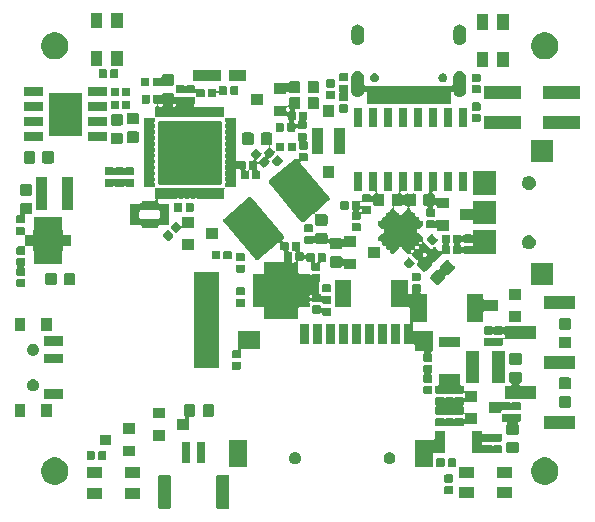
<source format=gbr>
G04 #@! TF.GenerationSoftware,KiCad,Pcbnew,5.0.2-bee76a0~70~ubuntu18.04.1*
G04 #@! TF.CreationDate,2019-04-08T17:38:34+02:00*
G04 #@! TF.ProjectId,anotterwatch,616e6f74-7465-4727-9761-7463682e6b69,rev?*
G04 #@! TF.SameCoordinates,Original*
G04 #@! TF.FileFunction,Soldermask,Bot*
G04 #@! TF.FilePolarity,Negative*
%FSLAX46Y46*%
G04 Gerber Fmt 4.6, Leading zero omitted, Abs format (unit mm)*
G04 Created by KiCad (PCBNEW 5.0.2-bee76a0~70~ubuntu18.04.1) date Mo 08 Apr 2019 17:38:34 CEST*
%MOMM*%
%LPD*%
G01*
G04 APERTURE LIST*
%ADD10C,0.100000*%
G04 APERTURE END LIST*
D10*
G36*
X96123233Y-108310086D02*
X96163081Y-108322174D01*
X96199801Y-108341801D01*
X96231986Y-108368214D01*
X96258399Y-108400399D01*
X96278026Y-108437119D01*
X96290114Y-108476967D01*
X96294800Y-108524541D01*
X96294800Y-110988259D01*
X96290114Y-111035833D01*
X96278026Y-111075681D01*
X96258399Y-111112401D01*
X96231986Y-111144586D01*
X96199801Y-111170999D01*
X96163081Y-111190626D01*
X96123233Y-111202714D01*
X96075659Y-111207400D01*
X95411941Y-111207400D01*
X95364367Y-111202714D01*
X95324519Y-111190626D01*
X95287799Y-111170999D01*
X95255614Y-111144586D01*
X95229201Y-111112401D01*
X95209574Y-111075681D01*
X95197486Y-111035833D01*
X95192800Y-110988259D01*
X95192800Y-108524541D01*
X95197486Y-108476967D01*
X95209574Y-108437119D01*
X95229201Y-108400399D01*
X95255614Y-108368214D01*
X95287799Y-108341801D01*
X95324519Y-108322174D01*
X95364367Y-108310086D01*
X95411941Y-108305400D01*
X96075659Y-108305400D01*
X96123233Y-108310086D01*
X96123233Y-108310086D01*
G37*
G36*
X91173233Y-108310086D02*
X91213081Y-108322174D01*
X91249801Y-108341801D01*
X91281986Y-108368214D01*
X91308399Y-108400399D01*
X91328026Y-108437119D01*
X91340114Y-108476967D01*
X91344800Y-108524541D01*
X91344800Y-110988259D01*
X91340114Y-111035833D01*
X91328026Y-111075681D01*
X91308399Y-111112401D01*
X91281986Y-111144586D01*
X91249801Y-111170999D01*
X91213081Y-111190626D01*
X91173233Y-111202714D01*
X91125659Y-111207400D01*
X90461941Y-111207400D01*
X90414367Y-111202714D01*
X90374519Y-111190626D01*
X90337799Y-111170999D01*
X90305614Y-111144586D01*
X90279201Y-111112401D01*
X90259574Y-111075681D01*
X90247486Y-111035833D01*
X90242800Y-110988259D01*
X90242800Y-108524541D01*
X90247486Y-108476967D01*
X90259574Y-108437119D01*
X90279201Y-108400399D01*
X90305614Y-108368214D01*
X90337799Y-108341801D01*
X90374519Y-108322174D01*
X90414367Y-108310086D01*
X90461941Y-108305400D01*
X91125659Y-108305400D01*
X91173233Y-108310086D01*
X91173233Y-108310086D01*
G37*
G36*
X85551000Y-110351000D02*
X84249000Y-110351000D01*
X84249000Y-109399000D01*
X85551000Y-109399000D01*
X85551000Y-110351000D01*
X85551000Y-110351000D01*
G37*
G36*
X88751000Y-110351000D02*
X87449000Y-110351000D01*
X87449000Y-109399000D01*
X88751000Y-109399000D01*
X88751000Y-110351000D01*
X88751000Y-110351000D01*
G37*
G36*
X117051000Y-110317000D02*
X115749000Y-110317000D01*
X115749000Y-109365000D01*
X117051000Y-109365000D01*
X117051000Y-110317000D01*
X117051000Y-110317000D01*
G37*
G36*
X120251000Y-110317000D02*
X118949000Y-110317000D01*
X118949000Y-109365000D01*
X120251000Y-109365000D01*
X120251000Y-110317000D01*
X120251000Y-110317000D01*
G37*
G36*
X115140738Y-109260116D02*
X115161356Y-109266370D01*
X115180356Y-109276526D01*
X115197008Y-109290192D01*
X115210674Y-109306844D01*
X115220830Y-109325844D01*
X115227084Y-109346462D01*
X115229800Y-109374040D01*
X115229800Y-109832760D01*
X115227084Y-109860338D01*
X115220830Y-109880956D01*
X115210674Y-109899956D01*
X115197008Y-109916608D01*
X115180356Y-109930274D01*
X115161356Y-109940430D01*
X115140738Y-109946684D01*
X115113160Y-109949400D01*
X114604440Y-109949400D01*
X114576862Y-109946684D01*
X114556244Y-109940430D01*
X114537244Y-109930274D01*
X114520592Y-109916608D01*
X114506926Y-109899956D01*
X114496770Y-109880956D01*
X114490516Y-109860338D01*
X114487800Y-109832760D01*
X114487800Y-109374040D01*
X114490516Y-109346462D01*
X114496770Y-109325844D01*
X114506926Y-109306844D01*
X114520592Y-109290192D01*
X114537244Y-109276526D01*
X114556244Y-109266370D01*
X114576862Y-109260116D01*
X114604440Y-109257400D01*
X115113160Y-109257400D01*
X115140738Y-109260116D01*
X115140738Y-109260116D01*
G37*
G36*
X123335734Y-106893232D02*
X123545202Y-106979996D01*
X123733723Y-107105962D01*
X123894038Y-107266277D01*
X124020004Y-107454798D01*
X124106768Y-107664266D01*
X124151000Y-107886635D01*
X124151000Y-108113365D01*
X124106768Y-108335734D01*
X124020004Y-108545202D01*
X123894038Y-108733723D01*
X123733723Y-108894038D01*
X123545202Y-109020004D01*
X123335734Y-109106768D01*
X123113365Y-109151000D01*
X122886635Y-109151000D01*
X122664266Y-109106768D01*
X122454798Y-109020004D01*
X122266277Y-108894038D01*
X122105962Y-108733723D01*
X121979996Y-108545202D01*
X121893232Y-108335734D01*
X121849000Y-108113365D01*
X121849000Y-107886635D01*
X121893232Y-107664266D01*
X121979996Y-107454798D01*
X122105962Y-107266277D01*
X122266277Y-107105962D01*
X122454798Y-106979996D01*
X122664266Y-106893232D01*
X122886635Y-106849000D01*
X123113365Y-106849000D01*
X123335734Y-106893232D01*
X123335734Y-106893232D01*
G37*
G36*
X81835734Y-106893232D02*
X82045202Y-106979996D01*
X82233723Y-107105962D01*
X82394038Y-107266277D01*
X82520004Y-107454798D01*
X82606768Y-107664266D01*
X82651000Y-107886635D01*
X82651000Y-108113365D01*
X82606768Y-108335734D01*
X82520004Y-108545202D01*
X82394038Y-108733723D01*
X82233723Y-108894038D01*
X82045202Y-109020004D01*
X81835734Y-109106768D01*
X81613365Y-109151000D01*
X81386635Y-109151000D01*
X81164266Y-109106768D01*
X80954798Y-109020004D01*
X80766277Y-108894038D01*
X80605962Y-108733723D01*
X80479996Y-108545202D01*
X80393232Y-108335734D01*
X80349000Y-108113365D01*
X80349000Y-107886635D01*
X80393232Y-107664266D01*
X80479996Y-107454798D01*
X80605962Y-107266277D01*
X80766277Y-107105962D01*
X80954798Y-106979996D01*
X81164266Y-106893232D01*
X81386635Y-106849000D01*
X81613365Y-106849000D01*
X81835734Y-106893232D01*
X81835734Y-106893232D01*
G37*
G36*
X115140738Y-108290116D02*
X115161356Y-108296370D01*
X115180356Y-108306526D01*
X115197008Y-108320192D01*
X115210674Y-108336844D01*
X115220830Y-108355844D01*
X115227084Y-108376462D01*
X115229800Y-108404040D01*
X115229800Y-108862760D01*
X115227084Y-108890338D01*
X115220830Y-108910956D01*
X115210674Y-108929956D01*
X115197008Y-108946608D01*
X115180356Y-108960274D01*
X115161356Y-108970430D01*
X115140738Y-108976684D01*
X115113160Y-108979400D01*
X114604440Y-108979400D01*
X114576862Y-108976684D01*
X114556244Y-108970430D01*
X114537244Y-108960274D01*
X114520592Y-108946608D01*
X114506926Y-108929956D01*
X114496770Y-108910956D01*
X114490516Y-108890338D01*
X114487800Y-108862760D01*
X114487800Y-108404040D01*
X114490516Y-108376462D01*
X114496770Y-108355844D01*
X114506926Y-108336844D01*
X114520592Y-108320192D01*
X114537244Y-108306526D01*
X114556244Y-108296370D01*
X114576862Y-108290116D01*
X114604440Y-108287400D01*
X115113160Y-108287400D01*
X115140738Y-108290116D01*
X115140738Y-108290116D01*
G37*
G36*
X85551000Y-108601000D02*
X84249000Y-108601000D01*
X84249000Y-107649000D01*
X85551000Y-107649000D01*
X85551000Y-108601000D01*
X85551000Y-108601000D01*
G37*
G36*
X88751000Y-108601000D02*
X87449000Y-108601000D01*
X87449000Y-107649000D01*
X88751000Y-107649000D01*
X88751000Y-108601000D01*
X88751000Y-108601000D01*
G37*
G36*
X117051000Y-108567000D02*
X115749000Y-108567000D01*
X115749000Y-107615000D01*
X117051000Y-107615000D01*
X117051000Y-108567000D01*
X117051000Y-108567000D01*
G37*
G36*
X120251000Y-108567000D02*
X118949000Y-108567000D01*
X118949000Y-107615000D01*
X120251000Y-107615000D01*
X120251000Y-108567000D01*
X120251000Y-108567000D01*
G37*
G36*
X114427538Y-106921316D02*
X114448156Y-106927570D01*
X114467156Y-106937726D01*
X114483808Y-106951392D01*
X114497474Y-106968044D01*
X114507630Y-106987044D01*
X114513884Y-107007662D01*
X114516600Y-107035240D01*
X114516600Y-107543960D01*
X114513884Y-107571538D01*
X114507630Y-107592156D01*
X114497474Y-107611156D01*
X114483808Y-107627808D01*
X114467156Y-107641474D01*
X114448156Y-107651630D01*
X114427538Y-107657884D01*
X114399960Y-107660600D01*
X113941240Y-107660600D01*
X113913662Y-107657884D01*
X113893044Y-107651630D01*
X113874044Y-107641474D01*
X113857392Y-107627808D01*
X113843726Y-107611156D01*
X113833570Y-107592156D01*
X113827316Y-107571538D01*
X113824600Y-107543960D01*
X113824600Y-107035240D01*
X113827316Y-107007662D01*
X113833570Y-106987044D01*
X113843726Y-106968044D01*
X113857392Y-106951392D01*
X113874044Y-106937726D01*
X113893044Y-106927570D01*
X113913662Y-106921316D01*
X113941240Y-106918600D01*
X114399960Y-106918600D01*
X114427538Y-106921316D01*
X114427538Y-106921316D01*
G37*
G36*
X115397538Y-106921316D02*
X115418156Y-106927570D01*
X115437156Y-106937726D01*
X115453808Y-106951392D01*
X115467474Y-106968044D01*
X115477630Y-106987044D01*
X115483884Y-107007662D01*
X115486600Y-107035240D01*
X115486600Y-107543960D01*
X115483884Y-107571538D01*
X115477630Y-107592156D01*
X115467474Y-107611156D01*
X115453808Y-107627808D01*
X115437156Y-107641474D01*
X115418156Y-107651630D01*
X115397538Y-107657884D01*
X115369960Y-107660600D01*
X114911240Y-107660600D01*
X114883662Y-107657884D01*
X114863044Y-107651630D01*
X114844044Y-107641474D01*
X114827392Y-107627808D01*
X114813726Y-107611156D01*
X114803570Y-107592156D01*
X114797316Y-107571538D01*
X114794600Y-107543960D01*
X114794600Y-107035240D01*
X114797316Y-107007662D01*
X114803570Y-106987044D01*
X114813726Y-106968044D01*
X114827392Y-106951392D01*
X114844044Y-106937726D01*
X114863044Y-106927570D01*
X114883662Y-106921316D01*
X114911240Y-106918600D01*
X115369960Y-106918600D01*
X115397538Y-106921316D01*
X115397538Y-106921316D01*
G37*
G36*
X97803000Y-107648000D02*
X96301000Y-107648000D01*
X96301000Y-105346000D01*
X97803000Y-105346000D01*
X97803000Y-107648000D01*
X97803000Y-107648000D01*
G37*
G36*
X114573000Y-106463000D02*
X113628000Y-106463000D01*
X113603614Y-106465402D01*
X113580165Y-106472515D01*
X113558554Y-106484066D01*
X113539612Y-106499612D01*
X113524066Y-106518554D01*
X113512515Y-106540165D01*
X113505402Y-106563614D01*
X113503000Y-106588000D01*
X113503000Y-107648000D01*
X112001000Y-107648000D01*
X112001000Y-105346000D01*
X113596000Y-105346000D01*
X113620386Y-105343598D01*
X113643835Y-105336485D01*
X113665446Y-105324934D01*
X113684388Y-105309388D01*
X113699934Y-105290446D01*
X113711485Y-105268835D01*
X113718598Y-105245386D01*
X113721000Y-105221000D01*
X113721000Y-104611000D01*
X114573000Y-104611000D01*
X114573000Y-106463000D01*
X114573000Y-106463000D01*
G37*
G36*
X101998136Y-106415253D02*
X102089312Y-106453019D01*
X102171372Y-106507850D01*
X102241150Y-106577628D01*
X102295981Y-106659688D01*
X102333747Y-106750864D01*
X102353000Y-106847656D01*
X102353000Y-106946344D01*
X102333747Y-107043136D01*
X102295981Y-107134312D01*
X102241150Y-107216372D01*
X102171372Y-107286150D01*
X102089312Y-107340981D01*
X101998136Y-107378747D01*
X101901344Y-107398000D01*
X101802656Y-107398000D01*
X101705864Y-107378747D01*
X101614688Y-107340981D01*
X101532628Y-107286150D01*
X101462850Y-107216372D01*
X101408019Y-107134312D01*
X101370253Y-107043136D01*
X101351000Y-106946344D01*
X101351000Y-106847656D01*
X101370253Y-106750864D01*
X101408019Y-106659688D01*
X101462850Y-106577628D01*
X101532628Y-106507850D01*
X101614688Y-106453019D01*
X101705864Y-106415253D01*
X101802656Y-106396000D01*
X101901344Y-106396000D01*
X101998136Y-106415253D01*
X101998136Y-106415253D01*
G37*
G36*
X109998136Y-106415253D02*
X110089312Y-106453019D01*
X110171372Y-106507850D01*
X110241150Y-106577628D01*
X110295981Y-106659688D01*
X110333747Y-106750864D01*
X110353000Y-106847656D01*
X110353000Y-106946344D01*
X110333747Y-107043136D01*
X110295981Y-107134312D01*
X110241150Y-107216372D01*
X110171372Y-107286150D01*
X110089312Y-107340981D01*
X109998136Y-107378747D01*
X109901344Y-107398000D01*
X109802656Y-107398000D01*
X109705864Y-107378747D01*
X109614688Y-107340981D01*
X109532628Y-107286150D01*
X109462850Y-107216372D01*
X109408019Y-107134312D01*
X109370253Y-107043136D01*
X109351000Y-106946344D01*
X109351000Y-106847656D01*
X109370253Y-106750864D01*
X109408019Y-106659688D01*
X109462850Y-106577628D01*
X109532628Y-106507850D01*
X109614688Y-106453019D01*
X109705864Y-106415253D01*
X109802656Y-106396000D01*
X109901344Y-106396000D01*
X109998136Y-106415253D01*
X109998136Y-106415253D01*
G37*
G36*
X94153728Y-105508164D02*
X94174811Y-105514560D01*
X94194242Y-105524946D01*
X94211275Y-105538925D01*
X94225254Y-105555958D01*
X94235640Y-105575389D01*
X94242036Y-105596472D01*
X94244800Y-105624540D01*
X94244800Y-107188260D01*
X94242036Y-107216328D01*
X94235640Y-107237411D01*
X94225254Y-107256842D01*
X94211275Y-107273875D01*
X94194242Y-107287854D01*
X94174811Y-107298240D01*
X94153728Y-107304636D01*
X94125660Y-107307400D01*
X93661940Y-107307400D01*
X93633872Y-107304636D01*
X93612789Y-107298240D01*
X93593358Y-107287854D01*
X93576325Y-107273875D01*
X93562346Y-107256842D01*
X93551960Y-107237411D01*
X93545564Y-107216328D01*
X93542800Y-107188260D01*
X93542800Y-105624540D01*
X93545564Y-105596472D01*
X93551960Y-105575389D01*
X93562346Y-105555958D01*
X93576325Y-105538925D01*
X93593358Y-105524946D01*
X93612789Y-105514560D01*
X93633872Y-105508164D01*
X93661940Y-105505400D01*
X94125660Y-105505400D01*
X94153728Y-105508164D01*
X94153728Y-105508164D01*
G37*
G36*
X92903728Y-105508164D02*
X92924811Y-105514560D01*
X92944242Y-105524946D01*
X92961275Y-105538925D01*
X92975254Y-105555958D01*
X92985640Y-105575389D01*
X92992036Y-105596472D01*
X92994800Y-105624540D01*
X92994800Y-107188260D01*
X92992036Y-107216328D01*
X92985640Y-107237411D01*
X92975254Y-107256842D01*
X92961275Y-107273875D01*
X92944242Y-107287854D01*
X92924811Y-107298240D01*
X92903728Y-107304636D01*
X92875660Y-107307400D01*
X92411940Y-107307400D01*
X92383872Y-107304636D01*
X92362789Y-107298240D01*
X92343358Y-107287854D01*
X92326325Y-107273875D01*
X92312346Y-107256842D01*
X92301960Y-107237411D01*
X92295564Y-107216328D01*
X92292800Y-107188260D01*
X92292800Y-105624540D01*
X92295564Y-105596472D01*
X92301960Y-105575389D01*
X92312346Y-105555958D01*
X92326325Y-105538925D01*
X92343358Y-105524946D01*
X92362789Y-105514560D01*
X92383872Y-105508164D01*
X92411940Y-105505400D01*
X92875660Y-105505400D01*
X92903728Y-105508164D01*
X92903728Y-105508164D01*
G37*
G36*
X85781138Y-106311716D02*
X85801756Y-106317970D01*
X85820756Y-106328126D01*
X85837408Y-106341792D01*
X85851074Y-106358444D01*
X85861230Y-106377444D01*
X85867484Y-106398062D01*
X85870200Y-106425640D01*
X85870200Y-106934360D01*
X85867484Y-106961938D01*
X85861230Y-106982556D01*
X85851074Y-107001556D01*
X85837408Y-107018208D01*
X85820756Y-107031874D01*
X85801756Y-107042030D01*
X85781138Y-107048284D01*
X85753560Y-107051000D01*
X85294840Y-107051000D01*
X85267262Y-107048284D01*
X85246644Y-107042030D01*
X85227644Y-107031874D01*
X85210992Y-107018208D01*
X85197326Y-107001556D01*
X85187170Y-106982556D01*
X85180916Y-106961938D01*
X85178200Y-106934360D01*
X85178200Y-106425640D01*
X85180916Y-106398062D01*
X85187170Y-106377444D01*
X85197326Y-106358444D01*
X85210992Y-106341792D01*
X85227644Y-106328126D01*
X85246644Y-106317970D01*
X85267262Y-106311716D01*
X85294840Y-106309000D01*
X85753560Y-106309000D01*
X85781138Y-106311716D01*
X85781138Y-106311716D01*
G37*
G36*
X84811138Y-106311716D02*
X84831756Y-106317970D01*
X84850756Y-106328126D01*
X84867408Y-106341792D01*
X84881074Y-106358444D01*
X84891230Y-106377444D01*
X84897484Y-106398062D01*
X84900200Y-106425640D01*
X84900200Y-106934360D01*
X84897484Y-106961938D01*
X84891230Y-106982556D01*
X84881074Y-107001556D01*
X84867408Y-107018208D01*
X84850756Y-107031874D01*
X84831756Y-107042030D01*
X84811138Y-107048284D01*
X84783560Y-107051000D01*
X84324840Y-107051000D01*
X84297262Y-107048284D01*
X84276644Y-107042030D01*
X84257644Y-107031874D01*
X84240992Y-107018208D01*
X84227326Y-107001556D01*
X84217170Y-106982556D01*
X84210916Y-106961938D01*
X84208200Y-106934360D01*
X84208200Y-106425640D01*
X84210916Y-106398062D01*
X84217170Y-106377444D01*
X84227326Y-106358444D01*
X84240992Y-106341792D01*
X84257644Y-106328126D01*
X84276644Y-106317970D01*
X84297262Y-106311716D01*
X84324840Y-106309000D01*
X84783560Y-106309000D01*
X84811138Y-106311716D01*
X84811138Y-106311716D01*
G37*
G36*
X88318200Y-106760200D02*
X87316200Y-106760200D01*
X87316200Y-105858200D01*
X88318200Y-105858200D01*
X88318200Y-106760200D01*
X88318200Y-106760200D01*
G37*
G36*
X120648591Y-105522585D02*
X120682569Y-105532893D01*
X120713887Y-105549633D01*
X120741339Y-105572161D01*
X120763867Y-105599613D01*
X120780607Y-105630931D01*
X120790915Y-105664909D01*
X120795000Y-105706390D01*
X120795000Y-106307610D01*
X120790915Y-106349091D01*
X120780607Y-106383069D01*
X120763867Y-106414387D01*
X120741339Y-106441839D01*
X120713887Y-106464367D01*
X120682569Y-106481107D01*
X120648591Y-106491415D01*
X120607110Y-106495500D01*
X119930890Y-106495500D01*
X119889409Y-106491415D01*
X119855431Y-106481107D01*
X119824113Y-106464367D01*
X119796661Y-106441839D01*
X119774133Y-106414387D01*
X119757393Y-106383069D01*
X119747085Y-106349091D01*
X119743000Y-106307610D01*
X119743000Y-105706390D01*
X119747085Y-105664909D01*
X119757393Y-105630931D01*
X119774133Y-105599613D01*
X119796661Y-105572161D01*
X119824113Y-105549633D01*
X119855431Y-105532893D01*
X119889409Y-105522585D01*
X119930890Y-105518500D01*
X120607110Y-105518500D01*
X120648591Y-105522585D01*
X120648591Y-105522585D01*
G37*
G36*
X117673000Y-104739224D02*
X117675402Y-104763610D01*
X117682515Y-104787059D01*
X117694066Y-104808670D01*
X117709612Y-104827612D01*
X117728554Y-104843158D01*
X117750165Y-104854709D01*
X117773614Y-104861822D01*
X117798000Y-104864224D01*
X117822386Y-104861822D01*
X117845835Y-104854709D01*
X117856926Y-104849463D01*
X117870942Y-104841971D01*
X117891562Y-104835716D01*
X117919140Y-104833000D01*
X118427860Y-104833000D01*
X118455438Y-104835716D01*
X118476056Y-104841970D01*
X118495053Y-104852125D01*
X118506951Y-104861889D01*
X118527326Y-104875502D01*
X118549965Y-104884880D01*
X118573999Y-104889660D01*
X118598503Y-104889660D01*
X118622536Y-104884879D01*
X118645175Y-104875502D01*
X118665549Y-104861889D01*
X118677447Y-104852125D01*
X118696444Y-104841970D01*
X118717062Y-104835716D01*
X118744640Y-104833000D01*
X119253360Y-104833000D01*
X119280938Y-104835716D01*
X119301556Y-104841970D01*
X119320556Y-104852126D01*
X119337208Y-104865792D01*
X119350874Y-104882444D01*
X119361030Y-104901444D01*
X119367284Y-104922062D01*
X119370000Y-104949640D01*
X119370000Y-105408360D01*
X119367284Y-105435938D01*
X119361030Y-105456556D01*
X119350874Y-105475556D01*
X119337208Y-105492208D01*
X119320556Y-105505874D01*
X119301556Y-105516030D01*
X119280938Y-105522284D01*
X119253360Y-105525000D01*
X118744640Y-105525000D01*
X118717062Y-105522284D01*
X118696444Y-105516030D01*
X118677447Y-105505875D01*
X118665549Y-105496111D01*
X118645174Y-105482498D01*
X118622535Y-105473120D01*
X118598501Y-105468340D01*
X118573997Y-105468340D01*
X118549964Y-105473121D01*
X118527325Y-105482498D01*
X118506951Y-105496111D01*
X118495053Y-105505875D01*
X118476056Y-105516030D01*
X118455438Y-105522284D01*
X118427860Y-105525000D01*
X117919140Y-105525000D01*
X117891562Y-105522284D01*
X117870942Y-105516029D01*
X117856926Y-105508537D01*
X117834287Y-105499159D01*
X117810254Y-105494378D01*
X117785750Y-105494378D01*
X117761716Y-105499158D01*
X117739077Y-105508535D01*
X117718702Y-105522149D01*
X117701375Y-105539476D01*
X117687761Y-105559850D01*
X117678383Y-105582489D01*
X117673602Y-105606522D01*
X117673000Y-105618776D01*
X117673000Y-105709224D01*
X117675402Y-105733610D01*
X117682515Y-105757059D01*
X117694066Y-105778670D01*
X117709612Y-105797612D01*
X117728554Y-105813158D01*
X117750165Y-105824709D01*
X117773614Y-105831822D01*
X117798000Y-105834224D01*
X117822386Y-105831822D01*
X117845835Y-105824709D01*
X117856926Y-105819463D01*
X117870942Y-105811971D01*
X117891562Y-105805716D01*
X117919140Y-105803000D01*
X118427860Y-105803000D01*
X118455438Y-105805716D01*
X118476056Y-105811970D01*
X118495053Y-105822125D01*
X118506951Y-105831889D01*
X118527326Y-105845502D01*
X118549965Y-105854880D01*
X118573999Y-105859660D01*
X118598503Y-105859660D01*
X118622536Y-105854879D01*
X118645175Y-105845502D01*
X118665549Y-105831889D01*
X118677447Y-105822125D01*
X118696444Y-105811970D01*
X118717062Y-105805716D01*
X118744640Y-105803000D01*
X119253360Y-105803000D01*
X119280938Y-105805716D01*
X119301556Y-105811970D01*
X119320556Y-105822126D01*
X119337208Y-105835792D01*
X119350874Y-105852444D01*
X119361030Y-105871444D01*
X119367284Y-105892062D01*
X119370000Y-105919640D01*
X119370000Y-106378360D01*
X119367284Y-106405938D01*
X119361030Y-106426556D01*
X119350874Y-106445556D01*
X119337208Y-106462208D01*
X119320556Y-106475874D01*
X119301556Y-106486030D01*
X119280938Y-106492284D01*
X119253360Y-106495000D01*
X118744640Y-106495000D01*
X118717062Y-106492284D01*
X118696444Y-106486030D01*
X118677447Y-106475875D01*
X118665549Y-106466111D01*
X118645174Y-106452498D01*
X118622535Y-106443120D01*
X118598501Y-106438340D01*
X118573997Y-106438340D01*
X118549964Y-106443121D01*
X118527325Y-106452498D01*
X118506951Y-106466111D01*
X118495053Y-106475875D01*
X118476056Y-106486030D01*
X118455438Y-106492284D01*
X118427860Y-106495000D01*
X117919140Y-106495000D01*
X117891562Y-106492284D01*
X117870947Y-106486030D01*
X117855474Y-106477760D01*
X117832835Y-106468383D01*
X117808801Y-106463602D01*
X117796548Y-106463000D01*
X116821000Y-106463000D01*
X116821000Y-104611000D01*
X117673000Y-104611000D01*
X117673000Y-104739224D01*
X117673000Y-104739224D01*
G37*
G36*
X86318200Y-105810200D02*
X85316200Y-105810200D01*
X85316200Y-104908200D01*
X86318200Y-104908200D01*
X86318200Y-105810200D01*
X86318200Y-105810200D01*
G37*
G36*
X90839400Y-105439400D02*
X89837400Y-105439400D01*
X89837400Y-104537400D01*
X90839400Y-104537400D01*
X90839400Y-105439400D01*
X90839400Y-105439400D01*
G37*
G36*
X120042938Y-103138716D02*
X120063556Y-103144970D01*
X120082553Y-103155125D01*
X120094451Y-103164889D01*
X120114826Y-103178502D01*
X120137465Y-103187880D01*
X120161499Y-103192660D01*
X120186003Y-103192660D01*
X120210036Y-103187879D01*
X120232675Y-103178502D01*
X120253049Y-103164889D01*
X120264947Y-103155125D01*
X120283944Y-103144970D01*
X120304562Y-103138716D01*
X120332140Y-103136000D01*
X120840860Y-103136000D01*
X120868438Y-103138716D01*
X120889056Y-103144970D01*
X120908056Y-103155126D01*
X120924708Y-103168792D01*
X120938374Y-103185444D01*
X120948530Y-103204444D01*
X120954784Y-103225062D01*
X120957500Y-103252640D01*
X120957500Y-103711360D01*
X120954784Y-103738938D01*
X120948530Y-103759556D01*
X120938374Y-103778556D01*
X120924708Y-103795208D01*
X120908056Y-103808874D01*
X120889056Y-103819030D01*
X120868438Y-103825284D01*
X120853067Y-103826798D01*
X120829034Y-103831579D01*
X120806395Y-103840957D01*
X120786021Y-103854571D01*
X120768694Y-103871898D01*
X120755080Y-103892273D01*
X120745703Y-103914912D01*
X120740923Y-103938946D01*
X120740923Y-103963450D01*
X120745704Y-103987483D01*
X120755082Y-104010122D01*
X120760278Y-104017898D01*
X120780607Y-104055931D01*
X120790915Y-104089909D01*
X120795000Y-104131390D01*
X120795000Y-104732610D01*
X120790915Y-104774091D01*
X120780607Y-104808069D01*
X120763867Y-104839387D01*
X120741339Y-104866839D01*
X120713887Y-104889367D01*
X120682569Y-104906107D01*
X120648591Y-104916415D01*
X120607110Y-104920500D01*
X119930890Y-104920500D01*
X119889409Y-104916415D01*
X119855431Y-104906107D01*
X119824113Y-104889367D01*
X119796661Y-104866839D01*
X119774133Y-104839387D01*
X119757393Y-104808069D01*
X119747085Y-104774091D01*
X119743000Y-104732610D01*
X119743000Y-104131390D01*
X119747085Y-104089909D01*
X119757393Y-104055931D01*
X119778821Y-104015842D01*
X119781439Y-104011924D01*
X119790816Y-103989285D01*
X119795596Y-103965251D01*
X119795596Y-103940747D01*
X119790815Y-103916714D01*
X119781438Y-103894075D01*
X119767824Y-103873700D01*
X119750496Y-103856373D01*
X119730122Y-103842759D01*
X119707483Y-103833382D01*
X119671198Y-103828000D01*
X119506640Y-103828000D01*
X119479062Y-103825284D01*
X119458444Y-103819030D01*
X119439444Y-103808874D01*
X119422792Y-103795208D01*
X119409126Y-103778556D01*
X119398970Y-103759556D01*
X119392716Y-103738938D01*
X119390000Y-103711360D01*
X119390000Y-103252640D01*
X119393047Y-103221704D01*
X119396519Y-103204246D01*
X119396518Y-103179742D01*
X119391736Y-103155709D01*
X119388244Y-103147279D01*
X119394114Y-103149060D01*
X119418500Y-103151462D01*
X119454784Y-103146080D01*
X119479060Y-103138716D01*
X119506640Y-103136000D01*
X120015360Y-103136000D01*
X120042938Y-103138716D01*
X120042938Y-103138716D01*
G37*
G36*
X88318200Y-104860200D02*
X87316200Y-104860200D01*
X87316200Y-103958200D01*
X88318200Y-103958200D01*
X88318200Y-104860200D01*
X88318200Y-104860200D01*
G37*
G36*
X93280591Y-102348085D02*
X93314569Y-102358393D01*
X93345887Y-102375133D01*
X93373339Y-102397661D01*
X93395867Y-102425113D01*
X93412607Y-102456431D01*
X93422915Y-102490409D01*
X93427000Y-102531890D01*
X93427000Y-103208110D01*
X93422915Y-103249591D01*
X93412607Y-103283569D01*
X93395867Y-103314887D01*
X93373339Y-103342339D01*
X93345887Y-103364867D01*
X93314569Y-103381607D01*
X93280591Y-103391915D01*
X93239110Y-103396000D01*
X92964400Y-103396000D01*
X92940014Y-103398402D01*
X92916565Y-103405515D01*
X92894954Y-103417066D01*
X92876012Y-103432612D01*
X92860466Y-103451554D01*
X92848915Y-103473165D01*
X92841802Y-103496614D01*
X92839400Y-103521000D01*
X92839400Y-104489400D01*
X91837400Y-104489400D01*
X91837400Y-103587400D01*
X92452918Y-103587400D01*
X92477304Y-103584998D01*
X92500753Y-103577885D01*
X92522364Y-103566334D01*
X92541306Y-103550788D01*
X92556852Y-103531846D01*
X92568403Y-103510235D01*
X92575516Y-103486786D01*
X92577918Y-103462400D01*
X92575516Y-103438014D01*
X92568403Y-103414565D01*
X92556852Y-103392954D01*
X92541306Y-103374012D01*
X92532216Y-103365773D01*
X92503663Y-103342341D01*
X92481133Y-103314887D01*
X92464393Y-103283569D01*
X92454085Y-103249591D01*
X92450000Y-103208110D01*
X92450000Y-102531890D01*
X92454085Y-102490409D01*
X92464393Y-102456431D01*
X92481133Y-102425113D01*
X92503661Y-102397661D01*
X92531113Y-102375133D01*
X92562431Y-102358393D01*
X92596409Y-102348085D01*
X92637890Y-102344000D01*
X93239110Y-102344000D01*
X93280591Y-102348085D01*
X93280591Y-102348085D01*
G37*
G36*
X125531000Y-104437000D02*
X122919000Y-104437000D01*
X122919000Y-103335000D01*
X125531000Y-103335000D01*
X125531000Y-104437000D01*
X125531000Y-104437000D01*
G37*
G36*
X115861000Y-100644000D02*
X115863402Y-100668386D01*
X115870515Y-100691835D01*
X115882066Y-100713446D01*
X115897612Y-100732388D01*
X115916554Y-100747934D01*
X115938165Y-100759485D01*
X115961614Y-100766598D01*
X115986000Y-100769000D01*
X116014860Y-100769000D01*
X116042438Y-100771716D01*
X116063056Y-100777970D01*
X116082056Y-100788126D01*
X116098708Y-100801792D01*
X116112374Y-100818444D01*
X116122530Y-100837444D01*
X116128784Y-100858062D01*
X116131500Y-100885640D01*
X116131500Y-101090000D01*
X116133902Y-101114386D01*
X116141015Y-101137835D01*
X116152566Y-101159446D01*
X116168112Y-101178388D01*
X116187054Y-101193934D01*
X116208665Y-101205485D01*
X116232114Y-101212598D01*
X116256500Y-101215000D01*
X117293500Y-101215000D01*
X117293500Y-102117000D01*
X116256500Y-102117000D01*
X116232114Y-102119402D01*
X116208665Y-102126515D01*
X116187054Y-102138066D01*
X116168112Y-102153612D01*
X116152566Y-102172554D01*
X116141015Y-102194165D01*
X116133902Y-102217614D01*
X116131500Y-102242000D01*
X116131500Y-102314360D01*
X116128784Y-102341938D01*
X116122530Y-102362556D01*
X116112374Y-102381556D01*
X116092876Y-102405314D01*
X116088494Y-102409696D01*
X116074879Y-102430070D01*
X116065500Y-102452709D01*
X116060719Y-102476742D01*
X116060717Y-102501246D01*
X116065497Y-102525280D01*
X116074873Y-102547919D01*
X116088486Y-102568294D01*
X116092869Y-102572677D01*
X116112374Y-102596444D01*
X116122530Y-102615444D01*
X116128784Y-102636062D01*
X116131500Y-102663640D01*
X116131500Y-102990000D01*
X116133902Y-103014386D01*
X116141015Y-103037835D01*
X116152566Y-103059446D01*
X116168112Y-103078388D01*
X116187054Y-103093934D01*
X116208665Y-103105485D01*
X116232114Y-103112598D01*
X116256500Y-103115000D01*
X117293500Y-103115000D01*
X117293500Y-104017000D01*
X116252216Y-104017000D01*
X116227830Y-104019402D01*
X116204381Y-104026515D01*
X116182770Y-104038066D01*
X116163828Y-104053612D01*
X116148282Y-104072554D01*
X116136731Y-104094165D01*
X116133163Y-104108404D01*
X116132357Y-104108159D01*
X116122530Y-104140556D01*
X116112374Y-104159556D01*
X116098708Y-104176208D01*
X116082056Y-104189874D01*
X116063056Y-104200030D01*
X116042438Y-104206284D01*
X116014860Y-104209000D01*
X115506140Y-104209000D01*
X115478562Y-104206284D01*
X115457944Y-104200030D01*
X115438944Y-104189874D01*
X115427049Y-104180112D01*
X115406674Y-104166498D01*
X115384035Y-104157121D01*
X115360002Y-104152341D01*
X115335498Y-104152341D01*
X115311464Y-104157122D01*
X115288825Y-104166499D01*
X115268455Y-104180110D01*
X115256557Y-104189874D01*
X115237557Y-104200030D01*
X115216939Y-104206284D01*
X115189361Y-104209000D01*
X114680641Y-104209000D01*
X114653063Y-104206284D01*
X114632445Y-104200030D01*
X114613448Y-104189875D01*
X114601550Y-104180111D01*
X114581175Y-104166498D01*
X114558536Y-104157120D01*
X114534502Y-104152340D01*
X114509998Y-104152340D01*
X114485965Y-104157121D01*
X114463326Y-104166498D01*
X114442955Y-104180109D01*
X114431056Y-104189874D01*
X114412056Y-104200030D01*
X114391438Y-104206284D01*
X114363860Y-104209000D01*
X113855140Y-104209000D01*
X113827562Y-104206284D01*
X113806944Y-104200030D01*
X113787944Y-104189874D01*
X113771292Y-104176208D01*
X113757626Y-104159556D01*
X113747470Y-104140556D01*
X113741216Y-104119938D01*
X113738500Y-104092360D01*
X113738500Y-103633640D01*
X113741216Y-103606062D01*
X113747470Y-103585444D01*
X113757626Y-103566444D01*
X113771292Y-103549792D01*
X113787944Y-103536126D01*
X113806944Y-103525970D01*
X113827562Y-103519716D01*
X113855140Y-103517000D01*
X114363860Y-103517000D01*
X114391438Y-103519716D01*
X114412056Y-103525970D01*
X114431056Y-103536126D01*
X114442955Y-103545891D01*
X114463330Y-103559504D01*
X114485969Y-103568881D01*
X114510002Y-103573660D01*
X114534507Y-103573660D01*
X114558540Y-103568879D01*
X114581179Y-103559500D01*
X114601550Y-103545889D01*
X114613448Y-103536125D01*
X114632445Y-103525970D01*
X114653063Y-103519716D01*
X114680641Y-103517000D01*
X115189361Y-103517000D01*
X115216939Y-103519716D01*
X115237557Y-103525970D01*
X115256557Y-103536126D01*
X115268455Y-103545890D01*
X115288830Y-103559503D01*
X115311469Y-103568880D01*
X115335503Y-103573659D01*
X115360007Y-103573659D01*
X115384041Y-103568877D01*
X115406679Y-103559499D01*
X115427049Y-103545888D01*
X115438944Y-103536126D01*
X115457944Y-103525970D01*
X115478562Y-103519716D01*
X115506140Y-103517000D01*
X116014860Y-103517000D01*
X116042438Y-103519716D01*
X116063056Y-103525970D01*
X116082056Y-103536126D01*
X116087203Y-103540350D01*
X116107578Y-103553964D01*
X116130217Y-103563340D01*
X116154251Y-103568120D01*
X116178755Y-103568120D01*
X116202789Y-103563339D01*
X116225427Y-103553961D01*
X116245802Y-103540346D01*
X116263128Y-103523019D01*
X116276742Y-103502644D01*
X116286118Y-103480005D01*
X116291500Y-103443722D01*
X116291500Y-103312278D01*
X116289098Y-103287892D01*
X116281985Y-103264443D01*
X116270434Y-103242832D01*
X116254888Y-103223890D01*
X116235946Y-103208344D01*
X116214335Y-103196793D01*
X116190886Y-103189680D01*
X116166500Y-103187278D01*
X116142114Y-103189680D01*
X116118665Y-103196793D01*
X116087203Y-103215650D01*
X116082056Y-103219874D01*
X116063056Y-103230030D01*
X116042438Y-103236284D01*
X116014860Y-103239000D01*
X115506140Y-103239000D01*
X115478562Y-103236284D01*
X115457944Y-103230030D01*
X115438944Y-103219874D01*
X115427049Y-103210112D01*
X115406674Y-103196498D01*
X115384035Y-103187121D01*
X115360002Y-103182341D01*
X115335498Y-103182341D01*
X115311464Y-103187122D01*
X115288825Y-103196499D01*
X115268455Y-103210110D01*
X115256557Y-103219874D01*
X115237557Y-103230030D01*
X115216939Y-103236284D01*
X115189361Y-103239000D01*
X114680641Y-103239000D01*
X114653063Y-103236284D01*
X114632445Y-103230030D01*
X114613448Y-103219875D01*
X114601550Y-103210111D01*
X114581175Y-103196498D01*
X114558536Y-103187120D01*
X114534502Y-103182340D01*
X114509998Y-103182340D01*
X114485965Y-103187121D01*
X114463326Y-103196498D01*
X114442955Y-103210109D01*
X114431056Y-103219874D01*
X114412056Y-103230030D01*
X114391438Y-103236284D01*
X114363860Y-103239000D01*
X113855140Y-103239000D01*
X113827562Y-103236284D01*
X113806944Y-103230030D01*
X113787944Y-103219874D01*
X113771292Y-103206208D01*
X113757626Y-103189556D01*
X113747470Y-103170556D01*
X113741216Y-103149938D01*
X113738500Y-103122360D01*
X113738500Y-102663640D01*
X113741216Y-102636062D01*
X113747470Y-102615444D01*
X113757626Y-102596444D01*
X113777124Y-102572686D01*
X113781506Y-102568304D01*
X113795121Y-102547930D01*
X113804500Y-102525291D01*
X113809281Y-102501258D01*
X113809283Y-102476754D01*
X113804503Y-102452720D01*
X113795127Y-102430081D01*
X113781514Y-102409706D01*
X113777131Y-102405323D01*
X113757626Y-102381556D01*
X113747470Y-102362556D01*
X113741216Y-102341938D01*
X113738500Y-102314360D01*
X113738500Y-101855640D01*
X113741216Y-101828062D01*
X113747470Y-101807444D01*
X113757626Y-101788444D01*
X113771292Y-101771792D01*
X113787944Y-101758126D01*
X113806944Y-101747970D01*
X113827562Y-101741716D01*
X113855140Y-101739000D01*
X114363860Y-101739000D01*
X114391438Y-101741716D01*
X114412056Y-101747970D01*
X114431053Y-101758125D01*
X114442951Y-101767889D01*
X114463326Y-101781502D01*
X114485965Y-101790880D01*
X114509999Y-101795660D01*
X114534503Y-101795660D01*
X114558536Y-101790879D01*
X114581175Y-101781502D01*
X114601549Y-101767889D01*
X114613447Y-101758125D01*
X114632444Y-101747970D01*
X114653062Y-101741716D01*
X114680640Y-101739000D01*
X115189360Y-101739000D01*
X115216938Y-101741716D01*
X115237556Y-101747970D01*
X115256553Y-101758125D01*
X115268451Y-101767889D01*
X115288826Y-101781502D01*
X115311465Y-101790880D01*
X115335499Y-101795660D01*
X115360003Y-101795660D01*
X115384036Y-101790879D01*
X115406675Y-101781502D01*
X115427049Y-101767889D01*
X115438947Y-101758125D01*
X115457944Y-101747970D01*
X115478562Y-101741716D01*
X115506140Y-101739000D01*
X116014860Y-101739000D01*
X116042438Y-101741716D01*
X116063056Y-101747970D01*
X116082056Y-101758126D01*
X116087203Y-101762350D01*
X116107578Y-101775964D01*
X116130217Y-101785340D01*
X116154251Y-101790120D01*
X116178755Y-101790120D01*
X116202789Y-101785339D01*
X116225427Y-101775961D01*
X116245802Y-101762346D01*
X116263128Y-101745019D01*
X116276742Y-101724644D01*
X116286118Y-101702005D01*
X116291500Y-101665722D01*
X116291500Y-101534278D01*
X116289098Y-101509892D01*
X116281985Y-101486443D01*
X116270434Y-101464832D01*
X116254888Y-101445890D01*
X116235946Y-101430344D01*
X116214335Y-101418793D01*
X116190886Y-101411680D01*
X116166500Y-101409278D01*
X116142114Y-101411680D01*
X116118665Y-101418793D01*
X116087203Y-101437650D01*
X116082056Y-101441874D01*
X116063056Y-101452030D01*
X116042438Y-101458284D01*
X116014860Y-101461000D01*
X115506140Y-101461000D01*
X115478562Y-101458284D01*
X115457944Y-101452030D01*
X115438947Y-101441875D01*
X115427049Y-101432111D01*
X115406674Y-101418498D01*
X115384035Y-101409120D01*
X115360001Y-101404340D01*
X115335497Y-101404340D01*
X115311464Y-101409121D01*
X115288825Y-101418498D01*
X115268451Y-101432111D01*
X115256553Y-101441875D01*
X115237556Y-101452030D01*
X115216938Y-101458284D01*
X115189360Y-101461000D01*
X114680640Y-101461000D01*
X114653062Y-101458284D01*
X114632444Y-101452030D01*
X114613447Y-101441875D01*
X114601549Y-101432111D01*
X114581174Y-101418498D01*
X114558535Y-101409120D01*
X114534501Y-101404340D01*
X114509997Y-101404340D01*
X114485964Y-101409121D01*
X114463325Y-101418498D01*
X114442951Y-101432111D01*
X114431053Y-101441875D01*
X114412056Y-101452030D01*
X114391438Y-101458284D01*
X114363860Y-101461000D01*
X113855140Y-101461000D01*
X113827562Y-101458284D01*
X113806944Y-101452030D01*
X113787944Y-101441874D01*
X113771292Y-101428208D01*
X113757626Y-101411556D01*
X113747470Y-101392556D01*
X113741216Y-101371938D01*
X113738500Y-101344360D01*
X113738500Y-100885640D01*
X113741216Y-100858062D01*
X113747470Y-100837444D01*
X113757626Y-100818444D01*
X113771292Y-100801792D01*
X113787944Y-100788126D01*
X113806944Y-100777970D01*
X113827562Y-100771716D01*
X113855140Y-100769000D01*
X113884000Y-100769000D01*
X113908386Y-100766598D01*
X113931835Y-100759485D01*
X113953446Y-100747934D01*
X113972388Y-100732388D01*
X113987934Y-100713446D01*
X113999485Y-100691835D01*
X114006598Y-100668386D01*
X114009000Y-100644000D01*
X114009000Y-99739500D01*
X115861000Y-99739500D01*
X115861000Y-100644000D01*
X115861000Y-100644000D01*
G37*
G36*
X90839400Y-103539400D02*
X89837400Y-103539400D01*
X89837400Y-102637400D01*
X90839400Y-102637400D01*
X90839400Y-103539400D01*
X90839400Y-103539400D01*
G37*
G36*
X79031000Y-103421000D02*
X78129000Y-103421000D01*
X78129000Y-102319000D01*
X79031000Y-102319000D01*
X79031000Y-103421000D01*
X79031000Y-103421000D01*
G37*
G36*
X81241000Y-103421000D02*
X80339000Y-103421000D01*
X80339000Y-102319000D01*
X81241000Y-102319000D01*
X81241000Y-103421000D01*
X81241000Y-103421000D01*
G37*
G36*
X94855591Y-102348085D02*
X94889569Y-102358393D01*
X94920887Y-102375133D01*
X94948339Y-102397661D01*
X94970867Y-102425113D01*
X94987607Y-102456431D01*
X94997915Y-102490409D01*
X95002000Y-102531890D01*
X95002000Y-103208110D01*
X94997915Y-103249591D01*
X94987607Y-103283569D01*
X94970867Y-103314887D01*
X94948339Y-103342339D01*
X94920887Y-103364867D01*
X94889569Y-103381607D01*
X94855591Y-103391915D01*
X94814110Y-103396000D01*
X94212890Y-103396000D01*
X94171409Y-103391915D01*
X94137431Y-103381607D01*
X94106113Y-103364867D01*
X94078661Y-103342339D01*
X94056133Y-103314887D01*
X94039393Y-103283569D01*
X94029085Y-103249591D01*
X94025000Y-103208110D01*
X94025000Y-102531890D01*
X94029085Y-102490409D01*
X94039393Y-102456431D01*
X94056133Y-102425113D01*
X94078661Y-102397661D01*
X94106113Y-102375133D01*
X94137431Y-102358393D01*
X94171409Y-102348085D01*
X94212890Y-102344000D01*
X94814110Y-102344000D01*
X94855591Y-102348085D01*
X94855591Y-102348085D01*
G37*
G36*
X119370665Y-102171947D02*
X119394114Y-102179060D01*
X119418500Y-102181462D01*
X119454784Y-102176080D01*
X119479060Y-102168716D01*
X119506640Y-102166000D01*
X120015360Y-102166000D01*
X120042938Y-102168716D01*
X120063556Y-102174970D01*
X120082553Y-102185125D01*
X120094451Y-102194889D01*
X120114826Y-102208502D01*
X120137465Y-102217880D01*
X120161499Y-102222660D01*
X120186003Y-102222660D01*
X120210036Y-102217879D01*
X120232675Y-102208502D01*
X120253049Y-102194889D01*
X120264947Y-102185125D01*
X120283944Y-102174970D01*
X120304562Y-102168716D01*
X120332140Y-102166000D01*
X120840860Y-102166000D01*
X120868438Y-102168716D01*
X120889056Y-102174970D01*
X120908056Y-102185126D01*
X120924708Y-102198792D01*
X120938374Y-102215444D01*
X120948530Y-102234444D01*
X120954784Y-102255062D01*
X120957500Y-102282640D01*
X120957500Y-102741360D01*
X120954784Y-102768938D01*
X120948530Y-102789556D01*
X120938374Y-102808556D01*
X120924708Y-102825208D01*
X120908056Y-102838874D01*
X120889056Y-102849030D01*
X120868438Y-102855284D01*
X120840860Y-102858000D01*
X120332140Y-102858000D01*
X120304562Y-102855284D01*
X120283944Y-102849030D01*
X120264947Y-102838875D01*
X120253049Y-102829111D01*
X120232674Y-102815498D01*
X120210035Y-102806120D01*
X120186001Y-102801340D01*
X120161497Y-102801340D01*
X120137464Y-102806121D01*
X120114825Y-102815498D01*
X120094451Y-102829111D01*
X120082553Y-102838875D01*
X120063556Y-102849030D01*
X120042938Y-102855284D01*
X120015360Y-102858000D01*
X119506640Y-102858000D01*
X119479060Y-102855284D01*
X119454784Y-102847920D01*
X119430751Y-102843140D01*
X119406246Y-102843140D01*
X119382213Y-102847921D01*
X119359574Y-102857299D01*
X119339200Y-102870913D01*
X119321873Y-102888240D01*
X119308259Y-102908615D01*
X119298882Y-102931254D01*
X119293500Y-102967538D01*
X119293500Y-103026462D01*
X119295902Y-103050848D01*
X119302153Y-103071454D01*
X119272120Y-103067000D01*
X118291500Y-103067000D01*
X118291500Y-102165000D01*
X119357668Y-102165000D01*
X119370665Y-102171947D01*
X119370665Y-102171947D01*
G37*
G36*
X125093591Y-101649085D02*
X125127569Y-101659393D01*
X125158887Y-101676133D01*
X125186339Y-101698661D01*
X125208867Y-101726113D01*
X125225607Y-101757431D01*
X125235915Y-101791409D01*
X125240000Y-101832890D01*
X125240000Y-102434110D01*
X125235915Y-102475591D01*
X125225607Y-102509569D01*
X125208867Y-102540887D01*
X125186339Y-102568339D01*
X125158887Y-102590867D01*
X125127569Y-102607607D01*
X125093591Y-102617915D01*
X125052110Y-102622000D01*
X124375890Y-102622000D01*
X124334409Y-102617915D01*
X124300431Y-102607607D01*
X124269113Y-102590867D01*
X124241661Y-102568339D01*
X124219133Y-102540887D01*
X124202393Y-102509569D01*
X124192085Y-102475591D01*
X124188000Y-102434110D01*
X124188000Y-101832890D01*
X124192085Y-101791409D01*
X124202393Y-101757431D01*
X124219133Y-101726113D01*
X124241661Y-101698661D01*
X124269113Y-101676133D01*
X124300431Y-101659393D01*
X124334409Y-101649085D01*
X124375890Y-101645000D01*
X125052110Y-101645000D01*
X125093591Y-101649085D01*
X125093591Y-101649085D01*
G37*
G36*
X120902591Y-99591685D02*
X120936569Y-99601993D01*
X120967887Y-99618733D01*
X120995339Y-99641261D01*
X121017867Y-99668713D01*
X121034607Y-99700031D01*
X121044915Y-99734009D01*
X121049000Y-99775490D01*
X121049000Y-100376710D01*
X121044915Y-100418191D01*
X121034607Y-100452169D01*
X121017867Y-100483487D01*
X120995339Y-100510939D01*
X120967887Y-100533467D01*
X120936569Y-100550207D01*
X120935990Y-100550383D01*
X120913351Y-100559760D01*
X120892977Y-100573374D01*
X120875650Y-100590701D01*
X120862036Y-100611076D01*
X120852658Y-100633715D01*
X120847878Y-100657748D01*
X120847878Y-100682252D01*
X120852659Y-100706286D01*
X120862036Y-100728925D01*
X120875650Y-100749299D01*
X120892977Y-100766626D01*
X120913352Y-100780240D01*
X120935991Y-100789618D01*
X120972276Y-100795000D01*
X122221000Y-100795000D01*
X122221000Y-101897000D01*
X119609000Y-101897000D01*
X119609000Y-100795000D01*
X120073724Y-100795000D01*
X120098110Y-100792598D01*
X120121559Y-100785485D01*
X120143170Y-100773934D01*
X120162112Y-100758388D01*
X120177658Y-100739446D01*
X120189209Y-100717835D01*
X120196322Y-100694386D01*
X120198724Y-100670000D01*
X120196322Y-100645614D01*
X120189209Y-100622165D01*
X120177658Y-100600554D01*
X120162112Y-100581612D01*
X120143170Y-100566066D01*
X120110010Y-100550383D01*
X120109431Y-100550207D01*
X120078113Y-100533467D01*
X120050661Y-100510939D01*
X120028133Y-100483487D01*
X120011393Y-100452169D01*
X120001085Y-100418191D01*
X119997000Y-100376710D01*
X119997000Y-99775490D01*
X120001085Y-99734009D01*
X120011393Y-99700031D01*
X120028133Y-99668713D01*
X120050661Y-99641261D01*
X120078113Y-99618733D01*
X120109431Y-99601993D01*
X120143409Y-99591685D01*
X120184890Y-99587600D01*
X120861110Y-99587600D01*
X120902591Y-99591685D01*
X120902591Y-99591685D01*
G37*
G36*
X82241000Y-101871000D02*
X80639000Y-101871000D01*
X80639000Y-101069000D01*
X82241000Y-101069000D01*
X82241000Y-101871000D01*
X82241000Y-101871000D01*
G37*
G36*
X113375438Y-100789216D02*
X113396056Y-100795470D01*
X113415056Y-100805626D01*
X113431708Y-100819292D01*
X113445374Y-100835944D01*
X113455530Y-100854944D01*
X113461784Y-100875562D01*
X113464500Y-100903140D01*
X113464500Y-101361860D01*
X113461784Y-101389438D01*
X113455530Y-101410056D01*
X113445374Y-101429056D01*
X113431708Y-101445708D01*
X113415056Y-101459374D01*
X113396056Y-101469530D01*
X113375438Y-101475784D01*
X113347860Y-101478500D01*
X112839140Y-101478500D01*
X112811562Y-101475784D01*
X112790944Y-101469530D01*
X112771944Y-101459374D01*
X112755292Y-101445708D01*
X112741626Y-101429056D01*
X112731470Y-101410056D01*
X112725216Y-101389438D01*
X112722500Y-101361860D01*
X112722500Y-100903140D01*
X112725216Y-100875562D01*
X112731470Y-100854944D01*
X112741626Y-100835944D01*
X112755292Y-100819292D01*
X112771944Y-100805626D01*
X112790944Y-100795470D01*
X112811562Y-100789216D01*
X112839140Y-100786500D01*
X113347860Y-100786500D01*
X113375438Y-100789216D01*
X113375438Y-100789216D01*
G37*
G36*
X79826136Y-100238253D02*
X79917312Y-100276019D01*
X79999372Y-100330850D01*
X80069150Y-100400628D01*
X80123981Y-100482688D01*
X80161747Y-100573864D01*
X80181000Y-100670656D01*
X80181000Y-100769344D01*
X80161747Y-100866136D01*
X80123981Y-100957312D01*
X80069150Y-101039372D01*
X79999372Y-101109150D01*
X79917312Y-101163981D01*
X79826136Y-101201747D01*
X79729344Y-101221000D01*
X79630656Y-101221000D01*
X79533864Y-101201747D01*
X79442688Y-101163981D01*
X79360628Y-101109150D01*
X79290850Y-101039372D01*
X79236019Y-100957312D01*
X79198253Y-100866136D01*
X79179000Y-100769344D01*
X79179000Y-100670656D01*
X79198253Y-100573864D01*
X79236019Y-100482688D01*
X79290850Y-100400628D01*
X79360628Y-100330850D01*
X79442688Y-100276019D01*
X79533864Y-100238253D01*
X79630656Y-100219000D01*
X79729344Y-100219000D01*
X79826136Y-100238253D01*
X79826136Y-100238253D01*
G37*
G36*
X125093591Y-100074085D02*
X125127569Y-100084393D01*
X125158887Y-100101133D01*
X125186339Y-100123661D01*
X125208867Y-100151113D01*
X125225607Y-100182431D01*
X125235915Y-100216409D01*
X125240000Y-100257890D01*
X125240000Y-100859110D01*
X125235915Y-100900591D01*
X125225607Y-100934569D01*
X125208867Y-100965887D01*
X125186339Y-100993339D01*
X125158887Y-101015867D01*
X125127569Y-101032607D01*
X125093591Y-101042915D01*
X125052110Y-101047000D01*
X124375890Y-101047000D01*
X124334409Y-101042915D01*
X124300431Y-101032607D01*
X124269113Y-101015867D01*
X124241661Y-100993339D01*
X124219133Y-100965887D01*
X124202393Y-100934569D01*
X124192085Y-100900591D01*
X124188000Y-100859110D01*
X124188000Y-100257890D01*
X124192085Y-100216409D01*
X124202393Y-100182431D01*
X124219133Y-100151113D01*
X124241661Y-100123661D01*
X124269113Y-100101133D01*
X124300431Y-100084393D01*
X124334409Y-100074085D01*
X124375890Y-100070000D01*
X125052110Y-100070000D01*
X125093591Y-100074085D01*
X125093591Y-100074085D01*
G37*
G36*
X119664000Y-100513000D02*
X118502000Y-100513000D01*
X118502000Y-97861000D01*
X119664000Y-97861000D01*
X119664000Y-100513000D01*
X119664000Y-100513000D01*
G37*
G36*
X117464000Y-100513000D02*
X116302000Y-100513000D01*
X116302000Y-97861000D01*
X117464000Y-97861000D01*
X117464000Y-100513000D01*
X117464000Y-100513000D01*
G37*
G36*
X113375438Y-99011216D02*
X113396056Y-99017470D01*
X113415056Y-99027626D01*
X113431708Y-99041292D01*
X113445374Y-99057944D01*
X113455530Y-99076944D01*
X113461784Y-99097562D01*
X113464500Y-99125140D01*
X113464500Y-99583860D01*
X113461784Y-99611438D01*
X113455530Y-99632056D01*
X113445374Y-99651056D01*
X113425876Y-99674814D01*
X113421494Y-99679196D01*
X113407879Y-99699570D01*
X113398500Y-99722209D01*
X113393719Y-99746242D01*
X113393717Y-99770746D01*
X113398497Y-99794780D01*
X113407873Y-99817419D01*
X113421486Y-99837794D01*
X113425869Y-99842177D01*
X113445374Y-99865944D01*
X113455530Y-99884944D01*
X113461784Y-99905562D01*
X113464500Y-99933140D01*
X113464500Y-100391860D01*
X113461784Y-100419438D01*
X113455530Y-100440056D01*
X113445374Y-100459056D01*
X113431708Y-100475708D01*
X113415056Y-100489374D01*
X113396056Y-100499530D01*
X113375438Y-100505784D01*
X113347860Y-100508500D01*
X112839140Y-100508500D01*
X112811562Y-100505784D01*
X112790944Y-100499530D01*
X112771944Y-100489374D01*
X112755292Y-100475708D01*
X112741626Y-100459056D01*
X112731470Y-100440056D01*
X112725216Y-100419438D01*
X112722500Y-100391860D01*
X112722500Y-99933140D01*
X112725216Y-99905562D01*
X112731470Y-99884944D01*
X112741626Y-99865944D01*
X112761124Y-99842186D01*
X112765506Y-99837804D01*
X112779121Y-99817430D01*
X112788500Y-99794791D01*
X112793281Y-99770758D01*
X112793283Y-99746254D01*
X112788503Y-99722220D01*
X112779127Y-99699581D01*
X112765514Y-99679206D01*
X112761131Y-99674823D01*
X112741626Y-99651056D01*
X112731470Y-99632056D01*
X112725216Y-99611438D01*
X112722500Y-99583860D01*
X112722500Y-99125140D01*
X112725216Y-99097562D01*
X112731470Y-99076944D01*
X112741626Y-99057944D01*
X112755292Y-99041292D01*
X112771944Y-99027626D01*
X112790944Y-99017470D01*
X112811562Y-99011216D01*
X112839140Y-99008500D01*
X113347860Y-99008500D01*
X113375438Y-99011216D01*
X113375438Y-99011216D01*
G37*
G36*
X97181938Y-98741716D02*
X97202556Y-98747970D01*
X97221556Y-98758126D01*
X97238208Y-98771792D01*
X97251874Y-98788444D01*
X97262030Y-98807444D01*
X97268284Y-98828062D01*
X97271000Y-98855640D01*
X97271000Y-99314360D01*
X97268284Y-99341938D01*
X97262030Y-99362556D01*
X97251874Y-99381556D01*
X97238208Y-99398208D01*
X97221556Y-99411874D01*
X97202556Y-99422030D01*
X97181938Y-99428284D01*
X97154360Y-99431000D01*
X96645640Y-99431000D01*
X96618062Y-99428284D01*
X96597444Y-99422030D01*
X96578444Y-99411874D01*
X96561792Y-99398208D01*
X96548126Y-99381556D01*
X96537970Y-99362556D01*
X96531716Y-99341938D01*
X96529000Y-99314360D01*
X96529000Y-98855640D01*
X96531716Y-98828062D01*
X96537970Y-98807444D01*
X96548126Y-98788444D01*
X96561792Y-98771792D01*
X96578444Y-98758126D01*
X96597444Y-98747970D01*
X96618062Y-98741716D01*
X96645640Y-98739000D01*
X97154360Y-98739000D01*
X97181938Y-98741716D01*
X97181938Y-98741716D01*
G37*
G36*
X125531000Y-99357000D02*
X122919000Y-99357000D01*
X122919000Y-98255000D01*
X125531000Y-98255000D01*
X125531000Y-99357000D01*
X125531000Y-99357000D01*
G37*
G36*
X95433486Y-99276000D02*
X93331486Y-99276000D01*
X93331486Y-91124000D01*
X95433486Y-91124000D01*
X95433486Y-99276000D01*
X95433486Y-99276000D01*
G37*
G36*
X120902591Y-98016685D02*
X120936569Y-98026993D01*
X120967887Y-98043733D01*
X120995339Y-98066261D01*
X121017867Y-98093713D01*
X121034607Y-98125031D01*
X121044915Y-98159009D01*
X121049000Y-98200490D01*
X121049000Y-98801710D01*
X121044915Y-98843191D01*
X121034607Y-98877169D01*
X121017867Y-98908487D01*
X120995339Y-98935939D01*
X120967887Y-98958467D01*
X120936569Y-98975207D01*
X120902591Y-98985515D01*
X120861110Y-98989600D01*
X120184890Y-98989600D01*
X120143409Y-98985515D01*
X120109431Y-98975207D01*
X120078113Y-98958467D01*
X120050661Y-98935939D01*
X120028133Y-98908487D01*
X120011393Y-98877169D01*
X120001085Y-98843191D01*
X119997000Y-98801710D01*
X119997000Y-98200490D01*
X120001085Y-98159009D01*
X120011393Y-98125031D01*
X120028133Y-98093713D01*
X120050661Y-98066261D01*
X120078113Y-98043733D01*
X120109431Y-98026993D01*
X120143409Y-98016685D01*
X120184890Y-98012600D01*
X120861110Y-98012600D01*
X120902591Y-98016685D01*
X120902591Y-98016685D01*
G37*
G36*
X82241000Y-98871000D02*
X80639000Y-98871000D01*
X80639000Y-98069000D01*
X82241000Y-98069000D01*
X82241000Y-98871000D01*
X82241000Y-98871000D01*
G37*
G36*
X111406400Y-92882400D02*
X111408802Y-92906786D01*
X111415915Y-92930235D01*
X111427466Y-92951846D01*
X111443012Y-92970788D01*
X111461954Y-92986334D01*
X111483565Y-92997885D01*
X111507014Y-93004998D01*
X111531400Y-93007400D01*
X111649381Y-93007400D01*
X111673767Y-93004998D01*
X111697216Y-92997885D01*
X111718827Y-92986334D01*
X111737769Y-92970788D01*
X111753315Y-92951846D01*
X111764866Y-92930235D01*
X111771979Y-92906786D01*
X111774381Y-92882400D01*
X111771979Y-92858014D01*
X111764866Y-92834565D01*
X111759620Y-92823473D01*
X111753570Y-92812155D01*
X111747316Y-92791538D01*
X111744600Y-92763960D01*
X111744600Y-92305240D01*
X111747316Y-92277662D01*
X111753570Y-92257044D01*
X111763726Y-92238044D01*
X111777392Y-92221392D01*
X111794044Y-92207726D01*
X111813044Y-92197570D01*
X111833662Y-92191316D01*
X111861240Y-92188600D01*
X112369960Y-92188600D01*
X112397538Y-92191316D01*
X112418156Y-92197570D01*
X112437156Y-92207726D01*
X112453808Y-92221392D01*
X112467474Y-92238044D01*
X112477630Y-92257044D01*
X112483884Y-92277662D01*
X112486600Y-92305240D01*
X112486600Y-92763960D01*
X112483884Y-92791538D01*
X112477630Y-92812155D01*
X112471580Y-92823473D01*
X112462202Y-92846112D01*
X112457421Y-92870145D01*
X112457421Y-92894649D01*
X112462201Y-92918683D01*
X112471578Y-92941322D01*
X112485191Y-92961697D01*
X112502518Y-92979025D01*
X112522892Y-92992639D01*
X112545531Y-93002017D01*
X112569564Y-93006798D01*
X112581819Y-93007400D01*
X113007200Y-93007400D01*
X113007200Y-95359000D01*
X111978000Y-95359000D01*
X111953614Y-95361402D01*
X111930165Y-95368515D01*
X111908554Y-95380066D01*
X111889612Y-95395612D01*
X111874066Y-95414554D01*
X111862515Y-95436165D01*
X111855402Y-95459614D01*
X111853000Y-95484000D01*
X111853000Y-96021000D01*
X111855402Y-96045386D01*
X111862515Y-96068835D01*
X111874066Y-96090446D01*
X111889612Y-96109388D01*
X111908554Y-96124934D01*
X111930165Y-96136485D01*
X111953614Y-96143598D01*
X111978000Y-96146000D01*
X113503000Y-96146000D01*
X113503000Y-97848589D01*
X113484591Y-97850402D01*
X113461142Y-97857515D01*
X113439531Y-97869066D01*
X113420589Y-97884612D01*
X113405043Y-97903554D01*
X113393492Y-97925165D01*
X113386379Y-97948614D01*
X113383977Y-97973000D01*
X113386379Y-97997386D01*
X113393492Y-98020835D01*
X113405043Y-98042446D01*
X113420589Y-98061388D01*
X113429680Y-98069628D01*
X113431709Y-98071293D01*
X113445374Y-98087944D01*
X113455530Y-98106944D01*
X113461784Y-98127562D01*
X113464500Y-98155140D01*
X113464500Y-98613860D01*
X113461784Y-98641438D01*
X113455530Y-98662056D01*
X113445374Y-98681056D01*
X113431708Y-98697708D01*
X113415056Y-98711374D01*
X113396056Y-98721530D01*
X113375438Y-98727784D01*
X113347860Y-98730500D01*
X112839140Y-98730500D01*
X112811562Y-98727784D01*
X112790944Y-98721530D01*
X112771944Y-98711374D01*
X112755292Y-98697708D01*
X112741626Y-98681056D01*
X112731470Y-98662056D01*
X112725216Y-98641438D01*
X112722500Y-98613860D01*
X112722500Y-98155140D01*
X112725216Y-98127562D01*
X112731470Y-98106944D01*
X112741626Y-98087944D01*
X112755291Y-98071293D01*
X112757320Y-98069628D01*
X112774648Y-98052301D01*
X112788262Y-98031927D01*
X112797640Y-98009288D01*
X112802421Y-97985255D01*
X112802421Y-97960750D01*
X112797641Y-97936717D01*
X112788264Y-97914078D01*
X112774651Y-97893703D01*
X112757324Y-97876375D01*
X112736950Y-97862761D01*
X112714311Y-97853383D01*
X112690278Y-97848602D01*
X112678023Y-97848000D01*
X112001000Y-97848000D01*
X112001000Y-97373000D01*
X111998598Y-97348614D01*
X111991485Y-97325165D01*
X111979934Y-97303554D01*
X111964388Y-97284612D01*
X111945446Y-97269066D01*
X111923835Y-97257515D01*
X111900386Y-97250402D01*
X111876000Y-97248000D01*
X111051000Y-97248000D01*
X111051000Y-95546000D01*
X111480600Y-95546000D01*
X111504986Y-95543598D01*
X111528435Y-95536485D01*
X111550046Y-95524934D01*
X111568988Y-95509388D01*
X111584534Y-95490446D01*
X111596085Y-95468835D01*
X111603198Y-95445386D01*
X111605600Y-95421000D01*
X111605600Y-94264800D01*
X111603198Y-94240414D01*
X111596085Y-94216965D01*
X111584534Y-94195354D01*
X111568988Y-94176412D01*
X111550046Y-94160866D01*
X111528435Y-94149315D01*
X111504986Y-94142202D01*
X111480600Y-94139800D01*
X110004800Y-94139800D01*
X110004800Y-91788200D01*
X111406400Y-91788200D01*
X111406400Y-92882400D01*
X111406400Y-92882400D01*
G37*
G36*
X98903000Y-97648000D02*
X97369320Y-97648000D01*
X97344934Y-97650402D01*
X97321485Y-97657515D01*
X97299874Y-97669066D01*
X97280932Y-97684612D01*
X97265386Y-97703554D01*
X97253835Y-97725165D01*
X97246722Y-97748614D01*
X97244320Y-97773000D01*
X97246722Y-97797386D01*
X97259079Y-97831923D01*
X97262029Y-97837443D01*
X97268284Y-97858062D01*
X97271000Y-97885640D01*
X97271000Y-98344360D01*
X97268284Y-98371938D01*
X97262030Y-98392556D01*
X97251874Y-98411556D01*
X97238208Y-98428208D01*
X97221556Y-98441874D01*
X97202556Y-98452030D01*
X97181938Y-98458284D01*
X97154360Y-98461000D01*
X96645640Y-98461000D01*
X96618062Y-98458284D01*
X96597444Y-98452030D01*
X96578444Y-98441874D01*
X96561792Y-98428208D01*
X96548126Y-98411556D01*
X96537970Y-98392556D01*
X96531716Y-98371938D01*
X96529000Y-98344360D01*
X96529000Y-97885640D01*
X96531716Y-97858062D01*
X96537970Y-97837444D01*
X96548126Y-97818444D01*
X96561792Y-97801792D01*
X96578444Y-97788126D01*
X96597444Y-97777970D01*
X96618062Y-97771716D01*
X96645640Y-97769000D01*
X96876000Y-97769000D01*
X96900386Y-97766598D01*
X96923835Y-97759485D01*
X96945446Y-97747934D01*
X96964388Y-97732388D01*
X96979934Y-97713446D01*
X96991485Y-97691835D01*
X96998598Y-97668386D01*
X97001000Y-97644000D01*
X97001000Y-96146000D01*
X98903000Y-96146000D01*
X98903000Y-97648000D01*
X98903000Y-97648000D01*
G37*
G36*
X79826136Y-97238253D02*
X79917312Y-97276019D01*
X79999372Y-97330850D01*
X80069150Y-97400628D01*
X80123981Y-97482688D01*
X80161747Y-97573864D01*
X80181000Y-97670656D01*
X80181000Y-97769344D01*
X80161747Y-97866136D01*
X80123981Y-97957312D01*
X80069150Y-98039372D01*
X79999372Y-98109150D01*
X79917312Y-98163981D01*
X79826136Y-98201747D01*
X79729344Y-98221000D01*
X79630656Y-98221000D01*
X79533864Y-98201747D01*
X79442688Y-98163981D01*
X79360628Y-98109150D01*
X79290850Y-98039372D01*
X79236019Y-97957312D01*
X79198253Y-97866136D01*
X79179000Y-97769344D01*
X79179000Y-97670656D01*
X79198253Y-97573864D01*
X79236019Y-97482688D01*
X79290850Y-97400628D01*
X79360628Y-97330850D01*
X79442688Y-97276019D01*
X79533864Y-97238253D01*
X79630656Y-97219000D01*
X79729344Y-97219000D01*
X79826136Y-97238253D01*
X79826136Y-97238253D01*
G37*
G36*
X125093591Y-96632585D02*
X125127569Y-96642893D01*
X125158887Y-96659633D01*
X125186339Y-96682161D01*
X125208867Y-96709613D01*
X125225607Y-96740931D01*
X125235915Y-96774909D01*
X125240000Y-96816390D01*
X125240000Y-97417610D01*
X125235915Y-97459091D01*
X125225607Y-97493069D01*
X125208867Y-97524387D01*
X125186339Y-97551839D01*
X125158887Y-97574367D01*
X125127569Y-97591107D01*
X125093591Y-97601415D01*
X125052110Y-97605500D01*
X124375890Y-97605500D01*
X124334409Y-97601415D01*
X124300431Y-97591107D01*
X124269113Y-97574367D01*
X124241661Y-97551839D01*
X124219133Y-97524387D01*
X124202393Y-97493069D01*
X124192085Y-97459091D01*
X124188000Y-97417610D01*
X124188000Y-96816390D01*
X124192085Y-96774909D01*
X124202393Y-96740931D01*
X124219133Y-96709613D01*
X124241661Y-96682161D01*
X124269113Y-96659633D01*
X124300431Y-96642893D01*
X124334409Y-96632585D01*
X124375890Y-96628500D01*
X125052110Y-96628500D01*
X125093591Y-96632585D01*
X125093591Y-96632585D01*
G37*
G36*
X115861000Y-97491500D02*
X114009000Y-97491500D01*
X114009000Y-96639500D01*
X115861000Y-96639500D01*
X115861000Y-97491500D01*
X115861000Y-97491500D01*
G37*
G36*
X122221000Y-96817000D02*
X119558500Y-96817000D01*
X119534114Y-96819402D01*
X119510665Y-96826515D01*
X119489054Y-96838066D01*
X119470112Y-96853612D01*
X119454566Y-96872554D01*
X119443015Y-96894165D01*
X119435902Y-96917614D01*
X119433500Y-96942000D01*
X119433500Y-97297860D01*
X119430784Y-97325438D01*
X119424530Y-97346056D01*
X119414374Y-97365056D01*
X119400708Y-97381708D01*
X119384056Y-97395374D01*
X119365056Y-97405530D01*
X119344438Y-97411784D01*
X119316860Y-97414500D01*
X118808140Y-97414500D01*
X118780562Y-97411784D01*
X118759944Y-97405530D01*
X118740947Y-97395375D01*
X118729049Y-97385611D01*
X118708674Y-97371998D01*
X118686035Y-97362620D01*
X118662001Y-97357840D01*
X118637497Y-97357840D01*
X118613464Y-97362621D01*
X118590825Y-97371998D01*
X118570451Y-97385611D01*
X118558553Y-97395375D01*
X118539556Y-97405530D01*
X118518938Y-97411784D01*
X118491360Y-97414500D01*
X117982640Y-97414500D01*
X117955062Y-97411784D01*
X117934444Y-97405530D01*
X117915444Y-97395374D01*
X117898792Y-97381708D01*
X117885126Y-97365056D01*
X117874970Y-97346056D01*
X117868716Y-97325438D01*
X117866000Y-97297860D01*
X117866000Y-96839140D01*
X117868716Y-96811562D01*
X117874970Y-96790944D01*
X117885126Y-96771944D01*
X117898792Y-96755292D01*
X117915444Y-96741626D01*
X117934444Y-96731470D01*
X117955062Y-96725216D01*
X117982640Y-96722500D01*
X118491360Y-96722500D01*
X118518938Y-96725216D01*
X118539556Y-96731470D01*
X118558553Y-96741625D01*
X118570451Y-96751389D01*
X118590826Y-96765002D01*
X118613465Y-96774380D01*
X118637499Y-96779160D01*
X118662003Y-96779160D01*
X118686036Y-96774379D01*
X118708675Y-96765002D01*
X118729049Y-96751389D01*
X118740947Y-96741625D01*
X118759944Y-96731470D01*
X118780562Y-96725216D01*
X118808140Y-96722500D01*
X119316860Y-96722500D01*
X119344438Y-96725216D01*
X119365056Y-96731470D01*
X119384053Y-96741625D01*
X119404701Y-96758570D01*
X119425076Y-96772183D01*
X119447715Y-96781561D01*
X119471748Y-96786341D01*
X119496252Y-96786341D01*
X119520286Y-96781560D01*
X119542925Y-96772183D01*
X119563299Y-96758569D01*
X119580627Y-96741242D01*
X119594240Y-96720867D01*
X119603618Y-96698228D01*
X119609000Y-96661943D01*
X119609000Y-96505057D01*
X119606598Y-96480671D01*
X119599485Y-96457222D01*
X119587934Y-96435611D01*
X119572388Y-96416669D01*
X119553446Y-96401123D01*
X119531835Y-96389572D01*
X119508386Y-96382459D01*
X119484000Y-96380057D01*
X119459614Y-96382459D01*
X119436165Y-96389572D01*
X119404701Y-96408430D01*
X119384053Y-96425375D01*
X119365056Y-96435530D01*
X119344438Y-96441784D01*
X119316860Y-96444500D01*
X118808140Y-96444500D01*
X118780562Y-96441784D01*
X118759944Y-96435530D01*
X118740947Y-96425375D01*
X118729049Y-96415611D01*
X118708674Y-96401998D01*
X118686035Y-96392620D01*
X118662001Y-96387840D01*
X118637497Y-96387840D01*
X118613464Y-96392621D01*
X118590825Y-96401998D01*
X118570451Y-96415611D01*
X118558553Y-96425375D01*
X118539556Y-96435530D01*
X118518938Y-96441784D01*
X118491360Y-96444500D01*
X117982640Y-96444500D01*
X117955062Y-96441784D01*
X117934444Y-96435530D01*
X117915444Y-96425374D01*
X117898792Y-96411708D01*
X117885126Y-96395056D01*
X117874970Y-96376056D01*
X117868716Y-96355438D01*
X117866000Y-96327860D01*
X117866000Y-95869140D01*
X117868716Y-95841562D01*
X117874970Y-95820944D01*
X117885126Y-95801944D01*
X117898792Y-95785292D01*
X117915444Y-95771626D01*
X117934444Y-95761470D01*
X117955062Y-95755216D01*
X117982640Y-95752500D01*
X118491360Y-95752500D01*
X118518938Y-95755216D01*
X118539556Y-95761470D01*
X118558553Y-95771625D01*
X118570451Y-95781389D01*
X118590826Y-95795002D01*
X118613465Y-95804380D01*
X118637499Y-95809160D01*
X118662003Y-95809160D01*
X118686036Y-95804379D01*
X118708675Y-95795002D01*
X118729049Y-95781389D01*
X118740947Y-95771625D01*
X118759944Y-95761470D01*
X118780562Y-95755216D01*
X118808140Y-95752500D01*
X119316860Y-95752500D01*
X119344438Y-95755216D01*
X119365056Y-95761470D01*
X119384053Y-95771625D01*
X119404701Y-95788570D01*
X119425076Y-95802183D01*
X119447715Y-95811561D01*
X119471748Y-95816341D01*
X119496252Y-95816341D01*
X119520286Y-95811560D01*
X119542925Y-95802183D01*
X119563299Y-95788569D01*
X119580627Y-95771242D01*
X119594240Y-95750867D01*
X119603618Y-95728228D01*
X119605580Y-95715000D01*
X122221000Y-95715000D01*
X122221000Y-96817000D01*
X122221000Y-96817000D01*
G37*
G36*
X82241000Y-97371000D02*
X80639000Y-97371000D01*
X80639000Y-96569000D01*
X82241000Y-96569000D01*
X82241000Y-97371000D01*
X82241000Y-97371000D01*
G37*
G36*
X103053000Y-97248000D02*
X102251000Y-97248000D01*
X102251000Y-95546000D01*
X103053000Y-95546000D01*
X103053000Y-97248000D01*
X103053000Y-97248000D01*
G37*
G36*
X104153000Y-97248000D02*
X103351000Y-97248000D01*
X103351000Y-95546000D01*
X104153000Y-95546000D01*
X104153000Y-97248000D01*
X104153000Y-97248000D01*
G37*
G36*
X106353000Y-97248000D02*
X105551000Y-97248000D01*
X105551000Y-95546000D01*
X106353000Y-95546000D01*
X106353000Y-97248000D01*
X106353000Y-97248000D01*
G37*
G36*
X110753000Y-97248000D02*
X109951000Y-97248000D01*
X109951000Y-95546000D01*
X110753000Y-95546000D01*
X110753000Y-97248000D01*
X110753000Y-97248000D01*
G37*
G36*
X105253000Y-97248000D02*
X104451000Y-97248000D01*
X104451000Y-95546000D01*
X105253000Y-95546000D01*
X105253000Y-97248000D01*
X105253000Y-97248000D01*
G37*
G36*
X109653000Y-97248000D02*
X108851000Y-97248000D01*
X108851000Y-95546000D01*
X109653000Y-95546000D01*
X109653000Y-97248000D01*
X109653000Y-97248000D01*
G37*
G36*
X107453000Y-97248000D02*
X106651000Y-97248000D01*
X106651000Y-95546000D01*
X107453000Y-95546000D01*
X107453000Y-97248000D01*
X107453000Y-97248000D01*
G37*
G36*
X108553000Y-97248000D02*
X107751000Y-97248000D01*
X107751000Y-95546000D01*
X108553000Y-95546000D01*
X108553000Y-97248000D01*
X108553000Y-97248000D01*
G37*
G36*
X79031000Y-96121000D02*
X78129000Y-96121000D01*
X78129000Y-95019000D01*
X79031000Y-95019000D01*
X79031000Y-96121000D01*
X79031000Y-96121000D01*
G37*
G36*
X81241000Y-96121000D02*
X80339000Y-96121000D01*
X80339000Y-95019000D01*
X81241000Y-95019000D01*
X81241000Y-96121000D01*
X81241000Y-96121000D01*
G37*
G36*
X125093591Y-95057585D02*
X125127569Y-95067893D01*
X125158887Y-95084633D01*
X125186339Y-95107161D01*
X125208867Y-95134613D01*
X125225607Y-95165931D01*
X125235915Y-95199909D01*
X125240000Y-95241390D01*
X125240000Y-95842610D01*
X125235915Y-95884091D01*
X125225607Y-95918069D01*
X125208867Y-95949387D01*
X125186339Y-95976839D01*
X125158887Y-95999367D01*
X125127569Y-96016107D01*
X125093591Y-96026415D01*
X125052110Y-96030500D01*
X124375890Y-96030500D01*
X124334409Y-96026415D01*
X124300431Y-96016107D01*
X124269113Y-95999367D01*
X124241661Y-95976839D01*
X124219133Y-95949387D01*
X124202393Y-95918069D01*
X124192085Y-95884091D01*
X124188000Y-95842610D01*
X124188000Y-95241390D01*
X124192085Y-95199909D01*
X124202393Y-95165931D01*
X124219133Y-95134613D01*
X124241661Y-95107161D01*
X124269113Y-95084633D01*
X124300431Y-95067893D01*
X124334409Y-95057585D01*
X124375890Y-95053500D01*
X125052110Y-95053500D01*
X125093591Y-95057585D01*
X125093591Y-95057585D01*
G37*
G36*
X121008000Y-95381000D02*
X120006000Y-95381000D01*
X120006000Y-94479000D01*
X121008000Y-94479000D01*
X121008000Y-95381000D01*
X121008000Y-95381000D01*
G37*
G36*
X117807200Y-93404000D02*
X117809602Y-93428386D01*
X117816715Y-93451835D01*
X117828266Y-93473446D01*
X117843812Y-93492388D01*
X117862754Y-93507934D01*
X117884365Y-93519485D01*
X117907814Y-93526598D01*
X117932200Y-93529000D01*
X119008000Y-93529000D01*
X119008000Y-94431000D01*
X117932200Y-94431000D01*
X117907814Y-94433402D01*
X117884365Y-94440515D01*
X117862754Y-94452066D01*
X117843812Y-94467612D01*
X117828266Y-94486554D01*
X117816715Y-94508165D01*
X117809602Y-94531614D01*
X117807200Y-94556000D01*
X117807200Y-95359000D01*
X116405600Y-95359000D01*
X116405600Y-93007400D01*
X117807200Y-93007400D01*
X117807200Y-93404000D01*
X117807200Y-93404000D01*
G37*
G36*
X98113198Y-84788223D02*
X98141119Y-84799433D01*
X98166317Y-84815875D01*
X98192233Y-84841232D01*
X98255351Y-84916453D01*
X98255355Y-84916457D01*
X100849093Y-88007553D01*
X100849101Y-88007564D01*
X100912210Y-88082775D01*
X100932684Y-88112705D01*
X100944502Y-88140378D01*
X100950692Y-88169817D01*
X100951021Y-88199909D01*
X100945473Y-88229482D01*
X100934263Y-88257403D01*
X100917821Y-88282601D01*
X100892463Y-88308519D01*
X100832248Y-88359045D01*
X100815111Y-88376560D01*
X100801720Y-88397082D01*
X100792591Y-88419822D01*
X100788073Y-88443906D01*
X100788340Y-88468409D01*
X100793382Y-88492389D01*
X100803006Y-88514924D01*
X100816842Y-88535149D01*
X100834357Y-88552286D01*
X100854879Y-88565677D01*
X100877619Y-88574806D01*
X100912597Y-88579800D01*
X101191960Y-88579800D01*
X101219538Y-88582516D01*
X101240156Y-88588770D01*
X101259156Y-88598926D01*
X101275808Y-88612592D01*
X101289474Y-88629244D01*
X101299630Y-88648244D01*
X101305884Y-88668862D01*
X101308600Y-88696440D01*
X101308600Y-89205160D01*
X101305884Y-89232738D01*
X101297589Y-89260083D01*
X101293572Y-89269779D01*
X101288790Y-89293812D01*
X101288788Y-89318317D01*
X101293567Y-89342351D01*
X101302942Y-89364990D01*
X101316555Y-89385366D01*
X101333881Y-89402694D01*
X101354254Y-89416310D01*
X101376892Y-89425689D01*
X101400925Y-89430471D01*
X101413187Y-89431074D01*
X101482013Y-89431074D01*
X101506399Y-89428672D01*
X101529848Y-89421559D01*
X101551459Y-89410008D01*
X101570401Y-89394462D01*
X101585947Y-89375520D01*
X101597498Y-89353909D01*
X101604611Y-89330460D01*
X101607013Y-89306074D01*
X101604611Y-89281688D01*
X101597498Y-89258239D01*
X101596253Y-89255607D01*
X101589316Y-89232738D01*
X101586600Y-89205160D01*
X101586600Y-88696440D01*
X101589316Y-88668862D01*
X101595570Y-88648244D01*
X101605726Y-88629244D01*
X101619392Y-88612592D01*
X101636044Y-88598926D01*
X101655044Y-88588770D01*
X101675662Y-88582516D01*
X101703240Y-88579800D01*
X102161960Y-88579800D01*
X102189538Y-88582516D01*
X102210156Y-88588770D01*
X102229156Y-88598926D01*
X102245808Y-88612592D01*
X102259474Y-88629244D01*
X102269630Y-88648244D01*
X102275884Y-88668862D01*
X102278600Y-88696440D01*
X102278600Y-89205160D01*
X102275884Y-89232738D01*
X102267589Y-89260083D01*
X102263572Y-89269779D01*
X102258790Y-89293812D01*
X102258788Y-89318317D01*
X102263567Y-89342351D01*
X102272942Y-89364990D01*
X102286555Y-89385366D01*
X102303881Y-89402694D01*
X102324254Y-89416310D01*
X102346892Y-89425689D01*
X102370925Y-89430471D01*
X102383187Y-89431074D01*
X102466760Y-89431074D01*
X102494338Y-89433790D01*
X102514956Y-89440044D01*
X102533956Y-89450200D01*
X102550608Y-89463866D01*
X102564274Y-89480518D01*
X102574430Y-89499518D01*
X102580684Y-89520136D01*
X102583400Y-89547714D01*
X102583400Y-89587627D01*
X102585802Y-89612013D01*
X102592915Y-89635462D01*
X102604466Y-89657073D01*
X102620012Y-89676015D01*
X102638954Y-89691561D01*
X102660565Y-89703112D01*
X102684014Y-89710225D01*
X102708400Y-89712627D01*
X102732786Y-89710225D01*
X102756235Y-89703112D01*
X102777846Y-89691561D01*
X102796788Y-89676015D01*
X102812334Y-89657073D01*
X102823885Y-89635462D01*
X102828018Y-89623912D01*
X102831193Y-89613444D01*
X102841349Y-89594444D01*
X102855015Y-89577792D01*
X102871667Y-89564126D01*
X102890667Y-89553970D01*
X102911285Y-89547716D01*
X102938863Y-89545000D01*
X103397583Y-89545000D01*
X103425161Y-89547716D01*
X103445779Y-89553970D01*
X103464779Y-89564126D01*
X103481431Y-89577792D01*
X103495097Y-89594444D01*
X103505253Y-89613444D01*
X103511507Y-89634062D01*
X103514223Y-89661640D01*
X103514223Y-90170360D01*
X103511074Y-90202334D01*
X103508008Y-90217749D01*
X103508008Y-90242253D01*
X103512789Y-90266287D01*
X103522166Y-90288926D01*
X103535781Y-90309300D01*
X103553108Y-90326627D01*
X103573483Y-90340241D01*
X103596122Y-90349618D01*
X103632406Y-90355000D01*
X103674040Y-90355000D01*
X103698426Y-90352598D01*
X103721875Y-90345485D01*
X103743486Y-90333934D01*
X103762428Y-90318388D01*
X103777974Y-90299446D01*
X103789525Y-90277835D01*
X103796638Y-90254386D01*
X103799040Y-90230000D01*
X103796103Y-90210196D01*
X103796146Y-90210192D01*
X103792223Y-90170360D01*
X103792223Y-89661640D01*
X103794939Y-89634062D01*
X103801193Y-89613444D01*
X103811349Y-89594444D01*
X103825015Y-89577792D01*
X103841667Y-89564126D01*
X103860667Y-89553970D01*
X103881285Y-89547716D01*
X103908863Y-89545000D01*
X104367583Y-89545000D01*
X104395161Y-89547716D01*
X104415779Y-89553970D01*
X104434779Y-89564126D01*
X104451431Y-89577792D01*
X104465097Y-89594444D01*
X104475253Y-89613444D01*
X104481507Y-89634062D01*
X104484223Y-89661640D01*
X104484223Y-90170360D01*
X104481507Y-90197938D01*
X104475253Y-90218556D01*
X104465097Y-90237556D01*
X104451431Y-90254208D01*
X104434779Y-90267874D01*
X104415779Y-90278030D01*
X104395161Y-90284284D01*
X104367583Y-90287000D01*
X104105998Y-90287000D01*
X104081612Y-90289402D01*
X104058163Y-90296515D01*
X104036552Y-90308066D01*
X104017610Y-90323612D01*
X104002064Y-90342554D01*
X103990513Y-90364165D01*
X103983400Y-90387614D01*
X103980998Y-90412000D01*
X103983935Y-90431804D01*
X103983892Y-90431808D01*
X103987815Y-90471640D01*
X103987815Y-90930360D01*
X103985099Y-90957938D01*
X103978845Y-90978556D01*
X103968689Y-90997556D01*
X103955023Y-91014208D01*
X103938371Y-91027874D01*
X103919371Y-91038030D01*
X103898753Y-91044284D01*
X103871175Y-91047000D01*
X103362455Y-91047000D01*
X103334877Y-91044284D01*
X103314259Y-91038030D01*
X103295259Y-91027874D01*
X103278607Y-91014208D01*
X103264941Y-90997556D01*
X103254785Y-90978556D01*
X103248531Y-90957938D01*
X103245815Y-90930360D01*
X103245815Y-90471640D01*
X103248964Y-90439666D01*
X103252030Y-90424251D01*
X103252030Y-90399747D01*
X103247249Y-90375713D01*
X103237872Y-90353074D01*
X103224257Y-90332700D01*
X103206930Y-90315373D01*
X103186555Y-90301759D01*
X103163916Y-90292382D01*
X103127632Y-90287000D01*
X102938863Y-90287000D01*
X102911285Y-90284284D01*
X102890667Y-90278030D01*
X102871667Y-90267874D01*
X102855015Y-90254208D01*
X102841349Y-90237556D01*
X102831193Y-90218556D01*
X102824939Y-90197938D01*
X102822223Y-90170360D01*
X102822223Y-90130447D01*
X102819821Y-90106061D01*
X102812708Y-90082612D01*
X102801157Y-90061001D01*
X102785611Y-90042059D01*
X102766669Y-90026513D01*
X102745058Y-90014962D01*
X102721609Y-90007849D01*
X102697223Y-90005447D01*
X102672837Y-90007849D01*
X102649388Y-90014962D01*
X102627777Y-90026513D01*
X102608835Y-90042059D01*
X102593289Y-90061001D01*
X102581738Y-90082612D01*
X102577605Y-90094162D01*
X102574430Y-90104630D01*
X102564274Y-90123630D01*
X102550608Y-90140282D01*
X102533956Y-90153948D01*
X102514956Y-90164104D01*
X102494338Y-90170358D01*
X102466760Y-90173074D01*
X102244306Y-90173074D01*
X102219920Y-90175476D01*
X102196471Y-90182589D01*
X102174860Y-90194140D01*
X102155918Y-90209686D01*
X102140372Y-90228628D01*
X102128821Y-90250239D01*
X102121708Y-90273688D01*
X102119306Y-90298074D01*
X102121708Y-90322460D01*
X102122974Y-90327513D01*
X102124231Y-90340277D01*
X102124231Y-91158636D01*
X102126633Y-91183022D01*
X102133746Y-91206471D01*
X102145297Y-91228082D01*
X102160843Y-91247024D01*
X102179785Y-91262570D01*
X102201396Y-91274121D01*
X102224845Y-91281234D01*
X102249231Y-91283636D01*
X103067590Y-91283636D01*
X103078588Y-91284719D01*
X103083259Y-91286136D01*
X103087561Y-91288436D01*
X103091335Y-91291532D01*
X103094428Y-91295302D01*
X103102004Y-91309475D01*
X103115618Y-91329849D01*
X103132946Y-91347176D01*
X103153321Y-91360790D01*
X103175960Y-91370167D01*
X103199993Y-91374947D01*
X103224497Y-91374947D01*
X103248531Y-91370166D01*
X103271170Y-91360789D01*
X103291539Y-91347178D01*
X103295256Y-91344128D01*
X103314259Y-91333970D01*
X103334877Y-91327716D01*
X103362455Y-91325000D01*
X103871175Y-91325000D01*
X103898753Y-91327716D01*
X103919371Y-91333970D01*
X103938371Y-91344126D01*
X103955023Y-91357792D01*
X103968689Y-91374444D01*
X103978845Y-91393444D01*
X103985099Y-91414062D01*
X103987815Y-91441640D01*
X103987815Y-91900360D01*
X103985099Y-91927938D01*
X103978845Y-91948556D01*
X103968689Y-91967556D01*
X103955023Y-91984208D01*
X103938373Y-91997872D01*
X103925432Y-92004789D01*
X103905058Y-92018403D01*
X103887730Y-92035730D01*
X103874116Y-92056105D01*
X103864739Y-92078744D01*
X103859958Y-92102777D01*
X103859958Y-92127281D01*
X103864738Y-92151315D01*
X103874115Y-92173954D01*
X103874736Y-92174884D01*
X103890430Y-92204244D01*
X103896684Y-92224862D01*
X103899400Y-92252440D01*
X103899400Y-92761160D01*
X103896684Y-92788738D01*
X103890429Y-92809359D01*
X103885228Y-92819089D01*
X103875850Y-92841728D01*
X103871070Y-92865761D01*
X103871070Y-92890266D01*
X103875851Y-92914299D01*
X103885228Y-92936938D01*
X103898842Y-92957313D01*
X103916169Y-92974640D01*
X103936544Y-92988253D01*
X103959183Y-92997631D01*
X103985356Y-93005570D01*
X104004356Y-93015726D01*
X104021008Y-93029392D01*
X104034674Y-93046044D01*
X104044830Y-93065044D01*
X104051084Y-93085662D01*
X104052126Y-93096243D01*
X104056906Y-93120276D01*
X104066284Y-93142915D01*
X104079898Y-93163290D01*
X104097225Y-93180617D01*
X104117599Y-93194231D01*
X104140238Y-93203608D01*
X104164272Y-93208389D01*
X104188776Y-93208389D01*
X104212809Y-93203609D01*
X104235451Y-93194230D01*
X104243845Y-93189743D01*
X104264462Y-93183489D01*
X104292040Y-93180773D01*
X104800760Y-93180773D01*
X104828338Y-93183489D01*
X104848956Y-93189743D01*
X104867956Y-93199899D01*
X104884608Y-93213565D01*
X104898274Y-93230217D01*
X104908430Y-93249217D01*
X104914684Y-93269835D01*
X104917400Y-93297413D01*
X104917400Y-93756133D01*
X104914684Y-93783711D01*
X104908430Y-93804329D01*
X104898274Y-93823329D01*
X104884608Y-93839981D01*
X104867956Y-93853647D01*
X104848956Y-93863803D01*
X104828338Y-93870057D01*
X104800760Y-93872773D01*
X104292040Y-93872773D01*
X104264462Y-93870057D01*
X104243844Y-93863803D01*
X104224844Y-93853647D01*
X104215214Y-93845744D01*
X104203351Y-93837818D01*
X104197956Y-93829745D01*
X104184370Y-93804329D01*
X104178116Y-93783711D01*
X104177074Y-93773130D01*
X104172294Y-93749097D01*
X104162916Y-93726458D01*
X104149302Y-93706083D01*
X104131975Y-93688756D01*
X104111601Y-93675142D01*
X104088962Y-93665765D01*
X104064928Y-93660984D01*
X104040424Y-93660984D01*
X104016391Y-93665764D01*
X103993749Y-93675143D01*
X103985355Y-93679630D01*
X103964738Y-93685884D01*
X103937160Y-93688600D01*
X103428440Y-93688600D01*
X103400862Y-93685884D01*
X103380244Y-93679630D01*
X103361244Y-93669474D01*
X103344592Y-93655808D01*
X103330926Y-93639156D01*
X103318859Y-93616580D01*
X103305245Y-93596205D01*
X103287918Y-93578878D01*
X103267543Y-93565265D01*
X103244904Y-93555887D01*
X103220870Y-93551107D01*
X103196366Y-93551107D01*
X103172333Y-93555888D01*
X103149694Y-93565265D01*
X103129319Y-93578879D01*
X103111992Y-93596206D01*
X103098380Y-93616579D01*
X103094431Y-93623966D01*
X103089200Y-93630341D01*
X103075587Y-93650716D01*
X103066211Y-93673355D01*
X103061431Y-93697389D01*
X103061432Y-93721893D01*
X103066214Y-93745927D01*
X103075592Y-93768565D01*
X103089200Y-93788931D01*
X103094431Y-93795306D01*
X103096731Y-93799608D01*
X103098148Y-93804279D01*
X103099231Y-93815277D01*
X103099231Y-93950487D01*
X103101633Y-93974873D01*
X103108746Y-93998322D01*
X103120297Y-94019933D01*
X103135843Y-94038875D01*
X103154785Y-94054421D01*
X103176396Y-94065972D01*
X103199845Y-94073085D01*
X103224231Y-94075487D01*
X103248617Y-94073085D01*
X103272066Y-94065972D01*
X103293677Y-94054421D01*
X103312619Y-94038875D01*
X103322729Y-94025244D01*
X103323116Y-94025561D01*
X103344592Y-93999392D01*
X103361244Y-93985726D01*
X103380244Y-93975570D01*
X103400862Y-93969316D01*
X103428440Y-93966600D01*
X103937160Y-93966600D01*
X103964738Y-93969316D01*
X103985356Y-93975570D01*
X104004356Y-93985726D01*
X104013986Y-93993629D01*
X104025849Y-94001555D01*
X104031244Y-94009628D01*
X104044830Y-94035044D01*
X104051084Y-94055662D01*
X104052126Y-94066243D01*
X104056906Y-94090276D01*
X104066284Y-94112915D01*
X104079898Y-94133290D01*
X104097225Y-94150617D01*
X104117599Y-94164231D01*
X104140238Y-94173608D01*
X104164272Y-94178389D01*
X104188776Y-94178389D01*
X104212809Y-94173609D01*
X104235451Y-94164230D01*
X104243845Y-94159743D01*
X104264462Y-94153489D01*
X104292040Y-94150773D01*
X104800760Y-94150773D01*
X104828338Y-94153489D01*
X104848956Y-94159743D01*
X104867956Y-94169899D01*
X104884608Y-94183565D01*
X104898274Y-94200217D01*
X104908430Y-94219217D01*
X104914684Y-94239835D01*
X104917400Y-94267413D01*
X104917400Y-94726133D01*
X104914684Y-94753711D01*
X104908430Y-94774329D01*
X104898274Y-94793329D01*
X104884608Y-94809981D01*
X104867956Y-94823647D01*
X104848956Y-94833803D01*
X104828338Y-94840057D01*
X104800760Y-94842773D01*
X104292040Y-94842773D01*
X104264462Y-94840057D01*
X104243844Y-94833803D01*
X104224844Y-94823647D01*
X104208192Y-94809981D01*
X104194526Y-94793329D01*
X104184370Y-94774329D01*
X104178116Y-94753711D01*
X104177074Y-94743130D01*
X104172294Y-94719097D01*
X104162916Y-94696458D01*
X104149302Y-94676083D01*
X104131975Y-94658756D01*
X104111601Y-94645142D01*
X104088962Y-94635765D01*
X104064928Y-94630984D01*
X104040424Y-94630984D01*
X104016391Y-94635764D01*
X103993749Y-94645143D01*
X103985355Y-94649630D01*
X103964738Y-94655884D01*
X103937160Y-94658600D01*
X103428440Y-94658600D01*
X103400862Y-94655884D01*
X103380244Y-94649630D01*
X103361244Y-94639474D01*
X103344592Y-94625808D01*
X103330926Y-94609156D01*
X103320770Y-94590156D01*
X103314516Y-94569538D01*
X103311800Y-94541960D01*
X103311800Y-94208454D01*
X103309398Y-94184068D01*
X103302285Y-94160619D01*
X103290734Y-94139008D01*
X103275188Y-94120066D01*
X103256246Y-94104520D01*
X103234635Y-94092969D01*
X103211186Y-94085856D01*
X103186800Y-94083454D01*
X103162414Y-94085856D01*
X103138965Y-94092969D01*
X103117354Y-94104520D01*
X103098412Y-94120066D01*
X103091811Y-94127349D01*
X103087561Y-94130836D01*
X103083259Y-94133136D01*
X103078588Y-94134553D01*
X103067590Y-94135636D01*
X102249231Y-94135636D01*
X102224845Y-94138038D01*
X102201396Y-94145151D01*
X102179785Y-94156702D01*
X102160843Y-94172248D01*
X102145297Y-94191190D01*
X102133746Y-94212801D01*
X102126633Y-94236250D01*
X102124231Y-94260636D01*
X102124231Y-95078995D01*
X102123148Y-95089993D01*
X102121731Y-95094664D01*
X102119431Y-95098966D01*
X102116335Y-95102740D01*
X102112561Y-95105836D01*
X102108259Y-95108136D01*
X102103588Y-95109553D01*
X102092590Y-95110636D01*
X101803872Y-95110636D01*
X101792874Y-95109553D01*
X101788203Y-95108136D01*
X101783901Y-95105836D01*
X101777526Y-95100605D01*
X101757151Y-95086992D01*
X101734512Y-95077616D01*
X101710478Y-95072836D01*
X101685974Y-95072837D01*
X101661940Y-95077619D01*
X101639302Y-95086997D01*
X101618936Y-95100605D01*
X101612561Y-95105836D01*
X101608259Y-95108136D01*
X101603588Y-95109553D01*
X101592590Y-95110636D01*
X101303872Y-95110636D01*
X101292874Y-95109553D01*
X101288203Y-95108136D01*
X101283901Y-95105836D01*
X101277526Y-95100605D01*
X101257151Y-95086992D01*
X101234512Y-95077616D01*
X101210478Y-95072836D01*
X101185974Y-95072837D01*
X101161940Y-95077619D01*
X101139302Y-95086997D01*
X101118936Y-95100605D01*
X101112561Y-95105836D01*
X101108259Y-95108136D01*
X101103588Y-95109553D01*
X101092590Y-95110636D01*
X100803872Y-95110636D01*
X100792874Y-95109553D01*
X100788203Y-95108136D01*
X100783901Y-95105836D01*
X100777526Y-95100605D01*
X100757151Y-95086992D01*
X100734512Y-95077616D01*
X100710478Y-95072836D01*
X100685974Y-95072837D01*
X100661940Y-95077619D01*
X100639302Y-95086997D01*
X100618936Y-95100605D01*
X100612561Y-95105836D01*
X100608259Y-95108136D01*
X100603588Y-95109553D01*
X100592590Y-95110636D01*
X100303872Y-95110636D01*
X100292874Y-95109553D01*
X100288203Y-95108136D01*
X100283901Y-95105836D01*
X100277526Y-95100605D01*
X100257151Y-95086992D01*
X100234512Y-95077616D01*
X100210478Y-95072836D01*
X100185974Y-95072837D01*
X100161940Y-95077619D01*
X100139302Y-95086997D01*
X100118936Y-95100605D01*
X100112561Y-95105836D01*
X100108259Y-95108136D01*
X100103588Y-95109553D01*
X100092590Y-95110636D01*
X99803872Y-95110636D01*
X99792874Y-95109553D01*
X99788203Y-95108136D01*
X99783901Y-95105836D01*
X99777526Y-95100605D01*
X99757151Y-95086992D01*
X99734512Y-95077616D01*
X99710478Y-95072836D01*
X99685974Y-95072837D01*
X99661940Y-95077619D01*
X99639302Y-95086997D01*
X99618936Y-95100605D01*
X99612561Y-95105836D01*
X99608259Y-95108136D01*
X99603588Y-95109553D01*
X99592590Y-95110636D01*
X99303872Y-95110636D01*
X99292874Y-95109553D01*
X99288203Y-95108136D01*
X99283901Y-95105836D01*
X99280127Y-95102740D01*
X99277031Y-95098966D01*
X99274731Y-95094664D01*
X99273314Y-95089993D01*
X99272231Y-95078995D01*
X99272231Y-94260636D01*
X99269829Y-94236250D01*
X99262716Y-94212801D01*
X99251165Y-94191190D01*
X99235619Y-94172248D01*
X99216677Y-94156702D01*
X99195066Y-94145151D01*
X99171617Y-94138038D01*
X99147231Y-94135636D01*
X98328872Y-94135636D01*
X98317874Y-94134553D01*
X98313203Y-94133136D01*
X98308901Y-94130836D01*
X98305127Y-94127740D01*
X98302031Y-94123966D01*
X98299731Y-94119664D01*
X98298314Y-94114993D01*
X98297231Y-94103995D01*
X98297231Y-93815277D01*
X98298314Y-93804279D01*
X98299731Y-93799608D01*
X98302031Y-93795306D01*
X98307262Y-93788931D01*
X98320875Y-93768556D01*
X98330251Y-93745917D01*
X98335031Y-93721883D01*
X98335030Y-93697379D01*
X98330248Y-93673345D01*
X98320870Y-93650707D01*
X98307262Y-93630341D01*
X98302031Y-93623966D01*
X98299731Y-93619664D01*
X98298314Y-93614993D01*
X98297231Y-93603995D01*
X98297231Y-93315277D01*
X98298314Y-93304279D01*
X98299731Y-93299608D01*
X98302031Y-93295306D01*
X98307262Y-93288931D01*
X98320875Y-93268556D01*
X98330251Y-93245917D01*
X98335031Y-93221883D01*
X98335031Y-93197387D01*
X103061432Y-93197387D01*
X103061432Y-93221891D01*
X103066213Y-93245924D01*
X103075591Y-93268563D01*
X103089202Y-93288933D01*
X103090172Y-93290115D01*
X103107499Y-93307443D01*
X103127873Y-93321057D01*
X103150512Y-93330435D01*
X103174545Y-93335216D01*
X103199049Y-93335216D01*
X103223083Y-93330436D01*
X103245722Y-93321059D01*
X103266097Y-93307446D01*
X103283425Y-93290119D01*
X103297039Y-93269745D01*
X103306417Y-93247106D01*
X103311198Y-93223073D01*
X103311800Y-93210818D01*
X103311800Y-93208454D01*
X103309398Y-93184068D01*
X103302285Y-93160619D01*
X103290734Y-93139008D01*
X103275188Y-93120066D01*
X103256246Y-93104520D01*
X103234635Y-93092969D01*
X103211186Y-93085856D01*
X103186800Y-93083454D01*
X103162414Y-93085856D01*
X103138965Y-93092969D01*
X103117354Y-93104520D01*
X103098412Y-93120066D01*
X103090172Y-93129157D01*
X103089202Y-93130339D01*
X103075589Y-93150714D01*
X103066212Y-93173353D01*
X103061432Y-93197387D01*
X98335031Y-93197387D01*
X98335030Y-93197379D01*
X98330248Y-93173345D01*
X98320870Y-93150707D01*
X98307262Y-93130341D01*
X98302031Y-93123966D01*
X98299731Y-93119664D01*
X98298314Y-93114993D01*
X98297231Y-93103995D01*
X98297231Y-92815277D01*
X98298314Y-92804279D01*
X98299731Y-92799608D01*
X98302031Y-92795306D01*
X98307262Y-92788931D01*
X98320875Y-92768556D01*
X98330251Y-92745917D01*
X98335031Y-92721883D01*
X98335030Y-92697379D01*
X98330248Y-92673345D01*
X98320870Y-92650707D01*
X98307262Y-92630341D01*
X98302031Y-92623966D01*
X98299731Y-92619664D01*
X98298314Y-92614993D01*
X98297231Y-92603995D01*
X98297231Y-92315277D01*
X98298314Y-92304279D01*
X98299731Y-92299608D01*
X98302031Y-92295306D01*
X98307262Y-92288931D01*
X98320875Y-92268556D01*
X98330251Y-92245917D01*
X98335031Y-92221883D01*
X98335030Y-92197379D01*
X98330248Y-92173345D01*
X98320870Y-92150707D01*
X98307262Y-92130341D01*
X98302031Y-92123966D01*
X98299731Y-92119664D01*
X98298314Y-92114993D01*
X98297231Y-92103995D01*
X98297231Y-91815277D01*
X98298314Y-91804279D01*
X98299731Y-91799608D01*
X98302031Y-91795306D01*
X98307262Y-91788931D01*
X98320875Y-91768556D01*
X98330251Y-91745917D01*
X98335031Y-91721883D01*
X98335030Y-91697379D01*
X98330248Y-91673345D01*
X98320870Y-91650707D01*
X98307262Y-91630341D01*
X98302031Y-91623966D01*
X98299731Y-91619664D01*
X98298314Y-91614993D01*
X98297231Y-91603995D01*
X98297231Y-91315277D01*
X98298314Y-91304279D01*
X98299731Y-91299608D01*
X98302031Y-91295306D01*
X98305127Y-91291532D01*
X98308901Y-91288436D01*
X98313203Y-91286136D01*
X98317874Y-91284719D01*
X98328872Y-91283636D01*
X99147231Y-91283636D01*
X99171617Y-91281234D01*
X99195066Y-91274121D01*
X99216677Y-91262570D01*
X99235619Y-91247024D01*
X99251165Y-91228082D01*
X99262716Y-91206471D01*
X99269829Y-91183022D01*
X99272231Y-91158636D01*
X99272231Y-90340277D01*
X99273314Y-90329279D01*
X99274731Y-90324608D01*
X99277031Y-90320306D01*
X99280127Y-90316532D01*
X99283901Y-90313436D01*
X99288203Y-90311136D01*
X99292874Y-90309719D01*
X99303872Y-90308636D01*
X99592590Y-90308636D01*
X99603588Y-90309719D01*
X99608259Y-90311136D01*
X99612561Y-90313436D01*
X99618936Y-90318667D01*
X99639311Y-90332280D01*
X99661950Y-90341656D01*
X99685984Y-90346436D01*
X99710488Y-90346435D01*
X99734522Y-90341653D01*
X99757160Y-90332275D01*
X99777526Y-90318667D01*
X99783901Y-90313436D01*
X99788203Y-90311136D01*
X99792874Y-90309719D01*
X99803872Y-90308636D01*
X100092590Y-90308636D01*
X100103588Y-90309719D01*
X100108259Y-90311136D01*
X100112561Y-90313436D01*
X100118936Y-90318667D01*
X100139311Y-90332280D01*
X100161950Y-90341656D01*
X100185984Y-90346436D01*
X100210488Y-90346435D01*
X100234522Y-90341653D01*
X100257160Y-90332275D01*
X100277526Y-90318667D01*
X100283901Y-90313436D01*
X100288203Y-90311136D01*
X100292874Y-90309719D01*
X100303872Y-90308636D01*
X100592590Y-90308636D01*
X100603588Y-90309719D01*
X100608259Y-90311136D01*
X100612561Y-90313436D01*
X100618936Y-90318667D01*
X100639311Y-90332280D01*
X100661950Y-90341656D01*
X100685984Y-90346436D01*
X100710488Y-90346435D01*
X100734522Y-90341653D01*
X100757160Y-90332275D01*
X100777526Y-90318667D01*
X100783901Y-90313436D01*
X100788203Y-90311136D01*
X100792874Y-90309719D01*
X100803872Y-90308636D01*
X100830864Y-90308636D01*
X100855250Y-90306234D01*
X100878699Y-90299121D01*
X100900310Y-90287570D01*
X100919252Y-90272024D01*
X100934798Y-90253082D01*
X100946349Y-90231471D01*
X100953462Y-90208022D01*
X100954399Y-90198502D01*
X101560082Y-90198502D01*
X101560082Y-90223006D01*
X101564863Y-90247039D01*
X101574241Y-90269678D01*
X101587855Y-90290052D01*
X101605181Y-90307379D01*
X101618932Y-90318664D01*
X101639307Y-90332278D01*
X101661946Y-90341655D01*
X101685980Y-90346435D01*
X101710484Y-90346435D01*
X101734517Y-90341654D01*
X101757156Y-90332277D01*
X101777526Y-90318667D01*
X101783901Y-90313436D01*
X101788203Y-90311136D01*
X101792874Y-90309719D01*
X101809984Y-90308034D01*
X101809955Y-90307741D01*
X101825250Y-90306234D01*
X101848699Y-90299121D01*
X101870310Y-90287570D01*
X101889252Y-90272024D01*
X101904798Y-90253082D01*
X101916349Y-90231471D01*
X101923462Y-90208022D01*
X101925864Y-90183636D01*
X101923462Y-90159250D01*
X101916349Y-90135801D01*
X101911104Y-90124711D01*
X101900370Y-90104630D01*
X101894116Y-90084012D01*
X101891400Y-90056434D01*
X101891400Y-89547714D01*
X101894116Y-89520136D01*
X101902411Y-89492791D01*
X101906428Y-89483095D01*
X101911210Y-89459062D01*
X101911212Y-89434557D01*
X101906433Y-89410523D01*
X101897058Y-89387884D01*
X101883445Y-89367508D01*
X101866119Y-89350180D01*
X101845746Y-89336564D01*
X101823108Y-89327185D01*
X101799075Y-89322403D01*
X101786813Y-89321800D01*
X101717987Y-89321800D01*
X101693601Y-89324202D01*
X101670152Y-89331315D01*
X101648541Y-89342866D01*
X101629599Y-89358412D01*
X101614053Y-89377354D01*
X101602502Y-89398965D01*
X101595389Y-89422414D01*
X101592987Y-89446800D01*
X101595389Y-89471186D01*
X101602502Y-89494635D01*
X101603747Y-89497267D01*
X101610684Y-89520136D01*
X101613400Y-89547714D01*
X101613400Y-90056434D01*
X101610684Y-90084012D01*
X101604430Y-90104630D01*
X101594274Y-90123630D01*
X101587853Y-90131454D01*
X101574239Y-90151829D01*
X101564862Y-90174468D01*
X101560082Y-90198502D01*
X100954399Y-90198502D01*
X100955864Y-90183636D01*
X100953462Y-90159250D01*
X100946349Y-90135801D01*
X100941104Y-90124711D01*
X100930370Y-90104630D01*
X100924116Y-90084012D01*
X100921400Y-90056434D01*
X100921400Y-89547714D01*
X100924116Y-89520136D01*
X100932411Y-89492791D01*
X100936428Y-89483095D01*
X100941210Y-89459062D01*
X100941212Y-89434557D01*
X100936433Y-89410523D01*
X100927058Y-89387884D01*
X100913445Y-89367508D01*
X100896119Y-89350180D01*
X100875746Y-89336564D01*
X100853108Y-89327185D01*
X100829075Y-89322403D01*
X100816813Y-89321800D01*
X100733240Y-89321800D01*
X100705662Y-89319084D01*
X100685044Y-89312830D01*
X100666044Y-89302674D01*
X100649392Y-89289008D01*
X100635726Y-89272356D01*
X100625570Y-89253356D01*
X100619316Y-89232738D01*
X100616600Y-89205160D01*
X100616600Y-88808058D01*
X100614198Y-88783672D01*
X100607085Y-88760223D01*
X100595534Y-88738612D01*
X100579988Y-88719670D01*
X100561046Y-88704124D01*
X100539435Y-88692573D01*
X100515986Y-88685460D01*
X100491600Y-88683058D01*
X100467214Y-88685460D01*
X100443765Y-88692573D01*
X100422154Y-88704124D01*
X100411256Y-88712299D01*
X99339018Y-89612013D01*
X98742535Y-90112522D01*
X98712605Y-90132996D01*
X98684932Y-90144814D01*
X98655493Y-90151004D01*
X98625402Y-90151333D01*
X98595828Y-90145785D01*
X98567907Y-90134575D01*
X98542709Y-90118133D01*
X98516793Y-90092776D01*
X98453675Y-90017555D01*
X98453671Y-90017551D01*
X95859933Y-86926455D01*
X95859925Y-86926444D01*
X95796816Y-86851233D01*
X95776342Y-86821303D01*
X95764524Y-86793630D01*
X95758334Y-86764191D01*
X95758005Y-86734099D01*
X95763553Y-86704526D01*
X95774763Y-86676605D01*
X95791205Y-86651407D01*
X95816562Y-86625490D01*
X97966491Y-84821486D01*
X97996421Y-84801012D01*
X98024094Y-84789194D01*
X98053533Y-84783004D01*
X98083624Y-84782675D01*
X98113198Y-84788223D01*
X98113198Y-84788223D01*
G37*
G36*
X125531000Y-94277000D02*
X122919000Y-94277000D01*
X122919000Y-93175000D01*
X125531000Y-93175000D01*
X125531000Y-94277000D01*
X125531000Y-94277000D01*
G37*
G36*
X106606400Y-94139800D02*
X105204800Y-94139800D01*
X105204800Y-91788200D01*
X106606400Y-91788200D01*
X106606400Y-94139800D01*
X106606400Y-94139800D01*
G37*
G36*
X97513138Y-93410516D02*
X97533756Y-93416770D01*
X97552756Y-93426926D01*
X97569408Y-93440592D01*
X97583074Y-93457244D01*
X97593230Y-93476244D01*
X97599484Y-93496862D01*
X97602200Y-93524440D01*
X97602200Y-93983160D01*
X97599484Y-94010738D01*
X97593230Y-94031356D01*
X97583074Y-94050356D01*
X97569408Y-94067008D01*
X97552756Y-94080674D01*
X97533756Y-94090830D01*
X97513138Y-94097084D01*
X97485560Y-94099800D01*
X96976840Y-94099800D01*
X96949262Y-94097084D01*
X96928644Y-94090830D01*
X96909644Y-94080674D01*
X96892992Y-94067008D01*
X96879326Y-94050356D01*
X96869170Y-94031356D01*
X96862916Y-94010738D01*
X96860200Y-93983160D01*
X96860200Y-93524440D01*
X96862916Y-93496862D01*
X96869170Y-93476244D01*
X96879326Y-93457244D01*
X96892992Y-93440592D01*
X96909644Y-93426926D01*
X96928644Y-93416770D01*
X96949262Y-93410516D01*
X96976840Y-93407800D01*
X97485560Y-93407800D01*
X97513138Y-93410516D01*
X97513138Y-93410516D01*
G37*
G36*
X121008000Y-93481000D02*
X120006000Y-93481000D01*
X120006000Y-92579000D01*
X121008000Y-92579000D01*
X121008000Y-93481000D01*
X121008000Y-93481000D01*
G37*
G36*
X97513138Y-92440516D02*
X97533756Y-92446770D01*
X97552756Y-92456926D01*
X97569408Y-92470592D01*
X97583074Y-92487244D01*
X97593230Y-92506244D01*
X97599484Y-92526862D01*
X97602200Y-92554440D01*
X97602200Y-93013160D01*
X97599484Y-93040738D01*
X97593230Y-93061356D01*
X97583074Y-93080356D01*
X97569408Y-93097008D01*
X97552756Y-93110674D01*
X97533756Y-93120830D01*
X97513138Y-93127084D01*
X97485560Y-93129800D01*
X96976840Y-93129800D01*
X96949262Y-93127084D01*
X96928644Y-93120830D01*
X96909644Y-93110674D01*
X96892992Y-93097008D01*
X96879326Y-93080356D01*
X96869170Y-93061356D01*
X96862916Y-93040738D01*
X96860200Y-93013160D01*
X96860200Y-92554440D01*
X96862916Y-92526862D01*
X96869170Y-92506244D01*
X96879326Y-92487244D01*
X96892992Y-92470592D01*
X96909644Y-92456926D01*
X96928644Y-92446770D01*
X96949262Y-92440516D01*
X96976840Y-92437800D01*
X97485560Y-92437800D01*
X97513138Y-92440516D01*
X97513138Y-92440516D01*
G37*
G36*
X104780338Y-92138516D02*
X104800956Y-92144770D01*
X104819956Y-92154926D01*
X104836608Y-92168592D01*
X104850274Y-92185244D01*
X104860430Y-92204244D01*
X104866684Y-92224862D01*
X104869400Y-92252440D01*
X104869400Y-92761160D01*
X104866684Y-92788738D01*
X104860430Y-92809356D01*
X104850274Y-92828356D01*
X104836608Y-92845008D01*
X104819956Y-92858674D01*
X104800956Y-92868830D01*
X104780338Y-92875084D01*
X104752760Y-92877800D01*
X104294040Y-92877800D01*
X104266462Y-92875084D01*
X104245844Y-92868830D01*
X104226844Y-92858674D01*
X104210192Y-92845008D01*
X104196526Y-92828356D01*
X104186370Y-92809356D01*
X104180116Y-92788738D01*
X104177400Y-92761160D01*
X104177400Y-92252440D01*
X104180116Y-92224862D01*
X104186370Y-92204244D01*
X104196526Y-92185244D01*
X104210192Y-92168592D01*
X104226844Y-92154926D01*
X104245844Y-92144770D01*
X104266462Y-92138516D01*
X104294040Y-92135800D01*
X104752760Y-92135800D01*
X104780338Y-92138516D01*
X104780338Y-92138516D01*
G37*
G36*
X78920338Y-91734116D02*
X78940956Y-91740370D01*
X78959956Y-91750526D01*
X78976608Y-91764192D01*
X78990274Y-91780844D01*
X79000430Y-91799844D01*
X79006684Y-91820462D01*
X79009400Y-91848040D01*
X79009400Y-92306760D01*
X79006684Y-92334338D01*
X79000430Y-92354956D01*
X78990274Y-92373956D01*
X78976608Y-92390608D01*
X78959956Y-92404274D01*
X78940956Y-92414430D01*
X78920338Y-92420684D01*
X78892760Y-92423400D01*
X78384040Y-92423400D01*
X78356462Y-92420684D01*
X78335844Y-92414430D01*
X78316844Y-92404274D01*
X78300192Y-92390608D01*
X78286526Y-92373956D01*
X78276370Y-92354956D01*
X78270116Y-92334338D01*
X78267400Y-92306760D01*
X78267400Y-91848040D01*
X78270116Y-91820462D01*
X78276370Y-91799844D01*
X78286526Y-91780844D01*
X78300192Y-91764192D01*
X78316844Y-91750526D01*
X78335844Y-91740370D01*
X78356462Y-91734116D01*
X78384040Y-91731400D01*
X78892760Y-91731400D01*
X78920338Y-91734116D01*
X78920338Y-91734116D01*
G37*
G36*
X81545791Y-91222885D02*
X81579769Y-91233193D01*
X81611087Y-91249933D01*
X81638539Y-91272461D01*
X81661067Y-91299913D01*
X81677807Y-91331231D01*
X81688115Y-91365209D01*
X81692200Y-91406690D01*
X81692200Y-92082910D01*
X81688115Y-92124391D01*
X81677807Y-92158369D01*
X81661067Y-92189687D01*
X81638539Y-92217139D01*
X81611087Y-92239667D01*
X81579769Y-92256407D01*
X81545791Y-92266715D01*
X81504310Y-92270800D01*
X80903090Y-92270800D01*
X80861609Y-92266715D01*
X80827631Y-92256407D01*
X80796313Y-92239667D01*
X80768861Y-92217139D01*
X80746333Y-92189687D01*
X80729593Y-92158369D01*
X80719285Y-92124391D01*
X80715200Y-92082910D01*
X80715200Y-91406690D01*
X80719285Y-91365209D01*
X80729593Y-91331231D01*
X80746333Y-91299913D01*
X80768861Y-91272461D01*
X80796313Y-91249933D01*
X80827631Y-91233193D01*
X80861609Y-91222885D01*
X80903090Y-91218800D01*
X81504310Y-91218800D01*
X81545791Y-91222885D01*
X81545791Y-91222885D01*
G37*
G36*
X83120791Y-91222885D02*
X83154769Y-91233193D01*
X83186087Y-91249933D01*
X83213539Y-91272461D01*
X83236067Y-91299913D01*
X83252807Y-91331231D01*
X83263115Y-91365209D01*
X83267200Y-91406690D01*
X83267200Y-92082910D01*
X83263115Y-92124391D01*
X83252807Y-92158369D01*
X83236067Y-92189687D01*
X83213539Y-92217139D01*
X83186087Y-92239667D01*
X83154769Y-92256407D01*
X83120791Y-92266715D01*
X83079310Y-92270800D01*
X82478090Y-92270800D01*
X82436609Y-92266715D01*
X82402631Y-92256407D01*
X82371313Y-92239667D01*
X82343861Y-92217139D01*
X82321333Y-92189687D01*
X82304593Y-92158369D01*
X82294285Y-92124391D01*
X82290200Y-92082910D01*
X82290200Y-91406690D01*
X82294285Y-91365209D01*
X82304593Y-91331231D01*
X82321333Y-91299913D01*
X82343861Y-91272461D01*
X82371313Y-91249933D01*
X82402631Y-91233193D01*
X82436609Y-91222885D01*
X82478090Y-91218800D01*
X83079310Y-91218800D01*
X83120791Y-91222885D01*
X83120791Y-91222885D01*
G37*
G36*
X123661000Y-92257000D02*
X121859000Y-92257000D01*
X121859000Y-90355000D01*
X123661000Y-90355000D01*
X123661000Y-92257000D01*
X123661000Y-92257000D01*
G37*
G36*
X114817105Y-90139655D02*
X114851083Y-90149963D01*
X114882401Y-90166703D01*
X114914630Y-90193152D01*
X115339742Y-90618264D01*
X115366191Y-90650493D01*
X115382931Y-90681811D01*
X115393239Y-90715789D01*
X115396719Y-90751130D01*
X115393239Y-90786471D01*
X115382931Y-90820449D01*
X115366191Y-90851767D01*
X115339742Y-90883996D01*
X114861596Y-91362142D01*
X114829367Y-91388591D01*
X114798049Y-91405331D01*
X114764071Y-91415639D01*
X114728729Y-91419119D01*
X114719677Y-91418228D01*
X114695172Y-91418228D01*
X114671139Y-91423009D01*
X114648500Y-91432387D01*
X114628126Y-91446001D01*
X114610799Y-91463328D01*
X114597185Y-91483703D01*
X114587808Y-91506342D01*
X114583028Y-91530375D01*
X114583028Y-91554877D01*
X114583919Y-91563929D01*
X114580439Y-91599271D01*
X114570131Y-91633249D01*
X114553391Y-91664567D01*
X114526942Y-91696796D01*
X114048796Y-92174942D01*
X114016567Y-92201391D01*
X113985249Y-92218131D01*
X113951271Y-92228439D01*
X113915930Y-92231919D01*
X113880589Y-92228439D01*
X113846611Y-92218131D01*
X113815293Y-92201391D01*
X113783064Y-92174942D01*
X113357952Y-91749830D01*
X113331503Y-91717601D01*
X113314763Y-91686283D01*
X113304455Y-91652305D01*
X113300975Y-91616964D01*
X113304455Y-91581623D01*
X113314763Y-91547645D01*
X113331503Y-91516327D01*
X113357952Y-91484098D01*
X113836098Y-91005952D01*
X113868327Y-90979503D01*
X113899645Y-90962763D01*
X113933623Y-90952455D01*
X113968965Y-90948975D01*
X113978017Y-90949866D01*
X114002522Y-90949866D01*
X114026555Y-90945085D01*
X114049194Y-90935707D01*
X114069568Y-90922093D01*
X114086895Y-90904766D01*
X114100509Y-90884391D01*
X114109886Y-90861752D01*
X114114666Y-90837719D01*
X114114666Y-90813217D01*
X114113775Y-90804165D01*
X114117255Y-90768823D01*
X114127563Y-90734845D01*
X114144303Y-90703527D01*
X114170752Y-90671298D01*
X114648898Y-90193152D01*
X114681127Y-90166703D01*
X114712445Y-90149963D01*
X114746423Y-90139655D01*
X114781764Y-90136175D01*
X114817105Y-90139655D01*
X114817105Y-90139655D01*
G37*
G36*
X112397538Y-91221316D02*
X112418156Y-91227570D01*
X112437156Y-91237726D01*
X112453808Y-91251392D01*
X112467474Y-91268044D01*
X112477630Y-91287044D01*
X112483884Y-91307662D01*
X112486600Y-91335240D01*
X112486600Y-91793960D01*
X112483884Y-91821538D01*
X112477630Y-91842156D01*
X112467474Y-91861156D01*
X112453808Y-91877808D01*
X112437156Y-91891474D01*
X112418156Y-91901630D01*
X112397538Y-91907884D01*
X112369960Y-91910600D01*
X111861240Y-91910600D01*
X111833662Y-91907884D01*
X111813044Y-91901630D01*
X111794044Y-91891474D01*
X111777392Y-91877808D01*
X111763726Y-91861156D01*
X111753570Y-91842156D01*
X111747316Y-91821538D01*
X111744600Y-91793960D01*
X111744600Y-91335240D01*
X111747316Y-91307662D01*
X111753570Y-91287044D01*
X111763726Y-91268044D01*
X111777392Y-91251392D01*
X111794044Y-91237726D01*
X111813044Y-91227570D01*
X111833662Y-91221316D01*
X111861240Y-91218600D01*
X112369960Y-91218600D01*
X112397538Y-91221316D01*
X112397538Y-91221316D01*
G37*
G36*
X78920338Y-89956116D02*
X78940956Y-89962370D01*
X78959956Y-89972526D01*
X78976608Y-89986192D01*
X78990274Y-90002844D01*
X79000430Y-90021844D01*
X79006684Y-90042462D01*
X79009400Y-90070040D01*
X79009400Y-90528760D01*
X79006684Y-90556338D01*
X79000430Y-90576956D01*
X78990274Y-90595956D01*
X78970776Y-90619714D01*
X78966394Y-90624096D01*
X78952779Y-90644470D01*
X78943400Y-90667109D01*
X78938619Y-90691142D01*
X78938617Y-90715646D01*
X78943397Y-90739680D01*
X78952773Y-90762319D01*
X78966386Y-90782694D01*
X78970769Y-90787077D01*
X78990274Y-90810844D01*
X79000430Y-90829844D01*
X79006684Y-90850462D01*
X79009400Y-90878040D01*
X79009400Y-91336760D01*
X79006684Y-91364338D01*
X79000430Y-91384956D01*
X78990274Y-91403956D01*
X78976608Y-91420608D01*
X78959956Y-91434274D01*
X78940956Y-91444430D01*
X78920338Y-91450684D01*
X78892760Y-91453400D01*
X78384040Y-91453400D01*
X78356462Y-91450684D01*
X78335844Y-91444430D01*
X78316844Y-91434274D01*
X78300192Y-91420608D01*
X78286526Y-91403956D01*
X78276370Y-91384956D01*
X78270116Y-91364338D01*
X78267400Y-91336760D01*
X78267400Y-90878040D01*
X78270116Y-90850462D01*
X78276370Y-90829844D01*
X78286526Y-90810844D01*
X78306024Y-90787086D01*
X78310406Y-90782704D01*
X78324021Y-90762330D01*
X78333400Y-90739691D01*
X78338181Y-90715658D01*
X78338183Y-90691154D01*
X78333403Y-90667120D01*
X78324027Y-90644481D01*
X78310414Y-90624106D01*
X78306031Y-90619723D01*
X78286526Y-90595956D01*
X78276370Y-90576956D01*
X78270116Y-90556338D01*
X78267400Y-90528760D01*
X78267400Y-90070040D01*
X78270116Y-90042462D01*
X78276370Y-90021844D01*
X78286526Y-90002844D01*
X78300192Y-89986192D01*
X78316844Y-89972526D01*
X78335844Y-89962370D01*
X78356462Y-89956116D01*
X78384040Y-89953400D01*
X78892760Y-89953400D01*
X78920338Y-89956116D01*
X78920338Y-89956116D01*
G37*
G36*
X97513138Y-90514916D02*
X97533756Y-90521170D01*
X97552756Y-90531326D01*
X97569408Y-90544992D01*
X97583074Y-90561644D01*
X97593230Y-90580644D01*
X97599484Y-90601262D01*
X97602200Y-90628840D01*
X97602200Y-91087560D01*
X97599484Y-91115138D01*
X97593230Y-91135756D01*
X97583074Y-91154756D01*
X97569408Y-91171408D01*
X97552756Y-91185074D01*
X97533756Y-91195230D01*
X97513138Y-91201484D01*
X97485560Y-91204200D01*
X96976840Y-91204200D01*
X96949262Y-91201484D01*
X96928644Y-91195230D01*
X96909644Y-91185074D01*
X96892992Y-91171408D01*
X96879326Y-91154756D01*
X96869170Y-91135756D01*
X96862916Y-91115138D01*
X96860200Y-91087560D01*
X96860200Y-90628840D01*
X96862916Y-90601262D01*
X96869170Y-90580644D01*
X96879326Y-90561644D01*
X96892992Y-90544992D01*
X96909644Y-90531326D01*
X96928644Y-90521170D01*
X96949262Y-90514916D01*
X96976840Y-90512200D01*
X97485560Y-90512200D01*
X97513138Y-90514916D01*
X97513138Y-90514916D01*
G37*
G36*
X111374400Y-84368516D02*
X111373047Y-84361714D01*
X111363670Y-84339075D01*
X111350056Y-84318701D01*
X111332729Y-84301374D01*
X111312354Y-84287760D01*
X111289715Y-84278382D01*
X111253430Y-84273000D01*
X110894970Y-84273000D01*
X110870584Y-84275402D01*
X110847135Y-84282515D01*
X110825524Y-84294066D01*
X110806582Y-84309612D01*
X110791036Y-84328554D01*
X110779485Y-84350165D01*
X110772372Y-84373614D01*
X110769970Y-84398000D01*
X110772372Y-84422386D01*
X110779485Y-84445835D01*
X110791036Y-84467446D01*
X110806582Y-84486388D01*
X110825524Y-84501934D01*
X110858684Y-84517617D01*
X110891569Y-84527593D01*
X110922887Y-84544333D01*
X110950339Y-84566861D01*
X110977573Y-84600047D01*
X110994900Y-84617374D01*
X111015275Y-84630988D01*
X111037914Y-84640365D01*
X111061947Y-84645146D01*
X111086451Y-84645146D01*
X111110485Y-84640366D01*
X111133124Y-84630989D01*
X111153499Y-84617375D01*
X111170827Y-84600047D01*
X111198061Y-84566861D01*
X111225513Y-84544333D01*
X111256831Y-84527593D01*
X111289716Y-84517617D01*
X111312355Y-84508240D01*
X111332729Y-84494626D01*
X111350056Y-84477299D01*
X111363670Y-84456924D01*
X111373048Y-84434285D01*
X111377141Y-84413705D01*
X111383915Y-84436035D01*
X111395466Y-84457646D01*
X111411012Y-84476588D01*
X111429954Y-84492134D01*
X111451565Y-84503685D01*
X111475014Y-84510798D01*
X111499400Y-84513200D01*
X111817400Y-84513200D01*
X111841786Y-84510798D01*
X111865235Y-84503685D01*
X111886846Y-84492134D01*
X111905788Y-84476588D01*
X111910863Y-84470404D01*
X111923982Y-84486388D01*
X111942924Y-84501934D01*
X111976084Y-84517617D01*
X112008969Y-84527593D01*
X112040287Y-84544333D01*
X112067739Y-84566861D01*
X112090267Y-84594313D01*
X112107007Y-84625631D01*
X112117315Y-84659609D01*
X112121400Y-84701090D01*
X112121400Y-85377310D01*
X112117315Y-85418791D01*
X112107007Y-85452769D01*
X112090267Y-85484087D01*
X112067739Y-85511539D01*
X112040287Y-85534067D01*
X112008969Y-85550807D01*
X111974991Y-85561115D01*
X111933510Y-85565200D01*
X111665823Y-85565200D01*
X111641437Y-85567602D01*
X111617988Y-85574715D01*
X111596377Y-85586266D01*
X111577435Y-85601812D01*
X111561889Y-85620754D01*
X111550338Y-85642365D01*
X111543225Y-85665814D01*
X111540823Y-85690200D01*
X111543225Y-85714586D01*
X111550338Y-85738035D01*
X111561889Y-85759646D01*
X111586523Y-85786825D01*
X111609364Y-85805571D01*
X111609366Y-85805573D01*
X111634484Y-85836179D01*
X111653148Y-85871097D01*
X111664642Y-85908986D01*
X111667141Y-85934360D01*
X111668523Y-85948388D01*
X111666892Y-85964951D01*
X111666892Y-85989455D01*
X111671672Y-86013489D01*
X111681050Y-86036128D01*
X111694664Y-86056502D01*
X111711991Y-86073829D01*
X111732366Y-86087443D01*
X111755005Y-86096821D01*
X111779038Y-86101601D01*
X111803542Y-86101601D01*
X111820103Y-86099970D01*
X111820105Y-86099970D01*
X111859507Y-86103851D01*
X111897396Y-86115345D01*
X111932314Y-86134009D01*
X111962920Y-86159127D01*
X111988038Y-86189733D01*
X112006702Y-86224651D01*
X112018196Y-86262540D01*
X112019316Y-86273915D01*
X112022077Y-86301942D01*
X112020446Y-86318504D01*
X112020446Y-86343008D01*
X112025226Y-86367041D01*
X112034604Y-86389680D01*
X112048218Y-86410055D01*
X112065545Y-86427382D01*
X112085919Y-86440996D01*
X112108558Y-86450373D01*
X112132592Y-86455154D01*
X112157096Y-86455154D01*
X112173656Y-86453523D01*
X112173658Y-86453523D01*
X112213060Y-86457404D01*
X112250949Y-86468898D01*
X112285867Y-86487562D01*
X112316473Y-86512680D01*
X112341591Y-86543286D01*
X112360255Y-86578204D01*
X112371749Y-86616093D01*
X112374098Y-86639938D01*
X112375630Y-86655495D01*
X112373999Y-86672058D01*
X112373999Y-86696562D01*
X112378779Y-86720596D01*
X112388157Y-86743235D01*
X112401771Y-86763609D01*
X112419098Y-86780936D01*
X112439473Y-86794550D01*
X112462112Y-86803928D01*
X112486145Y-86808708D01*
X112510649Y-86808708D01*
X112527210Y-86807077D01*
X112527212Y-86807077D01*
X112566614Y-86810958D01*
X112604503Y-86822452D01*
X112639421Y-86841116D01*
X112670027Y-86866234D01*
X112695145Y-86896840D01*
X112713809Y-86931758D01*
X112719184Y-86949475D01*
X112728559Y-86972110D01*
X112742173Y-86992485D01*
X112759090Y-87009402D01*
X112750412Y-87016525D01*
X112734866Y-87035467D01*
X112723315Y-87057078D01*
X112719185Y-87068620D01*
X112716151Y-87078620D01*
X112713809Y-87086341D01*
X112695143Y-87121263D01*
X112676320Y-87144199D01*
X112344163Y-87476355D01*
X112321227Y-87495178D01*
X112286304Y-87513845D01*
X112271689Y-87518278D01*
X112248416Y-87525338D01*
X112248412Y-87525338D01*
X112245308Y-87526280D01*
X112222669Y-87535657D01*
X112202294Y-87549271D01*
X112184967Y-87566598D01*
X112171352Y-87586972D01*
X112161975Y-87609611D01*
X112157194Y-87633644D01*
X112157194Y-87658149D01*
X112161891Y-87681765D01*
X112158994Y-87691316D01*
X112156592Y-87715702D01*
X112158994Y-87740088D01*
X112166107Y-87763537D01*
X112177658Y-87785148D01*
X112193204Y-87804090D01*
X112212146Y-87819636D01*
X112233757Y-87831187D01*
X112245308Y-87835320D01*
X112248412Y-87836262D01*
X112248416Y-87836262D01*
X112266648Y-87841793D01*
X112286304Y-87847755D01*
X112321227Y-87866422D01*
X112344163Y-87885245D01*
X112676320Y-88217401D01*
X112695143Y-88240337D01*
X112699235Y-88247992D01*
X112713809Y-88275259D01*
X112725303Y-88313148D01*
X112729184Y-88352551D01*
X112725303Y-88391953D01*
X112714577Y-88427309D01*
X112713808Y-88429844D01*
X112703256Y-88449587D01*
X112693879Y-88472226D01*
X112689099Y-88496260D01*
X112689099Y-88520764D01*
X112693880Y-88544797D01*
X112703258Y-88567436D01*
X112716872Y-88587811D01*
X112734199Y-88605137D01*
X112754574Y-88618751D01*
X112777213Y-88628128D01*
X112783922Y-88629462D01*
X112813031Y-88638292D01*
X112832031Y-88648448D01*
X112853456Y-88666031D01*
X113213169Y-89025744D01*
X113230752Y-89047169D01*
X113240908Y-89066169D01*
X113249341Y-89093971D01*
X113251207Y-89103350D01*
X113260585Y-89125989D01*
X113274200Y-89146363D01*
X113291527Y-89163690D01*
X113311902Y-89177304D01*
X113334541Y-89186680D01*
X113358575Y-89191460D01*
X113383079Y-89191460D01*
X113407112Y-89186679D01*
X113429751Y-89177301D01*
X113459212Y-89155450D01*
X113539450Y-89075212D01*
X113554996Y-89056270D01*
X113566547Y-89034659D01*
X113573660Y-89011210D01*
X113576062Y-88986824D01*
X113573660Y-88962438D01*
X113571108Y-88954026D01*
X113578433Y-88967730D01*
X113593979Y-88986672D01*
X113612921Y-89002218D01*
X113634532Y-89013769D01*
X113670115Y-89022682D01*
X113703411Y-89025961D01*
X113737389Y-89036269D01*
X113768707Y-89053009D01*
X113800936Y-89079458D01*
X114068412Y-89346934D01*
X114087354Y-89362480D01*
X114108965Y-89374031D01*
X114132414Y-89381144D01*
X114156800Y-89383546D01*
X114181186Y-89381144D01*
X114204635Y-89374031D01*
X114226246Y-89362480D01*
X114245188Y-89346934D01*
X114260734Y-89327992D01*
X114272285Y-89306381D01*
X114279398Y-89282932D01*
X114281800Y-89258546D01*
X114281800Y-89001240D01*
X114284516Y-88973662D01*
X114290770Y-88953044D01*
X114300926Y-88934044D01*
X114314592Y-88917392D01*
X114339309Y-88897108D01*
X114342430Y-88895022D01*
X114359756Y-88877694D01*
X114373369Y-88857319D01*
X114382745Y-88834680D01*
X114387525Y-88810646D01*
X114387523Y-88786142D01*
X114382742Y-88762108D01*
X114373363Y-88739470D01*
X114359748Y-88719096D01*
X114342420Y-88701770D01*
X114339302Y-88699686D01*
X114314592Y-88679408D01*
X114300926Y-88662756D01*
X114290770Y-88643756D01*
X114284516Y-88623138D01*
X114281800Y-88595560D01*
X114281800Y-88086840D01*
X114284516Y-88059262D01*
X114290770Y-88038644D01*
X114300926Y-88019644D01*
X114314592Y-88002992D01*
X114331246Y-87989325D01*
X114350244Y-87979170D01*
X114370862Y-87972916D01*
X114398440Y-87970200D01*
X114857160Y-87970200D01*
X114884738Y-87972916D01*
X114905356Y-87979170D01*
X114924354Y-87989325D01*
X114941008Y-88002992D01*
X114954674Y-88019644D01*
X114964830Y-88038644D01*
X114971084Y-88059262D01*
X114973800Y-88086840D01*
X114973800Y-88595560D01*
X114971084Y-88623138D01*
X114964830Y-88643756D01*
X114954674Y-88662756D01*
X114941008Y-88679408D01*
X114916291Y-88699692D01*
X114913170Y-88701778D01*
X114895844Y-88719106D01*
X114882231Y-88739481D01*
X114872855Y-88762120D01*
X114868075Y-88786154D01*
X114868077Y-88810658D01*
X114872858Y-88834692D01*
X114882237Y-88857330D01*
X114895852Y-88877704D01*
X114913180Y-88895030D01*
X114916298Y-88897114D01*
X114941008Y-88917392D01*
X114954674Y-88934044D01*
X114964830Y-88953044D01*
X114971084Y-88973662D01*
X114973800Y-89001240D01*
X114973800Y-89509960D01*
X114971084Y-89537538D01*
X114964830Y-89558156D01*
X114954674Y-89577156D01*
X114941008Y-89593808D01*
X114924356Y-89607474D01*
X114905356Y-89617630D01*
X114884738Y-89623884D01*
X114857160Y-89626600D01*
X114392300Y-89626600D01*
X114392300Y-89626624D01*
X114374184Y-89626624D01*
X114350150Y-89631404D01*
X114327511Y-89640780D01*
X114307136Y-89654394D01*
X114289809Y-89671720D01*
X114276194Y-89692095D01*
X114273168Y-89699400D01*
X114252497Y-89738073D01*
X114226048Y-89770302D01*
X113747902Y-90248448D01*
X113715673Y-90274897D01*
X113684355Y-90291637D01*
X113650377Y-90301945D01*
X113615035Y-90305425D01*
X113605983Y-90304534D01*
X113581478Y-90304534D01*
X113557445Y-90309315D01*
X113534806Y-90318693D01*
X113514432Y-90332307D01*
X113497105Y-90349634D01*
X113483491Y-90370009D01*
X113474114Y-90392648D01*
X113469334Y-90416681D01*
X113469334Y-90441183D01*
X113470225Y-90450235D01*
X113466745Y-90485577D01*
X113456437Y-90519555D01*
X113439697Y-90550873D01*
X113413248Y-90583102D01*
X112935102Y-91061248D01*
X112902873Y-91087697D01*
X112871555Y-91104437D01*
X112837577Y-91114745D01*
X112802236Y-91118225D01*
X112766895Y-91114745D01*
X112732917Y-91104437D01*
X112701599Y-91087697D01*
X112669370Y-91061248D01*
X112244258Y-90636136D01*
X112217809Y-90603907D01*
X112201069Y-90572589D01*
X112190761Y-90538611D01*
X112186960Y-90500012D01*
X112182180Y-90475978D01*
X112173639Y-90455358D01*
X112181725Y-90449955D01*
X112199052Y-90432628D01*
X112212666Y-90412254D01*
X112217809Y-90402633D01*
X112244258Y-90370404D01*
X112269450Y-90345212D01*
X112284996Y-90326270D01*
X112296547Y-90304659D01*
X112303660Y-90281210D01*
X112306062Y-90256824D01*
X112303660Y-90232438D01*
X112296547Y-90208989D01*
X112284996Y-90187378D01*
X112269450Y-90168436D01*
X112250508Y-90152890D01*
X112228897Y-90141339D01*
X112212421Y-90137212D01*
X112212566Y-90136735D01*
X112180169Y-90126908D01*
X112161169Y-90116752D01*
X112139744Y-90099169D01*
X111780031Y-89739456D01*
X111762448Y-89718031D01*
X111755743Y-89705487D01*
X112663871Y-89705487D01*
X112663871Y-89729992D01*
X112668651Y-89754025D01*
X112678028Y-89776664D01*
X112691642Y-89797039D01*
X112708969Y-89814366D01*
X112729343Y-89827980D01*
X112751982Y-89837358D01*
X112776015Y-89842139D01*
X112800520Y-89842139D01*
X112815122Y-89839235D01*
X112855271Y-89835281D01*
X112864323Y-89836172D01*
X112888828Y-89836172D01*
X112912861Y-89831391D01*
X112935500Y-89822013D01*
X112955874Y-89808399D01*
X112973201Y-89791072D01*
X112986815Y-89770697D01*
X112996192Y-89748058D01*
X113000972Y-89724025D01*
X113000972Y-89699523D01*
X113000081Y-89690472D01*
X113001408Y-89676997D01*
X113001408Y-89652493D01*
X112996628Y-89628459D01*
X112987251Y-89605820D01*
X112973637Y-89585446D01*
X112956310Y-89568118D01*
X112935935Y-89554504D01*
X112913297Y-89545127D01*
X112889263Y-89540346D01*
X112864759Y-89540346D01*
X112840726Y-89545126D01*
X112827771Y-89549056D01*
X112806332Y-89551167D01*
X112801325Y-89550674D01*
X112776821Y-89550674D01*
X112752787Y-89555454D01*
X112730148Y-89564831D01*
X112709774Y-89578445D01*
X112692446Y-89595772D01*
X112678832Y-89616147D01*
X112669455Y-89638785D01*
X112664674Y-89662819D01*
X112664674Y-89687325D01*
X112665167Y-89692330D01*
X112663871Y-89705487D01*
X111755743Y-89705487D01*
X111752292Y-89699031D01*
X111743462Y-89669922D01*
X111742128Y-89663213D01*
X111732751Y-89640574D01*
X111719137Y-89620199D01*
X111701810Y-89602872D01*
X111681436Y-89589257D01*
X111658797Y-89579880D01*
X111634763Y-89575099D01*
X111610259Y-89575099D01*
X111586226Y-89579879D01*
X111563587Y-89589256D01*
X111548267Y-89597444D01*
X111543842Y-89599809D01*
X111505953Y-89611303D01*
X111466551Y-89615184D01*
X111427148Y-89611303D01*
X111389259Y-89599809D01*
X111370505Y-89589785D01*
X111354337Y-89581143D01*
X111331401Y-89562320D01*
X111141218Y-89372136D01*
X111666893Y-89372136D01*
X111666893Y-89396658D01*
X111667078Y-89398535D01*
X111671860Y-89422568D01*
X111681239Y-89445206D01*
X111694854Y-89465580D01*
X111712183Y-89482906D01*
X111732558Y-89496518D01*
X111755198Y-89505894D01*
X111779231Y-89510673D01*
X111803736Y-89510671D01*
X111827769Y-89505889D01*
X111850407Y-89496510D01*
X111879863Y-89474662D01*
X111881555Y-89472970D01*
X111897101Y-89454028D01*
X111908652Y-89432417D01*
X111915765Y-89408968D01*
X111918167Y-89384582D01*
X111915765Y-89360196D01*
X111908652Y-89336747D01*
X111897101Y-89315136D01*
X111881555Y-89296194D01*
X111862613Y-89280648D01*
X111841002Y-89269097D01*
X111805428Y-89260185D01*
X111803551Y-89260000D01*
X111779046Y-89259998D01*
X111755013Y-89264777D01*
X111732373Y-89274153D01*
X111711998Y-89287765D01*
X111694669Y-89305091D01*
X111681054Y-89325465D01*
X111671675Y-89348103D01*
X111666893Y-89372136D01*
X111141218Y-89372136D01*
X110999245Y-89230163D01*
X110980422Y-89207227D01*
X110961755Y-89172304D01*
X110954626Y-89148800D01*
X110950262Y-89134416D01*
X110950262Y-89134412D01*
X110949320Y-89131308D01*
X110939943Y-89108669D01*
X110926329Y-89088294D01*
X110918394Y-89080359D01*
X112020038Y-89080359D01*
X112020038Y-89104856D01*
X112024818Y-89128890D01*
X112034194Y-89151529D01*
X112047808Y-89171904D01*
X112065134Y-89189231D01*
X112085509Y-89202846D01*
X112108148Y-89212224D01*
X112132181Y-89217005D01*
X112156687Y-89217005D01*
X112186867Y-89214033D01*
X112191875Y-89214526D01*
X112216379Y-89214526D01*
X112240413Y-89209746D01*
X112263052Y-89200369D01*
X112283426Y-89186755D01*
X112300754Y-89169428D01*
X112314368Y-89149053D01*
X112323745Y-89126415D01*
X112328526Y-89102381D01*
X112328526Y-89077875D01*
X112328033Y-89072867D01*
X112331005Y-89042687D01*
X112331005Y-89018183D01*
X112326224Y-88994150D01*
X112316847Y-88971511D01*
X112303233Y-88951136D01*
X112285906Y-88933809D01*
X112265531Y-88920195D01*
X112242892Y-88910818D01*
X112218858Y-88906038D01*
X112194359Y-88906038D01*
X112173658Y-88908077D01*
X112173655Y-88908077D01*
X112157096Y-88906446D01*
X112132592Y-88906446D01*
X112108559Y-88911226D01*
X112085920Y-88920604D01*
X112065545Y-88934218D01*
X112048218Y-88951545D01*
X112034604Y-88971919D01*
X112025227Y-88994558D01*
X112020446Y-89018592D01*
X112020446Y-89043096D01*
X112021972Y-89058586D01*
X112022077Y-89059658D01*
X112020038Y-89080359D01*
X110918394Y-89080359D01*
X110909002Y-89070967D01*
X110888628Y-89057352D01*
X110865989Y-89047975D01*
X110841956Y-89043194D01*
X110817451Y-89043194D01*
X110793833Y-89047891D01*
X110784285Y-89044995D01*
X110759899Y-89042593D01*
X110735513Y-89044995D01*
X110712064Y-89052108D01*
X110690453Y-89063659D01*
X110671511Y-89079205D01*
X110655965Y-89098147D01*
X110640282Y-89131307D01*
X110627846Y-89172302D01*
X110627844Y-89172306D01*
X110624017Y-89179466D01*
X110609178Y-89207228D01*
X110590355Y-89230164D01*
X110258198Y-89562320D01*
X110235262Y-89581143D01*
X110219094Y-89589785D01*
X110200340Y-89599809D01*
X110162451Y-89611303D01*
X110123049Y-89615184D01*
X110083647Y-89611303D01*
X110045758Y-89599809D01*
X110010840Y-89581145D01*
X109980234Y-89556027D01*
X109955116Y-89525421D01*
X109936452Y-89490503D01*
X109924958Y-89452614D01*
X109921077Y-89413212D01*
X109921369Y-89410244D01*
X109922708Y-89396649D01*
X109922708Y-89372145D01*
X109917928Y-89348111D01*
X109908550Y-89325472D01*
X109894936Y-89305098D01*
X109877609Y-89287771D01*
X109857234Y-89274157D01*
X109834595Y-89264779D01*
X109810562Y-89259999D01*
X109786058Y-89259999D01*
X109769497Y-89261630D01*
X109769495Y-89261630D01*
X109730093Y-89257749D01*
X109692204Y-89246255D01*
X109657286Y-89227591D01*
X109626680Y-89202473D01*
X109601562Y-89171867D01*
X109582898Y-89136949D01*
X109571404Y-89099060D01*
X109567523Y-89059658D01*
X109567627Y-89058600D01*
X109569154Y-89043096D01*
X109569154Y-89018592D01*
X109564374Y-88994559D01*
X109554996Y-88971920D01*
X109541382Y-88951545D01*
X109524055Y-88934218D01*
X109503681Y-88920604D01*
X109481042Y-88911227D01*
X109457008Y-88906446D01*
X109432504Y-88906446D01*
X109415944Y-88908077D01*
X109415942Y-88908077D01*
X109376540Y-88904196D01*
X109338651Y-88892702D01*
X109303733Y-88874038D01*
X109273127Y-88848920D01*
X109248009Y-88818314D01*
X109229345Y-88783396D01*
X109217851Y-88745507D01*
X109213970Y-88706105D01*
X109214165Y-88704124D01*
X109215601Y-88689542D01*
X109215601Y-88665038D01*
X109215600Y-88665029D01*
X112374000Y-88665029D01*
X112374000Y-88689551D01*
X112374185Y-88691428D01*
X112378967Y-88715461D01*
X112388346Y-88738099D01*
X112401961Y-88758473D01*
X112419290Y-88775799D01*
X112439665Y-88789411D01*
X112462305Y-88798787D01*
X112486338Y-88803566D01*
X112510843Y-88803564D01*
X112534876Y-88798782D01*
X112557514Y-88789403D01*
X112586970Y-88767555D01*
X112588662Y-88765863D01*
X112604208Y-88746921D01*
X112615759Y-88725310D01*
X112622872Y-88701861D01*
X112625274Y-88677475D01*
X112622872Y-88653089D01*
X112615759Y-88629640D01*
X112604208Y-88608029D01*
X112588662Y-88589087D01*
X112569720Y-88573541D01*
X112548109Y-88561990D01*
X112512535Y-88553078D01*
X112510658Y-88552893D01*
X112486153Y-88552891D01*
X112462120Y-88557670D01*
X112439480Y-88567046D01*
X112419105Y-88580658D01*
X112401776Y-88597984D01*
X112388161Y-88618358D01*
X112378782Y-88640996D01*
X112374000Y-88665029D01*
X109215600Y-88665029D01*
X109210821Y-88641004D01*
X109201443Y-88618365D01*
X109187829Y-88597991D01*
X109170502Y-88580664D01*
X109150127Y-88567050D01*
X109127488Y-88557672D01*
X109103455Y-88552892D01*
X109078951Y-88552892D01*
X109062390Y-88554523D01*
X109062388Y-88554523D01*
X109022986Y-88550642D01*
X108985097Y-88539148D01*
X108950179Y-88520484D01*
X108919573Y-88495366D01*
X108894455Y-88464760D01*
X108875791Y-88429842D01*
X108864297Y-88391953D01*
X108860416Y-88352551D01*
X108864297Y-88313149D01*
X108875791Y-88275260D01*
X108894455Y-88240342D01*
X108894457Y-88240338D01*
X108913280Y-88217402D01*
X109245436Y-87885245D01*
X109268372Y-87866422D01*
X109303298Y-87847754D01*
X109344293Y-87835318D01*
X109366932Y-87825941D01*
X109387307Y-87812327D01*
X109404634Y-87795000D01*
X109418248Y-87774625D01*
X109427625Y-87751986D01*
X109432405Y-87727952D01*
X109432405Y-87703448D01*
X109427708Y-87679836D01*
X109430605Y-87670285D01*
X109433007Y-87645899D01*
X109430605Y-87621513D01*
X109423492Y-87598064D01*
X109411941Y-87576453D01*
X109396395Y-87557511D01*
X109377453Y-87541965D01*
X109344293Y-87526282D01*
X109303298Y-87513846D01*
X109268372Y-87495178D01*
X109245436Y-87476355D01*
X108913280Y-87144198D01*
X108894457Y-87121262D01*
X108875791Y-87086340D01*
X108872486Y-87075444D01*
X108864297Y-87048451D01*
X108860416Y-87009049D01*
X108864297Y-86969647D01*
X108875791Y-86931758D01*
X108894455Y-86896840D01*
X108919573Y-86866234D01*
X108950179Y-86841116D01*
X108985097Y-86822452D01*
X109022986Y-86810958D01*
X109062388Y-86807077D01*
X109062390Y-86807077D01*
X109078951Y-86808708D01*
X109103455Y-86808708D01*
X109127489Y-86803928D01*
X109150128Y-86794550D01*
X109170502Y-86780936D01*
X109187829Y-86763609D01*
X109201443Y-86743234D01*
X109210821Y-86720595D01*
X109215601Y-86696562D01*
X109215601Y-86672058D01*
X109213970Y-86655495D01*
X109215502Y-86639938D01*
X109217851Y-86616093D01*
X109229345Y-86578204D01*
X109248009Y-86543286D01*
X109273127Y-86512680D01*
X109303733Y-86487562D01*
X109338651Y-86468898D01*
X109376540Y-86457404D01*
X109415942Y-86453523D01*
X109415944Y-86453523D01*
X109432504Y-86455154D01*
X109457008Y-86455154D01*
X109481041Y-86450374D01*
X109503680Y-86440996D01*
X109524055Y-86427382D01*
X109541382Y-86410055D01*
X109554996Y-86389681D01*
X109564373Y-86367042D01*
X109569154Y-86343008D01*
X109569154Y-86318504D01*
X109567523Y-86301942D01*
X109570284Y-86273915D01*
X109571404Y-86262540D01*
X109582898Y-86224651D01*
X109601562Y-86189733D01*
X109626680Y-86159127D01*
X109657286Y-86134009D01*
X109692204Y-86115345D01*
X109730093Y-86103851D01*
X109769495Y-86099970D01*
X109769497Y-86099970D01*
X109786058Y-86101601D01*
X109810562Y-86101601D01*
X109834596Y-86096821D01*
X109857235Y-86087443D01*
X109877609Y-86073829D01*
X109894936Y-86056502D01*
X109908550Y-86036127D01*
X109917928Y-86013488D01*
X109922708Y-85989455D01*
X109922708Y-85964951D01*
X109921077Y-85948388D01*
X109922459Y-85934360D01*
X109924958Y-85908986D01*
X109936452Y-85871097D01*
X109955116Y-85836179D01*
X109980234Y-85805573D01*
X110010840Y-85780455D01*
X110045758Y-85761791D01*
X110070097Y-85754408D01*
X110092730Y-85745033D01*
X110113105Y-85731420D01*
X110130432Y-85714093D01*
X110144046Y-85693718D01*
X110145503Y-85690200D01*
X110197322Y-85690200D01*
X110199724Y-85714586D01*
X110206837Y-85738035D01*
X110218388Y-85759646D01*
X110243022Y-85786826D01*
X110258203Y-85799285D01*
X110590355Y-86131436D01*
X110609178Y-86154372D01*
X110616978Y-86168965D01*
X110620929Y-86176356D01*
X110627846Y-86189298D01*
X110640282Y-86230293D01*
X110649659Y-86252932D01*
X110663273Y-86273307D01*
X110680600Y-86290634D01*
X110700975Y-86304248D01*
X110723614Y-86313625D01*
X110747648Y-86318405D01*
X110772152Y-86318405D01*
X110795763Y-86313708D01*
X110805316Y-86316606D01*
X110829702Y-86319008D01*
X110854088Y-86316606D01*
X110877537Y-86309493D01*
X110899148Y-86297942D01*
X110918090Y-86282396D01*
X110933636Y-86263454D01*
X110945187Y-86241843D01*
X110949320Y-86230292D01*
X110950262Y-86227188D01*
X110950262Y-86227184D01*
X110958690Y-86199401D01*
X110961755Y-86189296D01*
X110980422Y-86154373D01*
X110999245Y-86131437D01*
X111331397Y-85799284D01*
X111352885Y-85781649D01*
X111370212Y-85764321D01*
X111383826Y-85743947D01*
X111393203Y-85721307D01*
X111397983Y-85697274D01*
X111397983Y-85672770D01*
X111393202Y-85648736D01*
X111383825Y-85626097D01*
X111370211Y-85605723D01*
X111352883Y-85588396D01*
X111332509Y-85574782D01*
X111309869Y-85565405D01*
X111295587Y-85562564D01*
X111256831Y-85550807D01*
X111225513Y-85534067D01*
X111198061Y-85511539D01*
X111170827Y-85478353D01*
X111153500Y-85461026D01*
X111133125Y-85447412D01*
X111110486Y-85438035D01*
X111086453Y-85433254D01*
X111061949Y-85433254D01*
X111037915Y-85438034D01*
X111015276Y-85447411D01*
X110994901Y-85461025D01*
X110977573Y-85478353D01*
X110950339Y-85511539D01*
X110922887Y-85534067D01*
X110891569Y-85550807D01*
X110857591Y-85561115D01*
X110816110Y-85565200D01*
X110322322Y-85565200D01*
X110297936Y-85567602D01*
X110274487Y-85574715D01*
X110252876Y-85586266D01*
X110233934Y-85601812D01*
X110218388Y-85620754D01*
X110206837Y-85642365D01*
X110199724Y-85665814D01*
X110197322Y-85690200D01*
X110145503Y-85690200D01*
X110153424Y-85671080D01*
X110158205Y-85647046D01*
X110158205Y-85622542D01*
X110153425Y-85598508D01*
X110144048Y-85575869D01*
X110130435Y-85555494D01*
X110113106Y-85538165D01*
X110080661Y-85511539D01*
X110058133Y-85484087D01*
X110041393Y-85452769D01*
X110031085Y-85418791D01*
X110027000Y-85377310D01*
X110027000Y-84701090D01*
X110031085Y-84659609D01*
X110041393Y-84625631D01*
X110058133Y-84594313D01*
X110080661Y-84566861D01*
X110108113Y-84544333D01*
X110139431Y-84527593D01*
X110172316Y-84517617D01*
X110194955Y-84508240D01*
X110195463Y-84507901D01*
X110205014Y-84510798D01*
X110229400Y-84513200D01*
X110547400Y-84513200D01*
X110571786Y-84510798D01*
X110595235Y-84503685D01*
X110616846Y-84492134D01*
X110635788Y-84476588D01*
X110651334Y-84457646D01*
X110662885Y-84436035D01*
X110669998Y-84412586D01*
X110672400Y-84388200D01*
X110672400Y-82671000D01*
X111374400Y-82671000D01*
X111374400Y-84368516D01*
X111374400Y-84368516D01*
G37*
G36*
X105687991Y-89812686D02*
X105721969Y-89822994D01*
X105753287Y-89839734D01*
X105780739Y-89862262D01*
X105803267Y-89889714D01*
X105820568Y-89922081D01*
X105829038Y-89942527D01*
X105842653Y-89962902D01*
X105859980Y-89980228D01*
X105880355Y-89993842D01*
X105902995Y-90003218D01*
X105939277Y-90008600D01*
X107044600Y-90008600D01*
X107044600Y-90910600D01*
X106042600Y-90910600D01*
X106042600Y-90755756D01*
X106040198Y-90731370D01*
X106033085Y-90707921D01*
X106021534Y-90686310D01*
X106005988Y-90667368D01*
X105987046Y-90651822D01*
X105965435Y-90640271D01*
X105941986Y-90633158D01*
X105917600Y-90630756D01*
X105893214Y-90633158D01*
X105869765Y-90640271D01*
X105848154Y-90651822D01*
X105829212Y-90667368D01*
X105813666Y-90686310D01*
X105807360Y-90696831D01*
X105803267Y-90704488D01*
X105780739Y-90731940D01*
X105753287Y-90754468D01*
X105721969Y-90771208D01*
X105687991Y-90781516D01*
X105646510Y-90785601D01*
X104970290Y-90785601D01*
X104928809Y-90781516D01*
X104894831Y-90771208D01*
X104863513Y-90754468D01*
X104836061Y-90731940D01*
X104813533Y-90704488D01*
X104796793Y-90673170D01*
X104786485Y-90639192D01*
X104782400Y-90597711D01*
X104782400Y-89996491D01*
X104786485Y-89955010D01*
X104796793Y-89921032D01*
X104813533Y-89889714D01*
X104836061Y-89862262D01*
X104863513Y-89839734D01*
X104894831Y-89822994D01*
X104928809Y-89812686D01*
X104970290Y-89808601D01*
X105646510Y-89808601D01*
X105687991Y-89812686D01*
X105687991Y-89812686D01*
G37*
G36*
X111522413Y-89902038D02*
X111543031Y-89908292D01*
X111562031Y-89918448D01*
X111583456Y-89936031D01*
X111943169Y-90295744D01*
X111960752Y-90317169D01*
X111970908Y-90336169D01*
X111977162Y-90356787D01*
X111978028Y-90365581D01*
X111982808Y-90389614D01*
X111991349Y-90410233D01*
X111983264Y-90415636D01*
X111965935Y-90432965D01*
X111943169Y-90460706D01*
X111618812Y-90785063D01*
X111597387Y-90802646D01*
X111578387Y-90812802D01*
X111557769Y-90819056D01*
X111536331Y-90821167D01*
X111514893Y-90819056D01*
X111494275Y-90812802D01*
X111475275Y-90802646D01*
X111453850Y-90785063D01*
X111094137Y-90425350D01*
X111076554Y-90403925D01*
X111066398Y-90384925D01*
X111060144Y-90364307D01*
X111058033Y-90342869D01*
X111060144Y-90321431D01*
X111066398Y-90300813D01*
X111076554Y-90281813D01*
X111094137Y-90260388D01*
X111418494Y-89936031D01*
X111439919Y-89918448D01*
X111458919Y-89908292D01*
X111479537Y-89902038D01*
X111500975Y-89899927D01*
X111522413Y-89902038D01*
X111522413Y-89902038D01*
G37*
G36*
X81954010Y-86497599D02*
X81966248Y-86498200D01*
X82159800Y-86498200D01*
X82159800Y-87288515D01*
X82159002Y-87296614D01*
X82156761Y-87319368D01*
X82156266Y-87321000D01*
X82144753Y-87358952D01*
X82125253Y-87395434D01*
X82125251Y-87395437D01*
X82120655Y-87404035D01*
X82117817Y-87408283D01*
X82108441Y-87430923D01*
X82103662Y-87454956D01*
X82103664Y-87479461D01*
X82108446Y-87503494D01*
X82117825Y-87526132D01*
X82131440Y-87546506D01*
X82148768Y-87563832D01*
X82169144Y-87577444D01*
X82191784Y-87586820D01*
X82200800Y-87588157D01*
X82200800Y-87902200D01*
X82203202Y-87926586D01*
X82210315Y-87950035D01*
X82221866Y-87971646D01*
X82237412Y-87990588D01*
X82256354Y-88006134D01*
X82277965Y-88017685D01*
X82301414Y-88024798D01*
X82325800Y-88027200D01*
X82900800Y-88027200D01*
X82900800Y-88909200D01*
X82325800Y-88909200D01*
X82301414Y-88911602D01*
X82277965Y-88918715D01*
X82256354Y-88930266D01*
X82237412Y-88945812D01*
X82221866Y-88964754D01*
X82210315Y-88986365D01*
X82203202Y-89009814D01*
X82200800Y-89034200D01*
X82200800Y-89347474D01*
X82180226Y-89353715D01*
X82158615Y-89365266D01*
X82139673Y-89380812D01*
X82124127Y-89399754D01*
X82112576Y-89421365D01*
X82105463Y-89444814D01*
X82103061Y-89469200D01*
X82105463Y-89493586D01*
X82112576Y-89517035D01*
X82120178Y-89529719D01*
X82119449Y-89530109D01*
X82125250Y-89540963D01*
X82125253Y-89540966D01*
X82144753Y-89577448D01*
X82150565Y-89596608D01*
X82156493Y-89616147D01*
X82156761Y-89617033D01*
X82159800Y-89647885D01*
X82159800Y-90438200D01*
X81966248Y-90438200D01*
X81954010Y-90438801D01*
X81949800Y-90439216D01*
X81945590Y-90438801D01*
X81933352Y-90438200D01*
X81466248Y-90438200D01*
X81454010Y-90438801D01*
X81449800Y-90439216D01*
X81445590Y-90438801D01*
X81433352Y-90438200D01*
X80966248Y-90438200D01*
X80954010Y-90438801D01*
X80949800Y-90439216D01*
X80945590Y-90438801D01*
X80933352Y-90438200D01*
X80466248Y-90438200D01*
X80454010Y-90438801D01*
X80449800Y-90439216D01*
X80445590Y-90438801D01*
X80433352Y-90438200D01*
X79966248Y-90438200D01*
X79954010Y-90438801D01*
X79949800Y-90439216D01*
X79945590Y-90438801D01*
X79933352Y-90438200D01*
X79739800Y-90438200D01*
X79739800Y-89893210D01*
X79739801Y-89893200D01*
X79739801Y-89647885D01*
X79742840Y-89617033D01*
X79743109Y-89616147D01*
X79749036Y-89596608D01*
X79754848Y-89577448D01*
X79774348Y-89540966D01*
X79774350Y-89540963D01*
X79778946Y-89532365D01*
X79781784Y-89528117D01*
X79791160Y-89505477D01*
X79795939Y-89481444D01*
X79795937Y-89456939D01*
X79791155Y-89432906D01*
X79781776Y-89410268D01*
X79768161Y-89389894D01*
X79750833Y-89372568D01*
X79730457Y-89358956D01*
X79707817Y-89349580D01*
X79698800Y-89348243D01*
X79698800Y-89034200D01*
X79696398Y-89009814D01*
X79689285Y-88986365D01*
X79677734Y-88964754D01*
X79662188Y-88945812D01*
X79643246Y-88930266D01*
X79621635Y-88918715D01*
X79598186Y-88911602D01*
X79573800Y-88909200D01*
X79125702Y-88909200D01*
X79101316Y-88911602D01*
X79077867Y-88918715D01*
X79056256Y-88930266D01*
X79037314Y-88945812D01*
X79021768Y-88964754D01*
X79010217Y-88986365D01*
X79003104Y-89009814D01*
X79000702Y-89034200D01*
X79003104Y-89058586D01*
X79006085Y-89070487D01*
X79006684Y-89072461D01*
X79009400Y-89100040D01*
X79009400Y-89558760D01*
X79006684Y-89586338D01*
X79000430Y-89606956D01*
X78990274Y-89625956D01*
X78976608Y-89642608D01*
X78959956Y-89656274D01*
X78940956Y-89666430D01*
X78920338Y-89672684D01*
X78892760Y-89675400D01*
X78384040Y-89675400D01*
X78356462Y-89672684D01*
X78335844Y-89666430D01*
X78316844Y-89656274D01*
X78300192Y-89642608D01*
X78286526Y-89625956D01*
X78276370Y-89606956D01*
X78270116Y-89586338D01*
X78267400Y-89558760D01*
X78267400Y-89100040D01*
X78270116Y-89072462D01*
X78276370Y-89051844D01*
X78286526Y-89032844D01*
X78300192Y-89016192D01*
X78316844Y-89002526D01*
X78335844Y-88992370D01*
X78356462Y-88986116D01*
X78384040Y-88983400D01*
X78873800Y-88983400D01*
X78898186Y-88980998D01*
X78921635Y-88973885D01*
X78943246Y-88962334D01*
X78962188Y-88946788D01*
X78977734Y-88927846D01*
X78989285Y-88906235D01*
X78996398Y-88882786D01*
X78998800Y-88858400D01*
X78998800Y-88126269D01*
X78996398Y-88101883D01*
X78989285Y-88078434D01*
X78977734Y-88056823D01*
X78962188Y-88037881D01*
X78943246Y-88022335D01*
X78921635Y-88010784D01*
X78898186Y-88003671D01*
X78861549Y-88001871D01*
X78841962Y-88003800D01*
X78333240Y-88003800D01*
X78305662Y-88001084D01*
X78285044Y-87994830D01*
X78266044Y-87984674D01*
X78249392Y-87971008D01*
X78235726Y-87954356D01*
X78225570Y-87935356D01*
X78219316Y-87914738D01*
X78216600Y-87887160D01*
X78216600Y-87428440D01*
X78219316Y-87400862D01*
X78225570Y-87380244D01*
X78235726Y-87361244D01*
X78249392Y-87344592D01*
X78266044Y-87330926D01*
X78285044Y-87320770D01*
X78305662Y-87314516D01*
X78333240Y-87311800D01*
X78841960Y-87311800D01*
X78869538Y-87314516D01*
X78890156Y-87320770D01*
X78909156Y-87330926D01*
X78925808Y-87344592D01*
X78939474Y-87361244D01*
X78949630Y-87380244D01*
X78955884Y-87400862D01*
X78958600Y-87428440D01*
X78958600Y-87887151D01*
X78958325Y-87889942D01*
X78958324Y-87914446D01*
X78963104Y-87938480D01*
X78972480Y-87961119D01*
X78986093Y-87981495D01*
X79003419Y-87998823D01*
X79023793Y-88012437D01*
X79046432Y-88021816D01*
X79070465Y-88026598D01*
X79082723Y-88027200D01*
X79573800Y-88027200D01*
X79598186Y-88024798D01*
X79621635Y-88017685D01*
X79643246Y-88006134D01*
X79662188Y-87990588D01*
X79677734Y-87971646D01*
X79689285Y-87950035D01*
X79696398Y-87926586D01*
X79698800Y-87902200D01*
X79698800Y-87588926D01*
X79719375Y-87582685D01*
X79740986Y-87571134D01*
X79759928Y-87555588D01*
X79775474Y-87536646D01*
X79787025Y-87515035D01*
X79794138Y-87491586D01*
X79796540Y-87467200D01*
X79794138Y-87442814D01*
X79787025Y-87419365D01*
X79779422Y-87406680D01*
X79780151Y-87406290D01*
X79774348Y-87395434D01*
X79774347Y-87395433D01*
X79754847Y-87358951D01*
X79745230Y-87327247D01*
X79742839Y-87319367D01*
X79740598Y-87296614D01*
X79739800Y-87288514D01*
X79739800Y-86498200D01*
X79933352Y-86498200D01*
X79945590Y-86497599D01*
X79949800Y-86497184D01*
X79954010Y-86497599D01*
X79966248Y-86498200D01*
X80433352Y-86498200D01*
X80445590Y-86497599D01*
X80449800Y-86497184D01*
X80454010Y-86497599D01*
X80466248Y-86498200D01*
X80933352Y-86498200D01*
X80945590Y-86497599D01*
X80949800Y-86497184D01*
X80954010Y-86497599D01*
X80966248Y-86498200D01*
X81433352Y-86498200D01*
X81445590Y-86497599D01*
X81449800Y-86497184D01*
X81454010Y-86497599D01*
X81466248Y-86498200D01*
X81933352Y-86498200D01*
X81945590Y-86497599D01*
X81949800Y-86497184D01*
X81954010Y-86497599D01*
X81954010Y-86497599D01*
G37*
G36*
X97513138Y-89544916D02*
X97533756Y-89551170D01*
X97552756Y-89561326D01*
X97569408Y-89574992D01*
X97583074Y-89591644D01*
X97593230Y-89610644D01*
X97599484Y-89631262D01*
X97602200Y-89658840D01*
X97602200Y-90117560D01*
X97599484Y-90145138D01*
X97593230Y-90165756D01*
X97583074Y-90184756D01*
X97569408Y-90201408D01*
X97552756Y-90215074D01*
X97533756Y-90225230D01*
X97513138Y-90231484D01*
X97485560Y-90234200D01*
X96976840Y-90234200D01*
X96949262Y-90231484D01*
X96928644Y-90225230D01*
X96909644Y-90215074D01*
X96892992Y-90201408D01*
X96879326Y-90184756D01*
X96869170Y-90165756D01*
X96862916Y-90145138D01*
X96860200Y-90117560D01*
X96860200Y-89658840D01*
X96862916Y-89631262D01*
X96869170Y-89610644D01*
X96879326Y-89591644D01*
X96892992Y-89574992D01*
X96909644Y-89561326D01*
X96928644Y-89551170D01*
X96949262Y-89544916D01*
X96976840Y-89542200D01*
X97485560Y-89542200D01*
X97513138Y-89544916D01*
X97513138Y-89544916D01*
G37*
G36*
X95428338Y-89344516D02*
X95448956Y-89350770D01*
X95467956Y-89360926D01*
X95484608Y-89374592D01*
X95498274Y-89391244D01*
X95508430Y-89410244D01*
X95514684Y-89430862D01*
X95517400Y-89458440D01*
X95517400Y-89967160D01*
X95514684Y-89994738D01*
X95508430Y-90015356D01*
X95498274Y-90034356D01*
X95484608Y-90051008D01*
X95467956Y-90064674D01*
X95448956Y-90074830D01*
X95428338Y-90081084D01*
X95400760Y-90083800D01*
X94942040Y-90083800D01*
X94914462Y-90081084D01*
X94893844Y-90074830D01*
X94874844Y-90064674D01*
X94858192Y-90051008D01*
X94844526Y-90034356D01*
X94834370Y-90015356D01*
X94828116Y-89994738D01*
X94825400Y-89967160D01*
X94825400Y-89458440D01*
X94828116Y-89430862D01*
X94834370Y-89410244D01*
X94844526Y-89391244D01*
X94858192Y-89374592D01*
X94874844Y-89360926D01*
X94893844Y-89350770D01*
X94914462Y-89344516D01*
X94942040Y-89341800D01*
X95400760Y-89341800D01*
X95428338Y-89344516D01*
X95428338Y-89344516D01*
G37*
G36*
X96398338Y-89344516D02*
X96418956Y-89350770D01*
X96437956Y-89360926D01*
X96454608Y-89374592D01*
X96468274Y-89391244D01*
X96478430Y-89410244D01*
X96484684Y-89430862D01*
X96487400Y-89458440D01*
X96487400Y-89967160D01*
X96484684Y-89994738D01*
X96478430Y-90015356D01*
X96468274Y-90034356D01*
X96454608Y-90051008D01*
X96437956Y-90064674D01*
X96418956Y-90074830D01*
X96398338Y-90081084D01*
X96370760Y-90083800D01*
X95912040Y-90083800D01*
X95884462Y-90081084D01*
X95863844Y-90074830D01*
X95844844Y-90064674D01*
X95828192Y-90051008D01*
X95814526Y-90034356D01*
X95804370Y-90015356D01*
X95798116Y-89994738D01*
X95795400Y-89967160D01*
X95795400Y-89458440D01*
X95798116Y-89430862D01*
X95804370Y-89410244D01*
X95814526Y-89391244D01*
X95828192Y-89374592D01*
X95844844Y-89360926D01*
X95863844Y-89350770D01*
X95884462Y-89344516D01*
X95912040Y-89341800D01*
X96370760Y-89341800D01*
X96398338Y-89344516D01*
X96398338Y-89344516D01*
G37*
G36*
X109044600Y-89960600D02*
X108042600Y-89960600D01*
X108042600Y-89058600D01*
X109044600Y-89058600D01*
X109044600Y-89960600D01*
X109044600Y-89960600D01*
G37*
G36*
X118861000Y-89607000D02*
X116843392Y-89607000D01*
X116819006Y-89609402D01*
X116795557Y-89616515D01*
X116787861Y-89620155D01*
X116766338Y-89626684D01*
X116738760Y-89629400D01*
X116230040Y-89629400D01*
X116202462Y-89626684D01*
X116181844Y-89620430D01*
X116162844Y-89610274D01*
X116146192Y-89596608D01*
X116125393Y-89571264D01*
X116124211Y-89569495D01*
X116106883Y-89552168D01*
X116086508Y-89538555D01*
X116063869Y-89529178D01*
X116039836Y-89524398D01*
X116015331Y-89524398D01*
X115991298Y-89529179D01*
X115968659Y-89538557D01*
X115948285Y-89552171D01*
X115930960Y-89569497D01*
X115911009Y-89593807D01*
X115894356Y-89607474D01*
X115875356Y-89617630D01*
X115854738Y-89623884D01*
X115827160Y-89626600D01*
X115368440Y-89626600D01*
X115340862Y-89623884D01*
X115320244Y-89617630D01*
X115301244Y-89607474D01*
X115284592Y-89593808D01*
X115270926Y-89577156D01*
X115260770Y-89558156D01*
X115254516Y-89537538D01*
X115251800Y-89509960D01*
X115251800Y-89001240D01*
X115254516Y-88973662D01*
X115260770Y-88953044D01*
X115270926Y-88934044D01*
X115284592Y-88917392D01*
X115309309Y-88897108D01*
X115312430Y-88895022D01*
X115329756Y-88877694D01*
X115343369Y-88857319D01*
X115352745Y-88834680D01*
X115357525Y-88810646D01*
X115357524Y-88786154D01*
X115838075Y-88786154D01*
X115838077Y-88810658D01*
X115842858Y-88834692D01*
X115852237Y-88857330D01*
X115865852Y-88877704D01*
X115883180Y-88895030D01*
X115886298Y-88897114D01*
X115911008Y-88917392D01*
X115924675Y-88934046D01*
X115935560Y-88954409D01*
X115949174Y-88974784D01*
X115966501Y-88992110D01*
X115986876Y-89005724D01*
X116009515Y-89015101D01*
X116033549Y-89019881D01*
X116058053Y-89019881D01*
X116082086Y-89015100D01*
X116104725Y-89005722D01*
X116125100Y-88992108D01*
X116142426Y-88974781D01*
X116146192Y-88970192D01*
X116162844Y-88956526D01*
X116181844Y-88946370D01*
X116202462Y-88940116D01*
X116230040Y-88937400D01*
X116738760Y-88937400D01*
X116766338Y-88940116D01*
X116797715Y-88949634D01*
X116821748Y-88954414D01*
X116846253Y-88954414D01*
X116870286Y-88949633D01*
X116892925Y-88940256D01*
X116913300Y-88926642D01*
X116930627Y-88909315D01*
X116944240Y-88888940D01*
X116953618Y-88866301D01*
X116959000Y-88830016D01*
X116959000Y-88766784D01*
X116956598Y-88742398D01*
X116949485Y-88718949D01*
X116937934Y-88697338D01*
X116922388Y-88678396D01*
X116903446Y-88662850D01*
X116881835Y-88651299D01*
X116858386Y-88644186D01*
X116834000Y-88641784D01*
X116797715Y-88647166D01*
X116766338Y-88656684D01*
X116738760Y-88659400D01*
X116230040Y-88659400D01*
X116202462Y-88656684D01*
X116181844Y-88650430D01*
X116162844Y-88640274D01*
X116146192Y-88626608D01*
X116142426Y-88622019D01*
X116125099Y-88604692D01*
X116104725Y-88591078D01*
X116082086Y-88581700D01*
X116058053Y-88576919D01*
X116033549Y-88576919D01*
X116009515Y-88581699D01*
X115986876Y-88591076D01*
X115966501Y-88604690D01*
X115949174Y-88622017D01*
X115935560Y-88642391D01*
X115924675Y-88662754D01*
X115911008Y-88679408D01*
X115886291Y-88699692D01*
X115883170Y-88701778D01*
X115865844Y-88719106D01*
X115852231Y-88739481D01*
X115842855Y-88762120D01*
X115838075Y-88786154D01*
X115357524Y-88786154D01*
X115357523Y-88786142D01*
X115352742Y-88762108D01*
X115343363Y-88739470D01*
X115329748Y-88719096D01*
X115312420Y-88701770D01*
X115309302Y-88699686D01*
X115284592Y-88679408D01*
X115270926Y-88662756D01*
X115260770Y-88643756D01*
X115254516Y-88623138D01*
X115251800Y-88595560D01*
X115251800Y-88086840D01*
X115254516Y-88059262D01*
X115260770Y-88038644D01*
X115270926Y-88019644D01*
X115284592Y-88002992D01*
X115301246Y-87989325D01*
X115320244Y-87979170D01*
X115340862Y-87972916D01*
X115368440Y-87970200D01*
X115827160Y-87970200D01*
X115854738Y-87972916D01*
X115875356Y-87979170D01*
X115894354Y-87989325D01*
X115911009Y-88002993D01*
X115930960Y-88027303D01*
X115948287Y-88044630D01*
X115968662Y-88058244D01*
X115991301Y-88067622D01*
X116015334Y-88072402D01*
X116039838Y-88072402D01*
X116063872Y-88067621D01*
X116086511Y-88058244D01*
X116106885Y-88044630D01*
X116124212Y-88027303D01*
X116125391Y-88025538D01*
X116146192Y-88000192D01*
X116162844Y-87986526D01*
X116181844Y-87976370D01*
X116202462Y-87970116D01*
X116230040Y-87967400D01*
X116738760Y-87967400D01*
X116766338Y-87970116D01*
X116797715Y-87979634D01*
X116821748Y-87984414D01*
X116846253Y-87984414D01*
X116870286Y-87979633D01*
X116892925Y-87970256D01*
X116913300Y-87956642D01*
X116930627Y-87939315D01*
X116944240Y-87918940D01*
X116953618Y-87896301D01*
X116959000Y-87860016D01*
X116959000Y-87605000D01*
X118861000Y-87605000D01*
X118861000Y-89607000D01*
X118861000Y-89607000D01*
G37*
G36*
X93321000Y-89291000D02*
X92319000Y-89291000D01*
X92319000Y-88389000D01*
X93321000Y-88389000D01*
X93321000Y-89291000D01*
X93321000Y-89291000D01*
G37*
G36*
X104468791Y-87831485D02*
X104502769Y-87841793D01*
X104534087Y-87858533D01*
X104561539Y-87881061D01*
X104584067Y-87908513D01*
X104600807Y-87939831D01*
X104611115Y-87973809D01*
X104615200Y-88015290D01*
X104615200Y-88207028D01*
X104617602Y-88231414D01*
X104624715Y-88254863D01*
X104636266Y-88276474D01*
X104651812Y-88295416D01*
X104670754Y-88310962D01*
X104692365Y-88322513D01*
X104715814Y-88329626D01*
X104740200Y-88332028D01*
X104764586Y-88329626D01*
X104788035Y-88322513D01*
X104809646Y-88310962D01*
X104833268Y-88289553D01*
X104863513Y-88264732D01*
X104894831Y-88247992D01*
X104928809Y-88237684D01*
X104970290Y-88233599D01*
X105646510Y-88233599D01*
X105687991Y-88237684D01*
X105721969Y-88247992D01*
X105753287Y-88264732D01*
X105780739Y-88287260D01*
X105803267Y-88314712D01*
X105807360Y-88322369D01*
X105820974Y-88342743D01*
X105838301Y-88360070D01*
X105858675Y-88373684D01*
X105881314Y-88383062D01*
X105905348Y-88387842D01*
X105929852Y-88387842D01*
X105953886Y-88383062D01*
X105976525Y-88373684D01*
X105996899Y-88360070D01*
X106014226Y-88342743D01*
X106027840Y-88322369D01*
X106037218Y-88299730D01*
X106041998Y-88275696D01*
X106042600Y-88263444D01*
X106042600Y-88108600D01*
X107044600Y-88108600D01*
X107044600Y-89010600D01*
X105939277Y-89010600D01*
X105914891Y-89013002D01*
X105891442Y-89020115D01*
X105869831Y-89031666D01*
X105850889Y-89047212D01*
X105835343Y-89066154D01*
X105821687Y-89095026D01*
X105803267Y-89129486D01*
X105780739Y-89156938D01*
X105753287Y-89179466D01*
X105721969Y-89196206D01*
X105687991Y-89206514D01*
X105646510Y-89210599D01*
X104970290Y-89210599D01*
X104928809Y-89206514D01*
X104894831Y-89196206D01*
X104863513Y-89179466D01*
X104836061Y-89156938D01*
X104813533Y-89129486D01*
X104796793Y-89098168D01*
X104786485Y-89064190D01*
X104782400Y-89022709D01*
X104782400Y-88830971D01*
X104779998Y-88806585D01*
X104772885Y-88783136D01*
X104761334Y-88761525D01*
X104745788Y-88742583D01*
X104726846Y-88727037D01*
X104705235Y-88715486D01*
X104681786Y-88708373D01*
X104657400Y-88705971D01*
X104633014Y-88708373D01*
X104609565Y-88715486D01*
X104587954Y-88727037D01*
X104564332Y-88748446D01*
X104534087Y-88773267D01*
X104502769Y-88790007D01*
X104468791Y-88800315D01*
X104427310Y-88804400D01*
X103751090Y-88804400D01*
X103709609Y-88800315D01*
X103675631Y-88790007D01*
X103644313Y-88773267D01*
X103616861Y-88750739D01*
X103594333Y-88723288D01*
X103592692Y-88720217D01*
X103579079Y-88699842D01*
X103561752Y-88682515D01*
X103541377Y-88668901D01*
X103518738Y-88659523D01*
X103494705Y-88654742D01*
X103470201Y-88654742D01*
X103446167Y-88659522D01*
X103423528Y-88668899D01*
X103403153Y-88682512D01*
X103385826Y-88699839D01*
X103377050Y-88712973D01*
X103360608Y-88733008D01*
X103343956Y-88746674D01*
X103324956Y-88756830D01*
X103304338Y-88763084D01*
X103276760Y-88765800D01*
X102768040Y-88765800D01*
X102740462Y-88763084D01*
X102719844Y-88756830D01*
X102700844Y-88746674D01*
X102684192Y-88733008D01*
X102670526Y-88716356D01*
X102660370Y-88697356D01*
X102654116Y-88676738D01*
X102651400Y-88649160D01*
X102651400Y-88190440D01*
X102654116Y-88162862D01*
X102660370Y-88142244D01*
X102670526Y-88123244D01*
X102684192Y-88106592D01*
X102700844Y-88092926D01*
X102719844Y-88082770D01*
X102740462Y-88076516D01*
X102768040Y-88073800D01*
X103276760Y-88073800D01*
X103304338Y-88076516D01*
X103324956Y-88082770D01*
X103343953Y-88092925D01*
X103358953Y-88105235D01*
X103379328Y-88118849D01*
X103401967Y-88128226D01*
X103426000Y-88133007D01*
X103450504Y-88133007D01*
X103474538Y-88128227D01*
X103497177Y-88118850D01*
X103517552Y-88105236D01*
X103534879Y-88087909D01*
X103548493Y-88067534D01*
X103557870Y-88044895D01*
X103562651Y-88020861D01*
X103567285Y-87973809D01*
X103577593Y-87939831D01*
X103594333Y-87908513D01*
X103616861Y-87881061D01*
X103644313Y-87858533D01*
X103675631Y-87841793D01*
X103709609Y-87831485D01*
X103751090Y-87827400D01*
X104427310Y-87827400D01*
X104468791Y-87831485D01*
X104468791Y-87831485D01*
G37*
G36*
X121835305Y-88028096D02*
X121944680Y-88073400D01*
X122043118Y-88139175D01*
X122126825Y-88222882D01*
X122192600Y-88321320D01*
X122237904Y-88430695D01*
X122261000Y-88546806D01*
X122261000Y-88665194D01*
X122237904Y-88781305D01*
X122192600Y-88890680D01*
X122126825Y-88989118D01*
X122043118Y-89072825D01*
X121944680Y-89138600D01*
X121835305Y-89183904D01*
X121719194Y-89207000D01*
X121600806Y-89207000D01*
X121484695Y-89183904D01*
X121375320Y-89138600D01*
X121276882Y-89072825D01*
X121193175Y-88989118D01*
X121127400Y-88890680D01*
X121082096Y-88781305D01*
X121059000Y-88665194D01*
X121059000Y-88546806D01*
X121082096Y-88430695D01*
X121127400Y-88321320D01*
X121193175Y-88222882D01*
X121276882Y-88139175D01*
X121375320Y-88073400D01*
X121484695Y-88028096D01*
X121600806Y-88005000D01*
X121719194Y-88005000D01*
X121835305Y-88028096D01*
X121835305Y-88028096D01*
G37*
G36*
X113478307Y-87946144D02*
X113498925Y-87952398D01*
X113517925Y-87962554D01*
X113539350Y-87980137D01*
X113899063Y-88339850D01*
X113916646Y-88361275D01*
X113926802Y-88380275D01*
X113933056Y-88400893D01*
X113935167Y-88422331D01*
X113933056Y-88443769D01*
X113926802Y-88464387D01*
X113916646Y-88483387D01*
X113899063Y-88504812D01*
X113593979Y-88809896D01*
X113578433Y-88828838D01*
X113566882Y-88850449D01*
X113559769Y-88873898D01*
X113557367Y-88898284D01*
X113559769Y-88922670D01*
X113562321Y-88931082D01*
X113554996Y-88917378D01*
X113539450Y-88898436D01*
X113520508Y-88882890D01*
X113498897Y-88871339D01*
X113482421Y-88867212D01*
X113482566Y-88866735D01*
X113450169Y-88856908D01*
X113431169Y-88846752D01*
X113409744Y-88829169D01*
X113050031Y-88469456D01*
X113032448Y-88448031D01*
X113022292Y-88429031D01*
X113016038Y-88408413D01*
X113013927Y-88386975D01*
X113016038Y-88365537D01*
X113022292Y-88344919D01*
X113032448Y-88325919D01*
X113050031Y-88304494D01*
X113374388Y-87980137D01*
X113395813Y-87962554D01*
X113414813Y-87952398D01*
X113435431Y-87946144D01*
X113456869Y-87944033D01*
X113478307Y-87946144D01*
X113478307Y-87946144D01*
G37*
G36*
X91110813Y-87594438D02*
X91131431Y-87600692D01*
X91150431Y-87610848D01*
X91171856Y-87628431D01*
X91531569Y-87988144D01*
X91549152Y-88009569D01*
X91559308Y-88028569D01*
X91565562Y-88049187D01*
X91567673Y-88070625D01*
X91565562Y-88092063D01*
X91559308Y-88112681D01*
X91549152Y-88131681D01*
X91531572Y-88153103D01*
X91207212Y-88477463D01*
X91185787Y-88495046D01*
X91166787Y-88505202D01*
X91146169Y-88511456D01*
X91124731Y-88513567D01*
X91103293Y-88511456D01*
X91082675Y-88505202D01*
X91063675Y-88495046D01*
X91042250Y-88477463D01*
X90682537Y-88117750D01*
X90664954Y-88096325D01*
X90654798Y-88077325D01*
X90648544Y-88056707D01*
X90646433Y-88035269D01*
X90648544Y-88013831D01*
X90654798Y-87993213D01*
X90664954Y-87974213D01*
X90682537Y-87952788D01*
X91006894Y-87628431D01*
X91028319Y-87610848D01*
X91047319Y-87600692D01*
X91067937Y-87594438D01*
X91089375Y-87592327D01*
X91110813Y-87594438D01*
X91110813Y-87594438D01*
G37*
G36*
X95321000Y-88341000D02*
X94319000Y-88341000D01*
X94319000Y-87439000D01*
X95321000Y-87439000D01*
X95321000Y-88341000D01*
X95321000Y-88341000D01*
G37*
G36*
X93321000Y-87391000D02*
X92339128Y-87391000D01*
X92314742Y-87393402D01*
X92291293Y-87400515D01*
X92269682Y-87412066D01*
X92250740Y-87427612D01*
X92242500Y-87436703D01*
X92217462Y-87467213D01*
X91893106Y-87791569D01*
X91871681Y-87809152D01*
X91852681Y-87819308D01*
X91832063Y-87825562D01*
X91810625Y-87827673D01*
X91789187Y-87825562D01*
X91768569Y-87819308D01*
X91749569Y-87809152D01*
X91728144Y-87791569D01*
X91368431Y-87431856D01*
X91350848Y-87410431D01*
X91340692Y-87391431D01*
X91334438Y-87370813D01*
X91332327Y-87349375D01*
X91333915Y-87333253D01*
X91333915Y-87308749D01*
X91329135Y-87284716D01*
X91322685Y-87269144D01*
X91337886Y-87267647D01*
X91361335Y-87260534D01*
X91382946Y-87248983D01*
X91401888Y-87233437D01*
X91692788Y-86942537D01*
X91714213Y-86924954D01*
X91733213Y-86914798D01*
X91753831Y-86908544D01*
X91775269Y-86906433D01*
X91796707Y-86908544D01*
X91817325Y-86914798D01*
X91836325Y-86924954D01*
X91857750Y-86942537D01*
X92105612Y-87190399D01*
X92124554Y-87205945D01*
X92146165Y-87217496D01*
X92169614Y-87224609D01*
X92194000Y-87227011D01*
X92218386Y-87224609D01*
X92241835Y-87217496D01*
X92263446Y-87205945D01*
X92282388Y-87190399D01*
X92297934Y-87171457D01*
X92309485Y-87149846D01*
X92316598Y-87126397D01*
X92319000Y-87102011D01*
X92319000Y-86489000D01*
X93321000Y-86489000D01*
X93321000Y-87391000D01*
X93321000Y-87391000D01*
G37*
G36*
X103304338Y-87106516D02*
X103324956Y-87112770D01*
X103343953Y-87122925D01*
X103358901Y-87135192D01*
X103379276Y-87148806D01*
X103401915Y-87158183D01*
X103425949Y-87162963D01*
X103432314Y-87162963D01*
X103421775Y-87173501D01*
X103408161Y-87193875D01*
X103398783Y-87216514D01*
X103394002Y-87240547D01*
X103393400Y-87252802D01*
X103393400Y-87679160D01*
X103390684Y-87706738D01*
X103384430Y-87727356D01*
X103374274Y-87746356D01*
X103360608Y-87763008D01*
X103343956Y-87776674D01*
X103324956Y-87786830D01*
X103304338Y-87793084D01*
X103276760Y-87795800D01*
X102768040Y-87795800D01*
X102740462Y-87793084D01*
X102719844Y-87786830D01*
X102700844Y-87776674D01*
X102684192Y-87763008D01*
X102670526Y-87746356D01*
X102660370Y-87727356D01*
X102654116Y-87706738D01*
X102651400Y-87679160D01*
X102651400Y-87220440D01*
X102654116Y-87192862D01*
X102660370Y-87172244D01*
X102670526Y-87153244D01*
X102684192Y-87136592D01*
X102700844Y-87122926D01*
X102719844Y-87112770D01*
X102740462Y-87106516D01*
X102768040Y-87103800D01*
X103276760Y-87103800D01*
X103304338Y-87106516D01*
X103304338Y-87106516D01*
G37*
G36*
X107317538Y-87009716D02*
X107338156Y-87015970D01*
X107357156Y-87026126D01*
X107373808Y-87039792D01*
X107387474Y-87056444D01*
X107397630Y-87075444D01*
X107403884Y-87096062D01*
X107406600Y-87123640D01*
X107406600Y-87582360D01*
X107403884Y-87609938D01*
X107397630Y-87630556D01*
X107387474Y-87649556D01*
X107373808Y-87666208D01*
X107357156Y-87679874D01*
X107338156Y-87690030D01*
X107317538Y-87696284D01*
X107289960Y-87699000D01*
X106781240Y-87699000D01*
X106753662Y-87696284D01*
X106733044Y-87690030D01*
X106714044Y-87679874D01*
X106697392Y-87666208D01*
X106683726Y-87649556D01*
X106673570Y-87630556D01*
X106667316Y-87609938D01*
X106664600Y-87582360D01*
X106664600Y-87123640D01*
X106667316Y-87096062D01*
X106673570Y-87075444D01*
X106683726Y-87056444D01*
X106697392Y-87039792D01*
X106714044Y-87026126D01*
X106733044Y-87015970D01*
X106753662Y-87009716D01*
X106781240Y-87007000D01*
X107289960Y-87007000D01*
X107317538Y-87009716D01*
X107317538Y-87009716D01*
G37*
G36*
X113616738Y-86755716D02*
X113637356Y-86761970D01*
X113656356Y-86772126D01*
X113661503Y-86776350D01*
X113681878Y-86789964D01*
X113704517Y-86799340D01*
X113728551Y-86804120D01*
X113753055Y-86804120D01*
X113777089Y-86799339D01*
X113799727Y-86789961D01*
X113820102Y-86776346D01*
X113837428Y-86759019D01*
X113838510Y-86757400D01*
X114867800Y-86757400D01*
X114867800Y-87659400D01*
X113865800Y-87659400D01*
X113865800Y-87518278D01*
X113863398Y-87493892D01*
X113856285Y-87470443D01*
X113844734Y-87448832D01*
X113829188Y-87429890D01*
X113810246Y-87414344D01*
X113788635Y-87402793D01*
X113765186Y-87395680D01*
X113740800Y-87393278D01*
X113716414Y-87395680D01*
X113692965Y-87402793D01*
X113661503Y-87421650D01*
X113656356Y-87425874D01*
X113637356Y-87436030D01*
X113616738Y-87442284D01*
X113589160Y-87445000D01*
X113080440Y-87445000D01*
X113052862Y-87442284D01*
X113032244Y-87436030D01*
X113013244Y-87425874D01*
X112996592Y-87412208D01*
X112982926Y-87395556D01*
X112972770Y-87376556D01*
X112966516Y-87355938D01*
X112963800Y-87328360D01*
X112963800Y-87104913D01*
X112961398Y-87080527D01*
X112954285Y-87057078D01*
X112942734Y-87035467D01*
X112927188Y-87016525D01*
X112918510Y-87009402D01*
X112935426Y-86992486D01*
X112949040Y-86972111D01*
X112958417Y-86949472D01*
X112963198Y-86925439D01*
X112963800Y-86913186D01*
X112963800Y-86869640D01*
X112966516Y-86842062D01*
X112972770Y-86821444D01*
X112982926Y-86802444D01*
X112996592Y-86785792D01*
X113013244Y-86772126D01*
X113032244Y-86761970D01*
X113052862Y-86755716D01*
X113080440Y-86753000D01*
X113589160Y-86753000D01*
X113616738Y-86755716D01*
X113616738Y-86755716D01*
G37*
G36*
X92401938Y-75331716D02*
X92422556Y-75337970D01*
X92441556Y-75348126D01*
X92458207Y-75361791D01*
X92463372Y-75368085D01*
X92480699Y-75385413D01*
X92501073Y-75399027D01*
X92523712Y-75408405D01*
X92547745Y-75413186D01*
X92572249Y-75413186D01*
X92596283Y-75408406D01*
X92618922Y-75399029D01*
X92639297Y-75385416D01*
X92656628Y-75368085D01*
X92661793Y-75361791D01*
X92678444Y-75348126D01*
X92697444Y-75337970D01*
X92718062Y-75331716D01*
X92745640Y-75329000D01*
X93254360Y-75329000D01*
X93281938Y-75331716D01*
X93302556Y-75337970D01*
X93321556Y-75348126D01*
X93338208Y-75361792D01*
X93351874Y-75378444D01*
X93362030Y-75397444D01*
X93368284Y-75418062D01*
X93371000Y-75445640D01*
X93371000Y-75534215D01*
X93373402Y-75558601D01*
X93380515Y-75582050D01*
X93392066Y-75603661D01*
X93407612Y-75622603D01*
X93426554Y-75638149D01*
X93448165Y-75649700D01*
X93471614Y-75656813D01*
X93496000Y-75659215D01*
X93520386Y-75656813D01*
X93554924Y-75644455D01*
X93573041Y-75634771D01*
X93593662Y-75628516D01*
X93621240Y-75625800D01*
X94079960Y-75625800D01*
X94107538Y-75628516D01*
X94128156Y-75634770D01*
X94147156Y-75644926D01*
X94163808Y-75658592D01*
X94177474Y-75675244D01*
X94187630Y-75694244D01*
X94193884Y-75714862D01*
X94196600Y-75742440D01*
X94196600Y-76251160D01*
X94193884Y-76278738D01*
X94187630Y-76299356D01*
X94177474Y-76318356D01*
X94163808Y-76335008D01*
X94147156Y-76348674D01*
X94128156Y-76358830D01*
X94107538Y-76365084D01*
X94079960Y-76367800D01*
X93621240Y-76367800D01*
X93593662Y-76365084D01*
X93573041Y-76358829D01*
X93554924Y-76349145D01*
X93532285Y-76339767D01*
X93508252Y-76334987D01*
X93483748Y-76334987D01*
X93459714Y-76339768D01*
X93437075Y-76349145D01*
X93416701Y-76362759D01*
X93399374Y-76380086D01*
X93385760Y-76400461D01*
X93376382Y-76423100D01*
X93371000Y-76459385D01*
X93371000Y-76874360D01*
X93368284Y-76901938D01*
X93362030Y-76922556D01*
X93351874Y-76941556D01*
X93339978Y-76956051D01*
X93326364Y-76976425D01*
X93316986Y-76999064D01*
X93312206Y-77023098D01*
X93312206Y-77047602D01*
X93316986Y-77071635D01*
X93326364Y-77094274D01*
X93339978Y-77114649D01*
X93357305Y-77131976D01*
X93371397Y-77141393D01*
X93380705Y-77149031D01*
X93401080Y-77162644D01*
X93423719Y-77172020D01*
X93447753Y-77176800D01*
X93472257Y-77176799D01*
X93496291Y-77172017D01*
X93518929Y-77162639D01*
X93539295Y-77149031D01*
X93545670Y-77143800D01*
X93549972Y-77141500D01*
X93554643Y-77140083D01*
X93565641Y-77139000D01*
X93854359Y-77139000D01*
X93865357Y-77140083D01*
X93870028Y-77141500D01*
X93874330Y-77143800D01*
X93880705Y-77149031D01*
X93901080Y-77162644D01*
X93923719Y-77172020D01*
X93947753Y-77176800D01*
X93972257Y-77176799D01*
X93996291Y-77172017D01*
X94018929Y-77162639D01*
X94039295Y-77149031D01*
X94045670Y-77143800D01*
X94049972Y-77141500D01*
X94054643Y-77140083D01*
X94065641Y-77139000D01*
X94354359Y-77139000D01*
X94365357Y-77140083D01*
X94370028Y-77141500D01*
X94374330Y-77143800D01*
X94380705Y-77149031D01*
X94401080Y-77162644D01*
X94423719Y-77172020D01*
X94447753Y-77176800D01*
X94472257Y-77176799D01*
X94496291Y-77172017D01*
X94518929Y-77162639D01*
X94539295Y-77149031D01*
X94545670Y-77143800D01*
X94549972Y-77141500D01*
X94554643Y-77140083D01*
X94565641Y-77139000D01*
X94854359Y-77139000D01*
X94865357Y-77140083D01*
X94870028Y-77141500D01*
X94874330Y-77143800D01*
X94880705Y-77149031D01*
X94901080Y-77162644D01*
X94923719Y-77172020D01*
X94947753Y-77176800D01*
X94972257Y-77176799D01*
X94996291Y-77172017D01*
X95018929Y-77162639D01*
X95039295Y-77149031D01*
X95045670Y-77143800D01*
X95049972Y-77141500D01*
X95054643Y-77140083D01*
X95065641Y-77139000D01*
X95354359Y-77139000D01*
X95365357Y-77140083D01*
X95370028Y-77141500D01*
X95374330Y-77143800D01*
X95380705Y-77149031D01*
X95401080Y-77162644D01*
X95423719Y-77172020D01*
X95447753Y-77176800D01*
X95472257Y-77176799D01*
X95496291Y-77172017D01*
X95518929Y-77162639D01*
X95539295Y-77149031D01*
X95545670Y-77143800D01*
X95549972Y-77141500D01*
X95554643Y-77140083D01*
X95565641Y-77139000D01*
X95854359Y-77139000D01*
X95865357Y-77140083D01*
X95870028Y-77141500D01*
X95874330Y-77143800D01*
X95878104Y-77146896D01*
X95881200Y-77150670D01*
X95883500Y-77154972D01*
X95884917Y-77159643D01*
X95886000Y-77170641D01*
X95886000Y-77989000D01*
X95888402Y-78013386D01*
X95895515Y-78036835D01*
X95907066Y-78058446D01*
X95922612Y-78077388D01*
X95941554Y-78092934D01*
X95963165Y-78104485D01*
X95986614Y-78111598D01*
X96011000Y-78114000D01*
X96829359Y-78114000D01*
X96840357Y-78115083D01*
X96845028Y-78116500D01*
X96849330Y-78118800D01*
X96853104Y-78121896D01*
X96856200Y-78125670D01*
X96858500Y-78129972D01*
X96859917Y-78134643D01*
X96861000Y-78145641D01*
X96861000Y-78434359D01*
X96859917Y-78445357D01*
X96858500Y-78450028D01*
X96856200Y-78454330D01*
X96850969Y-78460705D01*
X96837356Y-78481080D01*
X96827980Y-78503719D01*
X96823200Y-78527753D01*
X96823201Y-78552257D01*
X96827983Y-78576291D01*
X96837361Y-78598929D01*
X96850969Y-78619295D01*
X96856200Y-78625670D01*
X96858500Y-78629972D01*
X96859917Y-78634643D01*
X96861000Y-78645641D01*
X96861000Y-78934359D01*
X96859917Y-78945357D01*
X96858500Y-78950028D01*
X96856200Y-78954330D01*
X96850969Y-78960705D01*
X96837356Y-78981080D01*
X96827980Y-79003719D01*
X96823200Y-79027753D01*
X96823201Y-79052257D01*
X96827983Y-79076291D01*
X96837361Y-79098929D01*
X96850969Y-79119295D01*
X96856200Y-79125670D01*
X96858500Y-79129972D01*
X96859917Y-79134643D01*
X96861000Y-79145641D01*
X96861000Y-79434359D01*
X96859917Y-79445357D01*
X96858500Y-79450028D01*
X96856200Y-79454330D01*
X96850969Y-79460705D01*
X96837356Y-79481080D01*
X96827980Y-79503719D01*
X96823200Y-79527753D01*
X96823201Y-79552257D01*
X96827983Y-79576291D01*
X96837361Y-79598929D01*
X96850969Y-79619295D01*
X96856200Y-79625670D01*
X96858500Y-79629972D01*
X96859917Y-79634643D01*
X96861000Y-79645641D01*
X96861000Y-79934359D01*
X96859917Y-79945357D01*
X96858500Y-79950028D01*
X96856200Y-79954330D01*
X96850969Y-79960705D01*
X96837356Y-79981080D01*
X96827980Y-80003719D01*
X96823200Y-80027753D01*
X96823201Y-80052257D01*
X96827983Y-80076291D01*
X96837361Y-80098929D01*
X96850969Y-80119295D01*
X96856200Y-80125670D01*
X96858500Y-80129972D01*
X96859917Y-80134643D01*
X96861000Y-80145641D01*
X96861000Y-80434359D01*
X96859917Y-80445357D01*
X96858500Y-80450028D01*
X96856200Y-80454330D01*
X96850969Y-80460705D01*
X96837356Y-80481080D01*
X96827980Y-80503719D01*
X96823200Y-80527753D01*
X96823201Y-80552257D01*
X96827983Y-80576291D01*
X96837361Y-80598929D01*
X96850969Y-80619295D01*
X96856200Y-80625670D01*
X96858500Y-80629972D01*
X96859917Y-80634643D01*
X96861000Y-80645641D01*
X96861000Y-80934359D01*
X96859917Y-80945357D01*
X96858500Y-80950028D01*
X96856200Y-80954330D01*
X96850969Y-80960705D01*
X96837356Y-80981080D01*
X96827980Y-81003719D01*
X96823200Y-81027753D01*
X96823201Y-81052257D01*
X96827983Y-81076291D01*
X96837361Y-81098929D01*
X96850969Y-81119295D01*
X96856200Y-81125670D01*
X96858500Y-81129972D01*
X96859917Y-81134643D01*
X96861000Y-81145641D01*
X96861000Y-81434359D01*
X96859917Y-81445357D01*
X96858500Y-81450028D01*
X96856200Y-81454330D01*
X96850969Y-81460705D01*
X96837356Y-81481080D01*
X96827980Y-81503719D01*
X96823200Y-81527753D01*
X96823201Y-81552257D01*
X96827983Y-81576291D01*
X96837361Y-81598929D01*
X96850969Y-81619295D01*
X96856200Y-81625670D01*
X96858500Y-81629972D01*
X96863340Y-81645929D01*
X96863519Y-81646830D01*
X96872886Y-81669473D01*
X96886491Y-81689854D01*
X96903811Y-81707189D01*
X96924179Y-81720812D01*
X96946814Y-81730199D01*
X96970845Y-81734991D01*
X96995349Y-81735002D01*
X97019385Y-81730232D01*
X97042075Y-81720839D01*
X97047440Y-81717972D01*
X97068062Y-81711716D01*
X97095640Y-81709000D01*
X97554360Y-81709000D01*
X97581938Y-81711716D01*
X97602556Y-81717970D01*
X97621556Y-81728126D01*
X97638208Y-81741792D01*
X97651874Y-81758444D01*
X97662030Y-81777444D01*
X97668284Y-81798062D01*
X97671000Y-81825640D01*
X97671000Y-82334360D01*
X97668284Y-82361938D01*
X97659569Y-82390668D01*
X97656654Y-82397703D01*
X97651871Y-82421736D01*
X97651869Y-82446240D01*
X97656647Y-82470274D01*
X97666022Y-82492914D01*
X97679634Y-82513290D01*
X97696959Y-82530619D01*
X97717333Y-82544234D01*
X97739971Y-82553614D01*
X97764004Y-82558397D01*
X97776268Y-82559000D01*
X97843732Y-82559000D01*
X97868118Y-82556598D01*
X97891567Y-82549485D01*
X97913178Y-82537934D01*
X97932120Y-82522388D01*
X97947666Y-82503446D01*
X97959217Y-82481835D01*
X97966330Y-82458386D01*
X97968732Y-82434000D01*
X97966330Y-82409614D01*
X97959217Y-82386165D01*
X97958794Y-82385270D01*
X97951716Y-82361938D01*
X97949000Y-82334360D01*
X97949000Y-81825640D01*
X97951716Y-81798062D01*
X97957970Y-81777444D01*
X97968126Y-81758444D01*
X97981792Y-81741792D01*
X97998444Y-81728126D01*
X98017444Y-81717970D01*
X98038062Y-81711716D01*
X98065640Y-81709000D01*
X98282549Y-81709000D01*
X98306935Y-81706598D01*
X98330384Y-81699485D01*
X98351995Y-81687934D01*
X98370937Y-81672388D01*
X98386483Y-81653446D01*
X98398034Y-81631835D01*
X98405147Y-81608386D01*
X98407549Y-81584000D01*
X98405147Y-81559614D01*
X98398034Y-81536165D01*
X98386483Y-81514554D01*
X98370937Y-81495612D01*
X98132537Y-81257212D01*
X98114954Y-81235787D01*
X98104798Y-81216787D01*
X98098544Y-81196169D01*
X98096433Y-81174731D01*
X98098544Y-81153293D01*
X98104798Y-81132675D01*
X98114954Y-81113675D01*
X98132537Y-81092250D01*
X98492250Y-80732537D01*
X98513675Y-80714954D01*
X98532675Y-80704798D01*
X98553293Y-80698544D01*
X98574731Y-80696433D01*
X98596169Y-80698544D01*
X98616787Y-80704798D01*
X98635787Y-80714954D01*
X98657212Y-80732537D01*
X98981569Y-81056894D01*
X99003219Y-81083275D01*
X99020546Y-81100603D01*
X99040920Y-81114217D01*
X99043272Y-81115191D01*
X99037634Y-81120829D01*
X99024020Y-81141203D01*
X99014642Y-81163846D01*
X99009309Y-81181429D01*
X98999152Y-81200431D01*
X98981569Y-81221856D01*
X98622249Y-81581176D01*
X98606703Y-81600118D01*
X98595152Y-81621729D01*
X98588039Y-81645178D01*
X98585637Y-81669564D01*
X98588039Y-81693950D01*
X98595152Y-81717399D01*
X98614010Y-81748863D01*
X98627431Y-81765216D01*
X98631375Y-81771118D01*
X98648705Y-81788443D01*
X98669081Y-81802054D01*
X98691721Y-81811429D01*
X98715755Y-81816207D01*
X98740259Y-81816204D01*
X98764292Y-81811420D01*
X98786930Y-81802040D01*
X98816380Y-81780195D01*
X99178144Y-81418431D01*
X99199569Y-81400848D01*
X99218570Y-81390692D01*
X99231872Y-81386657D01*
X99254511Y-81377280D01*
X99274886Y-81363667D01*
X99292213Y-81346340D01*
X99305827Y-81325965D01*
X99315205Y-81303327D01*
X99319986Y-81279293D01*
X99319986Y-81254789D01*
X99315206Y-81230755D01*
X99305829Y-81208116D01*
X99292216Y-81187741D01*
X99283976Y-81178651D01*
X99252537Y-81147212D01*
X99230887Y-81120831D01*
X99213560Y-81103503D01*
X99193186Y-81089889D01*
X99190834Y-81088915D01*
X99196472Y-81083277D01*
X99210086Y-81062903D01*
X99219464Y-81040260D01*
X99224797Y-81022677D01*
X99234954Y-81003675D01*
X99252537Y-80982250D01*
X99612244Y-80622543D01*
X99633343Y-80605228D01*
X99650670Y-80587901D01*
X99664284Y-80567526D01*
X99673662Y-80544888D01*
X99678443Y-80520854D01*
X99678443Y-80496350D01*
X99673663Y-80472316D01*
X99664286Y-80449677D01*
X99650673Y-80429302D01*
X99633346Y-80411975D01*
X99612971Y-80398361D01*
X99590333Y-80388983D01*
X99566299Y-80384202D01*
X99554045Y-80383600D01*
X99140490Y-80383600D01*
X99099009Y-80379515D01*
X99065031Y-80369207D01*
X99033713Y-80352467D01*
X99006261Y-80329939D01*
X98983733Y-80302487D01*
X98966993Y-80271169D01*
X98956685Y-80237191D01*
X98952600Y-80195710D01*
X98952600Y-79519490D01*
X98956685Y-79478009D01*
X98966993Y-79444031D01*
X98983733Y-79412713D01*
X99006261Y-79385261D01*
X99033713Y-79362733D01*
X99065031Y-79345993D01*
X99099009Y-79335685D01*
X99140490Y-79331600D01*
X99741710Y-79331600D01*
X99783191Y-79335685D01*
X99817169Y-79345993D01*
X99848487Y-79362733D01*
X99875939Y-79385261D01*
X99898467Y-79412713D01*
X99915207Y-79444031D01*
X99925515Y-79478009D01*
X99929600Y-79519490D01*
X99929600Y-80195710D01*
X99925515Y-80237191D01*
X99915207Y-80271169D01*
X99898467Y-80302487D01*
X99875939Y-80329939D01*
X99848487Y-80352467D01*
X99817172Y-80369206D01*
X99785424Y-80378836D01*
X99762785Y-80388213D01*
X99742411Y-80401827D01*
X99725083Y-80419154D01*
X99711469Y-80439529D01*
X99702092Y-80462167D01*
X99697311Y-80486201D01*
X99697311Y-80510705D01*
X99702091Y-80534739D01*
X99711468Y-80557378D01*
X99725082Y-80577752D01*
X99742409Y-80595080D01*
X99749654Y-80599921D01*
X99777212Y-80622537D01*
X100047612Y-80892937D01*
X100066554Y-80908483D01*
X100088165Y-80920034D01*
X100111614Y-80927147D01*
X100136000Y-80929549D01*
X100160386Y-80927147D01*
X100183835Y-80920034D01*
X100205446Y-80908483D01*
X100224388Y-80892937D01*
X100239934Y-80873995D01*
X100251485Y-80852384D01*
X100258598Y-80828935D01*
X100261000Y-80804549D01*
X100261000Y-80314440D01*
X100263716Y-80286862D01*
X100269970Y-80266244D01*
X100280126Y-80247244D01*
X100293792Y-80230592D01*
X100310444Y-80216926D01*
X100329444Y-80206770D01*
X100350062Y-80200516D01*
X100377640Y-80197800D01*
X100836360Y-80197800D01*
X100863938Y-80200516D01*
X100884556Y-80206770D01*
X100903556Y-80216926D01*
X100920208Y-80230592D01*
X100933874Y-80247244D01*
X100944030Y-80266244D01*
X100950284Y-80286862D01*
X100953000Y-80314440D01*
X100953000Y-80823160D01*
X100950284Y-80850738D01*
X100944030Y-80871356D01*
X100933874Y-80890356D01*
X100920208Y-80907008D01*
X100903556Y-80920674D01*
X100884556Y-80930830D01*
X100863938Y-80937084D01*
X100836360Y-80939800D01*
X100377640Y-80939800D01*
X100350062Y-80937084D01*
X100329444Y-80930830D01*
X100321471Y-80926568D01*
X100298832Y-80917191D01*
X100274799Y-80912410D01*
X100250294Y-80912410D01*
X100226261Y-80917190D01*
X100203622Y-80926568D01*
X100183247Y-80940181D01*
X100165920Y-80957508D01*
X100152306Y-80977883D01*
X100142929Y-81000522D01*
X100138148Y-81024556D01*
X100135562Y-81050813D01*
X100129308Y-81071431D01*
X100119152Y-81090431D01*
X100101569Y-81111856D01*
X99741856Y-81471569D01*
X99720431Y-81489152D01*
X99701430Y-81499308D01*
X99688128Y-81503343D01*
X99665489Y-81512720D01*
X99645114Y-81526333D01*
X99627787Y-81543660D01*
X99614173Y-81564035D01*
X99604795Y-81586673D01*
X99600014Y-81610707D01*
X99600014Y-81635211D01*
X99604794Y-81659245D01*
X99614171Y-81681884D01*
X99627784Y-81702259D01*
X99636024Y-81711349D01*
X99667463Y-81742788D01*
X99689113Y-81769169D01*
X99706440Y-81786497D01*
X99726814Y-81800111D01*
X99729166Y-81801085D01*
X99723528Y-81806723D01*
X99709914Y-81827097D01*
X99700536Y-81849740D01*
X99695203Y-81867323D01*
X99685046Y-81886325D01*
X99667463Y-81907750D01*
X99307750Y-82267463D01*
X99286325Y-82285046D01*
X99267325Y-82295202D01*
X99246707Y-82301456D01*
X99225269Y-82303567D01*
X99203831Y-82301456D01*
X99183213Y-82295202D01*
X99164213Y-82285046D01*
X99142788Y-82267463D01*
X98854388Y-81979063D01*
X98835446Y-81963517D01*
X98813835Y-81951966D01*
X98790386Y-81944853D01*
X98766000Y-81942451D01*
X98741614Y-81944853D01*
X98718165Y-81951966D01*
X98696554Y-81963517D01*
X98677612Y-81979063D01*
X98662066Y-81998005D01*
X98650515Y-82019616D01*
X98643402Y-82043065D01*
X98641000Y-82067451D01*
X98641000Y-82334360D01*
X98638284Y-82361938D01*
X98629569Y-82390668D01*
X98626654Y-82397703D01*
X98621871Y-82421736D01*
X98621869Y-82446240D01*
X98626647Y-82470274D01*
X98636022Y-82492914D01*
X98649634Y-82513290D01*
X98666959Y-82530619D01*
X98687333Y-82544234D01*
X98709971Y-82553614D01*
X98734004Y-82558397D01*
X98746268Y-82559000D01*
X98814360Y-82559000D01*
X98841938Y-82561716D01*
X98862556Y-82567970D01*
X98881556Y-82578126D01*
X98898208Y-82591792D01*
X98911874Y-82608444D01*
X98922030Y-82627444D01*
X98928284Y-82648062D01*
X98931000Y-82675640D01*
X98931000Y-83184360D01*
X98928284Y-83211938D01*
X98922030Y-83232556D01*
X98911874Y-83251556D01*
X98898208Y-83268208D01*
X98881556Y-83281874D01*
X98862556Y-83292030D01*
X98841938Y-83298284D01*
X98814360Y-83301000D01*
X98355640Y-83301000D01*
X98328062Y-83298284D01*
X98307444Y-83292030D01*
X98288444Y-83281874D01*
X98271792Y-83268208D01*
X98258126Y-83251556D01*
X98247970Y-83232556D01*
X98241716Y-83211938D01*
X98239000Y-83184360D01*
X98239000Y-82675640D01*
X98241716Y-82648062D01*
X98250431Y-82619332D01*
X98253346Y-82612297D01*
X98258129Y-82588264D01*
X98258131Y-82563760D01*
X98253353Y-82539726D01*
X98243978Y-82517086D01*
X98230366Y-82496710D01*
X98213041Y-82479381D01*
X98192667Y-82465766D01*
X98170029Y-82456386D01*
X98145996Y-82451603D01*
X98133732Y-82451000D01*
X98066268Y-82451000D01*
X98041882Y-82453402D01*
X98018433Y-82460515D01*
X97996822Y-82472066D01*
X97977880Y-82487612D01*
X97962334Y-82506554D01*
X97950783Y-82528165D01*
X97943670Y-82551614D01*
X97941268Y-82576000D01*
X97943670Y-82600386D01*
X97950783Y-82623835D01*
X97951206Y-82624730D01*
X97958284Y-82648062D01*
X97961000Y-82675640D01*
X97961000Y-83184360D01*
X97958284Y-83211938D01*
X97952030Y-83232556D01*
X97941874Y-83251556D01*
X97928208Y-83268208D01*
X97911556Y-83281874D01*
X97892556Y-83292030D01*
X97871938Y-83298284D01*
X97844360Y-83301000D01*
X97385640Y-83301000D01*
X97358062Y-83298284D01*
X97337444Y-83292030D01*
X97318444Y-83281874D01*
X97301792Y-83268208D01*
X97288126Y-83251556D01*
X97277970Y-83232556D01*
X97271716Y-83211938D01*
X97269000Y-83184360D01*
X97269000Y-82675640D01*
X97271716Y-82648062D01*
X97280431Y-82619332D01*
X97283346Y-82612297D01*
X97288129Y-82588264D01*
X97288131Y-82563760D01*
X97283353Y-82539726D01*
X97273978Y-82517086D01*
X97260366Y-82496710D01*
X97243041Y-82479381D01*
X97222667Y-82465766D01*
X97200029Y-82456386D01*
X97175996Y-82451603D01*
X97163732Y-82451000D01*
X97095640Y-82451000D01*
X97068062Y-82448284D01*
X97047444Y-82442030D01*
X97023061Y-82428996D01*
X97012775Y-82422125D01*
X96990135Y-82412749D01*
X96966101Y-82407971D01*
X96941597Y-82407973D01*
X96917564Y-82412756D01*
X96894926Y-82422135D01*
X96874552Y-82435751D01*
X96857229Y-82453077D01*
X96850968Y-82460707D01*
X96837355Y-82481082D01*
X96827979Y-82503722D01*
X96823200Y-82527755D01*
X96823202Y-82552260D01*
X96827984Y-82576293D01*
X96837362Y-82598931D01*
X96850969Y-82619295D01*
X96856200Y-82625670D01*
X96858500Y-82629972D01*
X96859917Y-82634643D01*
X96861000Y-82645641D01*
X96861000Y-82934359D01*
X96859917Y-82945357D01*
X96858500Y-82950028D01*
X96856200Y-82954330D01*
X96850969Y-82960705D01*
X96837356Y-82981080D01*
X96827980Y-83003719D01*
X96823200Y-83027753D01*
X96823201Y-83052257D01*
X96827983Y-83076291D01*
X96837361Y-83098929D01*
X96850969Y-83119295D01*
X96856200Y-83125670D01*
X96858500Y-83129972D01*
X96859917Y-83134643D01*
X96861000Y-83145641D01*
X96861000Y-83434359D01*
X96859917Y-83445357D01*
X96858500Y-83450028D01*
X96856200Y-83454330D01*
X96850969Y-83460705D01*
X96837356Y-83481080D01*
X96827980Y-83503719D01*
X96823200Y-83527753D01*
X96823201Y-83552257D01*
X96827983Y-83576291D01*
X96837361Y-83598929D01*
X96850969Y-83619295D01*
X96856200Y-83625670D01*
X96858500Y-83629972D01*
X96859917Y-83634643D01*
X96861000Y-83645641D01*
X96861000Y-83934359D01*
X96859917Y-83945357D01*
X96858500Y-83950028D01*
X96856200Y-83954330D01*
X96853104Y-83958104D01*
X96849330Y-83961200D01*
X96845028Y-83963500D01*
X96840357Y-83964917D01*
X96829359Y-83966000D01*
X96011000Y-83966000D01*
X95986614Y-83968402D01*
X95963165Y-83975515D01*
X95941554Y-83987066D01*
X95922612Y-84002612D01*
X95907066Y-84021554D01*
X95895515Y-84043165D01*
X95888402Y-84066614D01*
X95886000Y-84091000D01*
X95886000Y-84909359D01*
X95884917Y-84920357D01*
X95883500Y-84925028D01*
X95881200Y-84929330D01*
X95878104Y-84933104D01*
X95874330Y-84936200D01*
X95870028Y-84938500D01*
X95865357Y-84939917D01*
X95854359Y-84941000D01*
X95565641Y-84941000D01*
X95554643Y-84939917D01*
X95549972Y-84938500D01*
X95545670Y-84936200D01*
X95539295Y-84930969D01*
X95518920Y-84917356D01*
X95496281Y-84907980D01*
X95472247Y-84903200D01*
X95447743Y-84903201D01*
X95423709Y-84907983D01*
X95401071Y-84917361D01*
X95380705Y-84930969D01*
X95374330Y-84936200D01*
X95370028Y-84938500D01*
X95365357Y-84939917D01*
X95354359Y-84941000D01*
X95065641Y-84941000D01*
X95054643Y-84939917D01*
X95049972Y-84938500D01*
X95045670Y-84936200D01*
X95039295Y-84930969D01*
X95018920Y-84917356D01*
X94996281Y-84907980D01*
X94972247Y-84903200D01*
X94947743Y-84903201D01*
X94923709Y-84907983D01*
X94901071Y-84917361D01*
X94880705Y-84930969D01*
X94874330Y-84936200D01*
X94870028Y-84938500D01*
X94865357Y-84939917D01*
X94854359Y-84941000D01*
X94565641Y-84941000D01*
X94554643Y-84939917D01*
X94549972Y-84938500D01*
X94545670Y-84936200D01*
X94539295Y-84930969D01*
X94518920Y-84917356D01*
X94496281Y-84907980D01*
X94472247Y-84903200D01*
X94447743Y-84903201D01*
X94423709Y-84907983D01*
X94401071Y-84917361D01*
X94380705Y-84930969D01*
X94374330Y-84936200D01*
X94370028Y-84938500D01*
X94365357Y-84939917D01*
X94354359Y-84941000D01*
X94065641Y-84941000D01*
X94054643Y-84939917D01*
X94049972Y-84938500D01*
X94045670Y-84936200D01*
X94039295Y-84930969D01*
X94018920Y-84917356D01*
X93996281Y-84907980D01*
X93972247Y-84903200D01*
X93947743Y-84903201D01*
X93923709Y-84907983D01*
X93901071Y-84917361D01*
X93880705Y-84930969D01*
X93874330Y-84936200D01*
X93870028Y-84938500D01*
X93865357Y-84939917D01*
X93854359Y-84941000D01*
X93565641Y-84941000D01*
X93554643Y-84939917D01*
X93549972Y-84938500D01*
X93545670Y-84936200D01*
X93539295Y-84930969D01*
X93518920Y-84917356D01*
X93496281Y-84907980D01*
X93472247Y-84903200D01*
X93447743Y-84903201D01*
X93423709Y-84907983D01*
X93401071Y-84917361D01*
X93380705Y-84930969D01*
X93374330Y-84936200D01*
X93370028Y-84938500D01*
X93365357Y-84939917D01*
X93354359Y-84941000D01*
X93065641Y-84941000D01*
X93054643Y-84939917D01*
X93049972Y-84938500D01*
X93045670Y-84936200D01*
X93039295Y-84930969D01*
X93018920Y-84917356D01*
X92996281Y-84907980D01*
X92972247Y-84903200D01*
X92947743Y-84903201D01*
X92923709Y-84907983D01*
X92901071Y-84917361D01*
X92880705Y-84930969D01*
X92874330Y-84936200D01*
X92870028Y-84938500D01*
X92865357Y-84939917D01*
X92854359Y-84941000D01*
X92565641Y-84941000D01*
X92554643Y-84939917D01*
X92549972Y-84938500D01*
X92545670Y-84936200D01*
X92539295Y-84930969D01*
X92518920Y-84917356D01*
X92496281Y-84907980D01*
X92472247Y-84903200D01*
X92447743Y-84903201D01*
X92423709Y-84907983D01*
X92401071Y-84917361D01*
X92380705Y-84930969D01*
X92374330Y-84936200D01*
X92370028Y-84938500D01*
X92365357Y-84939917D01*
X92354359Y-84941000D01*
X92065641Y-84941000D01*
X92054643Y-84939917D01*
X92049972Y-84938500D01*
X92045670Y-84936200D01*
X92039295Y-84930969D01*
X92018920Y-84917356D01*
X91996281Y-84907980D01*
X91972247Y-84903200D01*
X91947743Y-84903201D01*
X91923709Y-84907983D01*
X91901071Y-84917361D01*
X91880705Y-84930969D01*
X91874330Y-84936200D01*
X91870028Y-84938500D01*
X91865357Y-84939917D01*
X91854359Y-84941000D01*
X91565641Y-84941000D01*
X91554643Y-84939917D01*
X91549972Y-84938500D01*
X91545670Y-84936200D01*
X91539295Y-84930969D01*
X91518920Y-84917356D01*
X91496281Y-84907980D01*
X91472247Y-84903200D01*
X91447743Y-84903201D01*
X91423709Y-84907983D01*
X91401071Y-84917361D01*
X91380705Y-84930969D01*
X91374330Y-84936200D01*
X91370028Y-84938500D01*
X91365357Y-84939917D01*
X91354359Y-84941000D01*
X91065641Y-84941000D01*
X91054643Y-84939917D01*
X91049972Y-84938500D01*
X91045670Y-84936200D01*
X91039295Y-84930969D01*
X91018920Y-84917356D01*
X90996281Y-84907980D01*
X90972247Y-84903200D01*
X90947743Y-84903201D01*
X90923709Y-84907983D01*
X90901071Y-84917361D01*
X90880705Y-84930969D01*
X90874330Y-84936200D01*
X90870028Y-84938500D01*
X90865357Y-84939917D01*
X90854359Y-84941000D01*
X90565641Y-84941000D01*
X90554643Y-84939917D01*
X90549972Y-84938500D01*
X90545670Y-84936200D01*
X90539295Y-84930969D01*
X90518920Y-84917356D01*
X90496281Y-84907980D01*
X90472247Y-84903200D01*
X90447743Y-84903201D01*
X90423709Y-84907983D01*
X90401071Y-84917361D01*
X90380705Y-84930969D01*
X90374330Y-84936200D01*
X90370028Y-84938500D01*
X90365357Y-84939917D01*
X90354359Y-84941000D01*
X90351000Y-84941000D01*
X90326614Y-84943402D01*
X90303165Y-84950515D01*
X90281554Y-84962066D01*
X90262612Y-84977612D01*
X90247066Y-84996554D01*
X90235515Y-85018165D01*
X90228402Y-85041614D01*
X90226000Y-85066000D01*
X90226000Y-85219000D01*
X90228402Y-85243386D01*
X90235515Y-85266835D01*
X90247066Y-85288446D01*
X90262612Y-85307388D01*
X90281554Y-85322934D01*
X90303165Y-85334485D01*
X90326614Y-85341598D01*
X90351000Y-85344000D01*
X91188500Y-85344000D01*
X91188500Y-87145049D01*
X91190902Y-87169435D01*
X91198015Y-87192884D01*
X91199680Y-87196000D01*
X90351000Y-87196000D01*
X90326614Y-87198402D01*
X90303165Y-87205515D01*
X90281554Y-87217066D01*
X90262612Y-87232612D01*
X90247066Y-87251554D01*
X90235515Y-87273165D01*
X90228402Y-87296614D01*
X90226000Y-87321000D01*
X90226000Y-87408500D01*
X88874000Y-87408500D01*
X88874000Y-87321000D01*
X88871598Y-87296614D01*
X88864485Y-87273165D01*
X88852934Y-87251554D01*
X88837388Y-87232612D01*
X88818446Y-87217066D01*
X88796835Y-87205515D01*
X88773386Y-87198402D01*
X88749000Y-87196000D01*
X87911500Y-87196000D01*
X87911500Y-86033500D01*
X88688500Y-86033500D01*
X88688500Y-86506500D01*
X88690902Y-86530886D01*
X88698015Y-86554335D01*
X88709566Y-86575946D01*
X88725112Y-86594888D01*
X88744054Y-86610434D01*
X88765665Y-86621985D01*
X88789114Y-86629098D01*
X88813500Y-86631500D01*
X90286500Y-86631500D01*
X90310886Y-86629098D01*
X90334335Y-86621985D01*
X90355946Y-86610434D01*
X90374888Y-86594888D01*
X90390434Y-86575946D01*
X90401985Y-86554335D01*
X90409098Y-86530886D01*
X90411500Y-86506500D01*
X90411500Y-86033500D01*
X90409098Y-86009114D01*
X90401985Y-85985665D01*
X90390434Y-85964054D01*
X90374888Y-85945112D01*
X90355946Y-85929566D01*
X90334335Y-85918015D01*
X90310886Y-85910902D01*
X90286500Y-85908500D01*
X88813500Y-85908500D01*
X88789114Y-85910902D01*
X88765665Y-85918015D01*
X88744054Y-85929566D01*
X88725112Y-85945112D01*
X88709566Y-85964054D01*
X88698015Y-85985665D01*
X88690902Y-86009114D01*
X88688500Y-86033500D01*
X87911500Y-86033500D01*
X87911500Y-85344000D01*
X88749000Y-85344000D01*
X88773386Y-85341598D01*
X88796835Y-85334485D01*
X88818446Y-85322934D01*
X88837388Y-85307388D01*
X88852934Y-85288446D01*
X88864485Y-85266835D01*
X88871598Y-85243386D01*
X88874000Y-85219000D01*
X88874000Y-85131500D01*
X89940426Y-85131500D01*
X89964812Y-85129098D01*
X89988261Y-85121985D01*
X90009872Y-85110434D01*
X90028814Y-85094888D01*
X90044360Y-85075946D01*
X90055911Y-85054335D01*
X90063024Y-85030886D01*
X90065426Y-85006500D01*
X90063024Y-84982114D01*
X90055911Y-84958665D01*
X90042679Y-84936587D01*
X90036500Y-84925028D01*
X90035083Y-84920357D01*
X90034000Y-84909359D01*
X90034000Y-84091000D01*
X90031598Y-84066614D01*
X90024485Y-84043165D01*
X90012934Y-84021554D01*
X89997388Y-84002612D01*
X89978446Y-83987066D01*
X89956835Y-83975515D01*
X89933386Y-83968402D01*
X89909000Y-83966000D01*
X89090641Y-83966000D01*
X89079643Y-83964917D01*
X89074972Y-83963500D01*
X89070670Y-83961200D01*
X89066896Y-83958104D01*
X89063800Y-83954330D01*
X89061500Y-83950028D01*
X89060083Y-83945357D01*
X89059000Y-83934359D01*
X89059000Y-83645641D01*
X89060083Y-83634643D01*
X89061500Y-83629972D01*
X89063800Y-83625670D01*
X89069031Y-83619295D01*
X89082644Y-83598920D01*
X89092020Y-83576281D01*
X89096800Y-83552247D01*
X89096799Y-83527743D01*
X89092017Y-83503709D01*
X89082639Y-83481071D01*
X89069031Y-83460705D01*
X89063800Y-83454330D01*
X89061500Y-83450028D01*
X89060083Y-83445357D01*
X89059000Y-83434359D01*
X89059000Y-83145641D01*
X89060083Y-83134643D01*
X89061500Y-83129972D01*
X89063800Y-83125670D01*
X89069031Y-83119295D01*
X89082644Y-83098920D01*
X89092020Y-83076281D01*
X89096800Y-83052247D01*
X89096799Y-83027743D01*
X89092017Y-83003709D01*
X89082639Y-82981071D01*
X89069031Y-82960705D01*
X89063800Y-82954330D01*
X89061500Y-82950028D01*
X89060083Y-82945357D01*
X89059000Y-82934359D01*
X89059000Y-82645641D01*
X89060083Y-82634643D01*
X89061500Y-82629972D01*
X89063800Y-82625670D01*
X89069031Y-82619295D01*
X89082644Y-82598920D01*
X89092020Y-82576281D01*
X89096800Y-82552247D01*
X89096799Y-82527743D01*
X89092017Y-82503709D01*
X89082639Y-82481071D01*
X89069031Y-82460705D01*
X89063800Y-82454330D01*
X89061500Y-82450028D01*
X89060083Y-82445357D01*
X89059000Y-82434359D01*
X89059000Y-82145641D01*
X89060083Y-82134643D01*
X89061500Y-82129972D01*
X89063800Y-82125670D01*
X89069031Y-82119295D01*
X89082644Y-82098920D01*
X89092020Y-82076281D01*
X89096800Y-82052247D01*
X89096799Y-82027743D01*
X89092017Y-82003709D01*
X89082639Y-81981071D01*
X89069031Y-81960705D01*
X89063800Y-81954330D01*
X89061500Y-81950028D01*
X89060083Y-81945357D01*
X89059000Y-81934359D01*
X89059000Y-81645641D01*
X89060083Y-81634643D01*
X89061500Y-81629972D01*
X89063800Y-81625670D01*
X89069031Y-81619295D01*
X89082644Y-81598920D01*
X89092020Y-81576281D01*
X89096800Y-81552247D01*
X89096799Y-81527743D01*
X89092017Y-81503709D01*
X89082639Y-81481071D01*
X89069031Y-81460705D01*
X89063800Y-81454330D01*
X89061500Y-81450028D01*
X89060083Y-81445357D01*
X89059000Y-81434359D01*
X89059000Y-81145641D01*
X89060083Y-81134643D01*
X89061500Y-81129972D01*
X89063800Y-81125670D01*
X89069031Y-81119295D01*
X89082644Y-81098920D01*
X89092020Y-81076281D01*
X89096800Y-81052247D01*
X89096799Y-81027743D01*
X89092017Y-81003709D01*
X89082639Y-80981071D01*
X89069031Y-80960705D01*
X89063800Y-80954330D01*
X89061500Y-80950028D01*
X89060083Y-80945357D01*
X89059000Y-80934359D01*
X89059000Y-80645641D01*
X89060083Y-80634643D01*
X89061500Y-80629972D01*
X89063800Y-80625670D01*
X89069031Y-80619295D01*
X89082644Y-80598920D01*
X89092020Y-80576281D01*
X89096800Y-80552247D01*
X89096799Y-80527743D01*
X89092017Y-80503709D01*
X89082639Y-80481071D01*
X89069031Y-80460705D01*
X89063800Y-80454330D01*
X89061500Y-80450028D01*
X89060083Y-80445357D01*
X89059000Y-80434359D01*
X89059000Y-80145641D01*
X89060083Y-80134643D01*
X89061500Y-80129972D01*
X89063800Y-80125670D01*
X89069031Y-80119295D01*
X89082644Y-80098920D01*
X89092020Y-80076281D01*
X89096800Y-80052247D01*
X89096799Y-80027743D01*
X89092017Y-80003709D01*
X89082639Y-79981071D01*
X89069031Y-79960705D01*
X89063800Y-79954330D01*
X89061500Y-79950028D01*
X89060083Y-79945357D01*
X89059000Y-79934359D01*
X89059000Y-79645641D01*
X89060083Y-79634643D01*
X89061500Y-79629972D01*
X89063800Y-79625670D01*
X89069031Y-79619295D01*
X89082644Y-79598920D01*
X89092020Y-79576281D01*
X89096800Y-79552247D01*
X89096799Y-79527743D01*
X89092017Y-79503709D01*
X89082639Y-79481071D01*
X89069031Y-79460705D01*
X89063800Y-79454330D01*
X89061500Y-79450028D01*
X89060083Y-79445357D01*
X89059000Y-79434359D01*
X89059000Y-79145641D01*
X89060083Y-79134643D01*
X89061500Y-79129972D01*
X89063800Y-79125670D01*
X89069031Y-79119295D01*
X89082644Y-79098920D01*
X89092020Y-79076281D01*
X89096800Y-79052247D01*
X89096799Y-79027743D01*
X89092017Y-79003709D01*
X89082639Y-78981071D01*
X89069031Y-78960705D01*
X89063800Y-78954330D01*
X89061500Y-78950028D01*
X89060083Y-78945357D01*
X89059000Y-78934359D01*
X89059000Y-78645641D01*
X89060083Y-78634643D01*
X89061500Y-78629972D01*
X89063800Y-78625670D01*
X89069031Y-78619295D01*
X89082644Y-78598920D01*
X89092020Y-78576281D01*
X89096800Y-78552247D01*
X89096800Y-78527753D01*
X89923200Y-78527753D01*
X89923201Y-78552257D01*
X89927983Y-78576291D01*
X89937361Y-78598929D01*
X89950969Y-78619295D01*
X89956200Y-78625670D01*
X89958500Y-78629972D01*
X89959917Y-78634643D01*
X89961000Y-78645641D01*
X89961000Y-78934359D01*
X89959917Y-78945357D01*
X89958500Y-78950028D01*
X89956200Y-78954330D01*
X89950969Y-78960705D01*
X89937356Y-78981080D01*
X89927980Y-79003719D01*
X89923200Y-79027753D01*
X89923201Y-79052257D01*
X89927983Y-79076291D01*
X89937361Y-79098929D01*
X89950969Y-79119295D01*
X89956200Y-79125670D01*
X89958500Y-79129972D01*
X89959917Y-79134643D01*
X89961000Y-79145641D01*
X89961000Y-79434359D01*
X89959917Y-79445357D01*
X89958500Y-79450028D01*
X89956200Y-79454330D01*
X89950969Y-79460705D01*
X89937356Y-79481080D01*
X89927980Y-79503719D01*
X89923200Y-79527753D01*
X89923201Y-79552257D01*
X89927983Y-79576291D01*
X89937361Y-79598929D01*
X89950969Y-79619295D01*
X89956200Y-79625670D01*
X89958500Y-79629972D01*
X89959917Y-79634643D01*
X89961000Y-79645641D01*
X89961000Y-79934359D01*
X89959917Y-79945357D01*
X89958500Y-79950028D01*
X89956200Y-79954330D01*
X89950969Y-79960705D01*
X89937356Y-79981080D01*
X89927980Y-80003719D01*
X89923200Y-80027753D01*
X89923201Y-80052257D01*
X89927983Y-80076291D01*
X89937361Y-80098929D01*
X89950969Y-80119295D01*
X89956200Y-80125670D01*
X89958500Y-80129972D01*
X89959917Y-80134643D01*
X89961000Y-80145641D01*
X89961000Y-80434359D01*
X89959917Y-80445357D01*
X89958500Y-80450028D01*
X89956200Y-80454330D01*
X89950969Y-80460705D01*
X89937356Y-80481080D01*
X89927980Y-80503719D01*
X89923200Y-80527753D01*
X89923201Y-80552257D01*
X89927983Y-80576291D01*
X89937361Y-80598929D01*
X89950969Y-80619295D01*
X89956200Y-80625670D01*
X89958500Y-80629972D01*
X89959917Y-80634643D01*
X89961000Y-80645641D01*
X89961000Y-80934359D01*
X89959917Y-80945357D01*
X89958500Y-80950028D01*
X89956200Y-80954330D01*
X89950969Y-80960705D01*
X89937356Y-80981080D01*
X89927980Y-81003719D01*
X89923200Y-81027753D01*
X89923201Y-81052257D01*
X89927983Y-81076291D01*
X89937361Y-81098929D01*
X89950969Y-81119295D01*
X89956200Y-81125670D01*
X89958500Y-81129972D01*
X89959917Y-81134643D01*
X89961000Y-81145641D01*
X89961000Y-81434359D01*
X89959917Y-81445357D01*
X89958500Y-81450028D01*
X89956200Y-81454330D01*
X89950969Y-81460705D01*
X89937356Y-81481080D01*
X89927980Y-81503719D01*
X89923200Y-81527753D01*
X89923201Y-81552257D01*
X89927983Y-81576291D01*
X89937361Y-81598929D01*
X89950969Y-81619295D01*
X89956200Y-81625670D01*
X89958500Y-81629972D01*
X89959917Y-81634643D01*
X89961000Y-81645641D01*
X89961000Y-81934359D01*
X89959917Y-81945357D01*
X89958500Y-81950028D01*
X89956200Y-81954330D01*
X89950969Y-81960705D01*
X89937356Y-81981080D01*
X89927980Y-82003719D01*
X89923200Y-82027753D01*
X89923201Y-82052257D01*
X89927983Y-82076291D01*
X89937361Y-82098929D01*
X89950969Y-82119295D01*
X89956200Y-82125670D01*
X89958500Y-82129972D01*
X89959917Y-82134643D01*
X89961000Y-82145641D01*
X89961000Y-82434359D01*
X89959917Y-82445357D01*
X89958500Y-82450028D01*
X89956200Y-82454330D01*
X89950969Y-82460705D01*
X89937356Y-82481080D01*
X89927980Y-82503719D01*
X89923200Y-82527753D01*
X89923201Y-82552257D01*
X89927983Y-82576291D01*
X89937361Y-82598929D01*
X89950969Y-82619295D01*
X89956200Y-82625670D01*
X89958500Y-82629972D01*
X89959917Y-82634643D01*
X89961000Y-82645641D01*
X89961000Y-82934359D01*
X89959917Y-82945357D01*
X89958500Y-82950028D01*
X89956200Y-82954330D01*
X89950969Y-82960705D01*
X89937356Y-82981080D01*
X89927980Y-83003719D01*
X89923200Y-83027753D01*
X89923201Y-83052257D01*
X89927983Y-83076291D01*
X89937361Y-83098929D01*
X89950969Y-83119295D01*
X89956200Y-83125670D01*
X89958500Y-83129972D01*
X89959917Y-83134643D01*
X89961000Y-83145641D01*
X89961000Y-83434359D01*
X89959917Y-83445357D01*
X89958500Y-83450028D01*
X89956200Y-83454330D01*
X89950969Y-83460705D01*
X89937356Y-83481080D01*
X89927980Y-83503719D01*
X89923200Y-83527753D01*
X89923201Y-83552257D01*
X89927983Y-83576291D01*
X89937361Y-83598929D01*
X89950969Y-83619295D01*
X89956200Y-83625670D01*
X89958500Y-83629972D01*
X89959917Y-83634643D01*
X89961000Y-83645641D01*
X89961000Y-83914000D01*
X89963402Y-83938386D01*
X89970515Y-83961835D01*
X89982066Y-83983446D01*
X89997612Y-84002388D01*
X90016554Y-84017934D01*
X90038165Y-84029485D01*
X90061614Y-84036598D01*
X90086000Y-84039000D01*
X90354359Y-84039000D01*
X90365357Y-84040083D01*
X90370028Y-84041500D01*
X90374330Y-84043800D01*
X90380705Y-84049031D01*
X90401080Y-84062644D01*
X90423719Y-84072020D01*
X90447753Y-84076800D01*
X90472257Y-84076799D01*
X90496291Y-84072017D01*
X90518929Y-84062639D01*
X90539295Y-84049031D01*
X90545670Y-84043800D01*
X90549972Y-84041500D01*
X90554643Y-84040083D01*
X90565641Y-84039000D01*
X90854359Y-84039000D01*
X90865357Y-84040083D01*
X90870028Y-84041500D01*
X90874330Y-84043800D01*
X90880705Y-84049031D01*
X90901080Y-84062644D01*
X90923719Y-84072020D01*
X90947753Y-84076800D01*
X90972257Y-84076799D01*
X90996291Y-84072017D01*
X91018929Y-84062639D01*
X91039295Y-84049031D01*
X91045670Y-84043800D01*
X91049972Y-84041500D01*
X91054643Y-84040083D01*
X91065641Y-84039000D01*
X91354359Y-84039000D01*
X91365357Y-84040083D01*
X91370028Y-84041500D01*
X91374330Y-84043800D01*
X91380705Y-84049031D01*
X91401080Y-84062644D01*
X91423719Y-84072020D01*
X91447753Y-84076800D01*
X91472257Y-84076799D01*
X91496291Y-84072017D01*
X91518929Y-84062639D01*
X91539295Y-84049031D01*
X91545670Y-84043800D01*
X91549972Y-84041500D01*
X91554643Y-84040083D01*
X91565641Y-84039000D01*
X91854359Y-84039000D01*
X91865357Y-84040083D01*
X91870028Y-84041500D01*
X91874330Y-84043800D01*
X91880705Y-84049031D01*
X91901080Y-84062644D01*
X91923719Y-84072020D01*
X91947753Y-84076800D01*
X91972257Y-84076799D01*
X91996291Y-84072017D01*
X92018929Y-84062639D01*
X92039295Y-84049031D01*
X92045670Y-84043800D01*
X92049972Y-84041500D01*
X92054643Y-84040083D01*
X92065641Y-84039000D01*
X92354359Y-84039000D01*
X92365357Y-84040083D01*
X92370028Y-84041500D01*
X92374330Y-84043800D01*
X92380705Y-84049031D01*
X92401080Y-84062644D01*
X92423719Y-84072020D01*
X92447753Y-84076800D01*
X92472257Y-84076799D01*
X92496291Y-84072017D01*
X92518929Y-84062639D01*
X92539295Y-84049031D01*
X92545670Y-84043800D01*
X92549972Y-84041500D01*
X92554643Y-84040083D01*
X92565641Y-84039000D01*
X92854359Y-84039000D01*
X92865357Y-84040083D01*
X92870028Y-84041500D01*
X92874330Y-84043800D01*
X92880705Y-84049031D01*
X92901080Y-84062644D01*
X92923719Y-84072020D01*
X92947753Y-84076800D01*
X92972257Y-84076799D01*
X92996291Y-84072017D01*
X93018929Y-84062639D01*
X93039295Y-84049031D01*
X93045670Y-84043800D01*
X93049972Y-84041500D01*
X93054643Y-84040083D01*
X93065641Y-84039000D01*
X93354359Y-84039000D01*
X93365357Y-84040083D01*
X93370028Y-84041500D01*
X93374330Y-84043800D01*
X93380705Y-84049031D01*
X93401080Y-84062644D01*
X93423719Y-84072020D01*
X93447753Y-84076800D01*
X93472257Y-84076799D01*
X93496291Y-84072017D01*
X93518929Y-84062639D01*
X93539295Y-84049031D01*
X93545670Y-84043800D01*
X93549972Y-84041500D01*
X93554643Y-84040083D01*
X93565641Y-84039000D01*
X93854359Y-84039000D01*
X93865357Y-84040083D01*
X93870028Y-84041500D01*
X93874330Y-84043800D01*
X93880705Y-84049031D01*
X93901080Y-84062644D01*
X93923719Y-84072020D01*
X93947753Y-84076800D01*
X93972257Y-84076799D01*
X93996291Y-84072017D01*
X94018929Y-84062639D01*
X94039295Y-84049031D01*
X94045670Y-84043800D01*
X94049972Y-84041500D01*
X94054643Y-84040083D01*
X94065641Y-84039000D01*
X94354359Y-84039000D01*
X94365357Y-84040083D01*
X94370028Y-84041500D01*
X94374330Y-84043800D01*
X94380705Y-84049031D01*
X94401080Y-84062644D01*
X94423719Y-84072020D01*
X94447753Y-84076800D01*
X94472257Y-84076799D01*
X94496291Y-84072017D01*
X94518929Y-84062639D01*
X94539295Y-84049031D01*
X94545670Y-84043800D01*
X94549972Y-84041500D01*
X94554643Y-84040083D01*
X94565641Y-84039000D01*
X94854359Y-84039000D01*
X94865357Y-84040083D01*
X94870028Y-84041500D01*
X94874330Y-84043800D01*
X94880705Y-84049031D01*
X94901080Y-84062644D01*
X94923719Y-84072020D01*
X94947753Y-84076800D01*
X94972257Y-84076799D01*
X94996291Y-84072017D01*
X95018929Y-84062639D01*
X95039295Y-84049031D01*
X95045670Y-84043800D01*
X95049972Y-84041500D01*
X95054643Y-84040083D01*
X95065641Y-84039000D01*
X95354359Y-84039000D01*
X95365357Y-84040083D01*
X95370028Y-84041500D01*
X95374330Y-84043800D01*
X95380705Y-84049031D01*
X95401080Y-84062644D01*
X95423719Y-84072020D01*
X95447753Y-84076800D01*
X95472257Y-84076799D01*
X95496291Y-84072017D01*
X95518929Y-84062639D01*
X95539295Y-84049031D01*
X95545670Y-84043800D01*
X95549972Y-84041500D01*
X95554643Y-84040083D01*
X95565641Y-84039000D01*
X95834000Y-84039000D01*
X95858386Y-84036598D01*
X95881835Y-84029485D01*
X95903446Y-84017934D01*
X95922388Y-84002388D01*
X95937934Y-83983446D01*
X95949485Y-83961835D01*
X95956598Y-83938386D01*
X95959000Y-83914000D01*
X95959000Y-83645641D01*
X95960083Y-83634643D01*
X95961500Y-83629972D01*
X95963800Y-83625670D01*
X95969031Y-83619295D01*
X95982644Y-83598920D01*
X95992020Y-83576281D01*
X95996800Y-83552247D01*
X95996799Y-83527743D01*
X95992017Y-83503709D01*
X95982639Y-83481071D01*
X95969031Y-83460705D01*
X95963800Y-83454330D01*
X95961500Y-83450028D01*
X95960083Y-83445357D01*
X95959000Y-83434359D01*
X95959000Y-83145641D01*
X95960083Y-83134643D01*
X95961500Y-83129972D01*
X95963800Y-83125670D01*
X95969031Y-83119295D01*
X95982644Y-83098920D01*
X95992020Y-83076281D01*
X95996800Y-83052247D01*
X95996799Y-83027743D01*
X95992017Y-83003709D01*
X95982639Y-82981071D01*
X95969031Y-82960705D01*
X95963800Y-82954330D01*
X95961500Y-82950028D01*
X95960083Y-82945357D01*
X95959000Y-82934359D01*
X95959000Y-82645641D01*
X95960083Y-82634643D01*
X95961500Y-82629972D01*
X95963800Y-82625670D01*
X95969031Y-82619295D01*
X95982644Y-82598920D01*
X95992020Y-82576281D01*
X95996800Y-82552247D01*
X95996799Y-82527743D01*
X95992017Y-82503709D01*
X95982639Y-82481071D01*
X95969031Y-82460705D01*
X95963800Y-82454330D01*
X95961500Y-82450028D01*
X95960083Y-82445357D01*
X95959000Y-82434359D01*
X95959000Y-82145641D01*
X95960083Y-82134643D01*
X95961500Y-82129972D01*
X95963800Y-82125670D01*
X95969031Y-82119295D01*
X95982644Y-82098920D01*
X95992020Y-82076281D01*
X95996800Y-82052247D01*
X95996799Y-82027743D01*
X95992017Y-82003709D01*
X95982639Y-81981071D01*
X95969031Y-81960705D01*
X95963800Y-81954330D01*
X95961500Y-81950028D01*
X95960083Y-81945357D01*
X95959000Y-81934359D01*
X95959000Y-81645641D01*
X95960083Y-81634643D01*
X95961500Y-81629972D01*
X95963800Y-81625670D01*
X95969031Y-81619295D01*
X95982644Y-81598920D01*
X95992020Y-81576281D01*
X95996800Y-81552247D01*
X95996799Y-81527743D01*
X95992017Y-81503709D01*
X95982639Y-81481071D01*
X95969031Y-81460705D01*
X95963800Y-81454330D01*
X95961500Y-81450028D01*
X95960083Y-81445357D01*
X95959000Y-81434359D01*
X95959000Y-81145641D01*
X95960083Y-81134643D01*
X95961500Y-81129972D01*
X95963800Y-81125670D01*
X95969031Y-81119295D01*
X95982644Y-81098920D01*
X95992020Y-81076281D01*
X95996800Y-81052247D01*
X95996799Y-81027743D01*
X95992017Y-81003709D01*
X95982639Y-80981071D01*
X95969031Y-80960705D01*
X95963800Y-80954330D01*
X95961500Y-80950028D01*
X95960083Y-80945357D01*
X95959000Y-80934359D01*
X95959000Y-80645641D01*
X95960083Y-80634643D01*
X95961500Y-80629972D01*
X95963800Y-80625670D01*
X95969031Y-80619295D01*
X95982644Y-80598920D01*
X95992020Y-80576281D01*
X95996800Y-80552247D01*
X95996799Y-80527743D01*
X95992017Y-80503709D01*
X95982639Y-80481071D01*
X95969031Y-80460705D01*
X95963800Y-80454330D01*
X95961500Y-80450028D01*
X95960083Y-80445357D01*
X95959000Y-80434359D01*
X95959000Y-80145641D01*
X95960083Y-80134643D01*
X95961500Y-80129972D01*
X95963800Y-80125670D01*
X95969031Y-80119295D01*
X95982644Y-80098920D01*
X95992020Y-80076281D01*
X95996800Y-80052247D01*
X95996799Y-80027743D01*
X95992017Y-80003709D01*
X95982639Y-79981071D01*
X95969031Y-79960705D01*
X95963800Y-79954330D01*
X95961500Y-79950028D01*
X95960083Y-79945357D01*
X95959000Y-79934359D01*
X95959000Y-79645641D01*
X95960083Y-79634643D01*
X95961500Y-79629972D01*
X95963800Y-79625670D01*
X95969031Y-79619295D01*
X95982644Y-79598920D01*
X95992020Y-79576281D01*
X95996800Y-79552247D01*
X95996799Y-79527743D01*
X95992017Y-79503709D01*
X95982639Y-79481071D01*
X95969031Y-79460705D01*
X95963800Y-79454330D01*
X95961500Y-79450028D01*
X95960083Y-79445357D01*
X95959000Y-79434359D01*
X95959000Y-79145641D01*
X95960083Y-79134643D01*
X95961500Y-79129972D01*
X95963800Y-79125670D01*
X95969031Y-79119295D01*
X95982644Y-79098920D01*
X95992020Y-79076281D01*
X95996800Y-79052247D01*
X95996799Y-79027743D01*
X95992017Y-79003709D01*
X95982639Y-78981071D01*
X95969031Y-78960705D01*
X95963800Y-78954330D01*
X95961500Y-78950028D01*
X95960083Y-78945357D01*
X95959000Y-78934359D01*
X95959000Y-78645641D01*
X95960083Y-78634643D01*
X95961500Y-78629972D01*
X95963800Y-78625670D01*
X95969031Y-78619295D01*
X95982644Y-78598920D01*
X95992020Y-78576281D01*
X95996800Y-78552247D01*
X95996799Y-78527743D01*
X95992017Y-78503709D01*
X95982639Y-78481071D01*
X95969031Y-78460705D01*
X95963800Y-78454330D01*
X95961500Y-78450028D01*
X95960083Y-78445357D01*
X95959000Y-78434359D01*
X95959000Y-78166000D01*
X95956598Y-78141614D01*
X95949485Y-78118165D01*
X95937934Y-78096554D01*
X95922388Y-78077612D01*
X95903446Y-78062066D01*
X95881835Y-78050515D01*
X95858386Y-78043402D01*
X95834000Y-78041000D01*
X95565641Y-78041000D01*
X95554643Y-78039917D01*
X95549972Y-78038500D01*
X95545670Y-78036200D01*
X95539295Y-78030969D01*
X95518920Y-78017356D01*
X95496281Y-78007980D01*
X95472247Y-78003200D01*
X95447743Y-78003201D01*
X95423709Y-78007983D01*
X95401071Y-78017361D01*
X95380705Y-78030969D01*
X95374330Y-78036200D01*
X95370028Y-78038500D01*
X95365357Y-78039917D01*
X95354359Y-78041000D01*
X95065641Y-78041000D01*
X95054643Y-78039917D01*
X95049972Y-78038500D01*
X95045670Y-78036200D01*
X95039295Y-78030969D01*
X95018920Y-78017356D01*
X94996281Y-78007980D01*
X94972247Y-78003200D01*
X94947743Y-78003201D01*
X94923709Y-78007983D01*
X94901071Y-78017361D01*
X94880705Y-78030969D01*
X94874330Y-78036200D01*
X94870028Y-78038500D01*
X94865357Y-78039917D01*
X94854359Y-78041000D01*
X94565641Y-78041000D01*
X94554643Y-78039917D01*
X94549972Y-78038500D01*
X94545670Y-78036200D01*
X94539295Y-78030969D01*
X94518920Y-78017356D01*
X94496281Y-78007980D01*
X94472247Y-78003200D01*
X94447743Y-78003201D01*
X94423709Y-78007983D01*
X94401071Y-78017361D01*
X94380705Y-78030969D01*
X94374330Y-78036200D01*
X94370028Y-78038500D01*
X94365357Y-78039917D01*
X94354359Y-78041000D01*
X94065641Y-78041000D01*
X94054643Y-78039917D01*
X94049972Y-78038500D01*
X94045670Y-78036200D01*
X94039295Y-78030969D01*
X94018920Y-78017356D01*
X93996281Y-78007980D01*
X93972247Y-78003200D01*
X93947743Y-78003201D01*
X93923709Y-78007983D01*
X93901071Y-78017361D01*
X93880705Y-78030969D01*
X93874330Y-78036200D01*
X93870028Y-78038500D01*
X93865357Y-78039917D01*
X93854359Y-78041000D01*
X93565641Y-78041000D01*
X93554643Y-78039917D01*
X93549972Y-78038500D01*
X93545670Y-78036200D01*
X93539295Y-78030969D01*
X93518920Y-78017356D01*
X93496281Y-78007980D01*
X93472247Y-78003200D01*
X93447743Y-78003201D01*
X93423709Y-78007983D01*
X93401071Y-78017361D01*
X93380705Y-78030969D01*
X93374330Y-78036200D01*
X93370028Y-78038500D01*
X93365357Y-78039917D01*
X93354359Y-78041000D01*
X93065641Y-78041000D01*
X93054643Y-78039917D01*
X93049972Y-78038500D01*
X93045670Y-78036200D01*
X93039295Y-78030969D01*
X93018920Y-7
... [97608 chars truncated]
</source>
